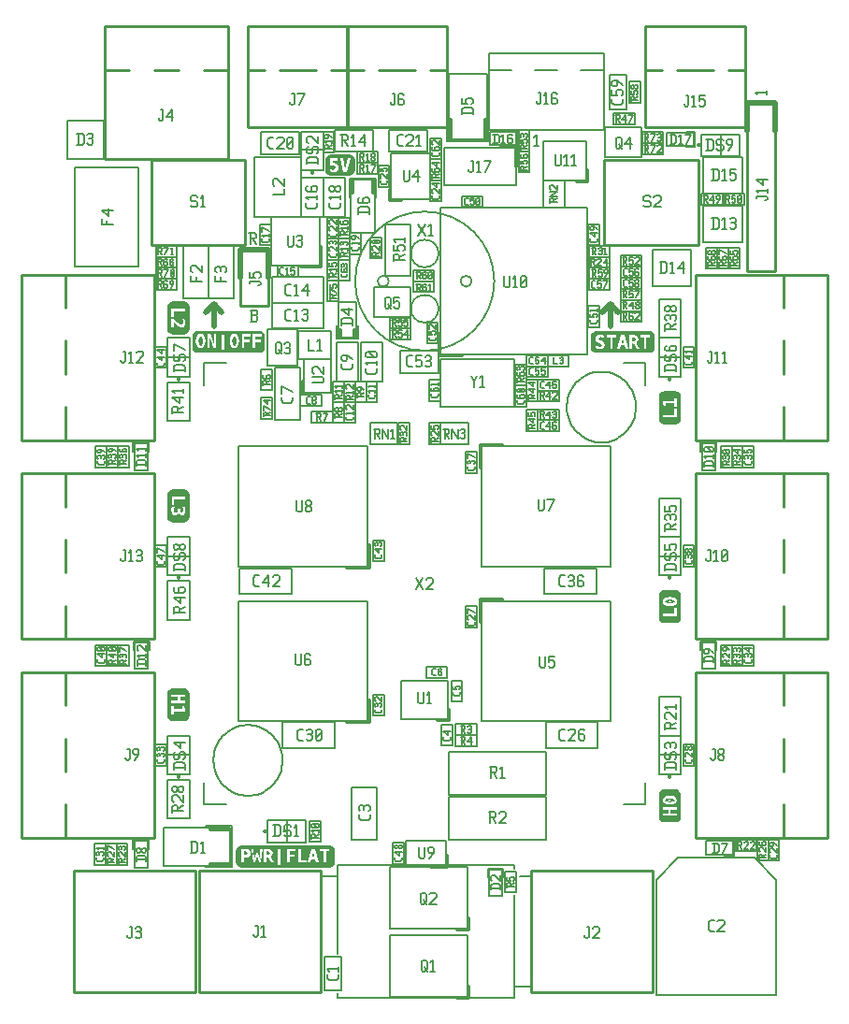
<source format=gbr>
G04 start of page 12 for group -4079 idx -4079 *
G04 Title: (unknown), topsilk *
G04 Creator: pcb 1.99z *
G04 CreationDate: Tue 02 Sep 2014 22:15:35 GMT UTC *
G04 For: rbarlow *
G04 Format: Gerber/RS-274X *
G04 PCB-Dimensions (mm): 85.00 105.00 *
G04 PCB-Coordinate-Origin: lower left *
%MOMM*%
%FSLAX43Y43*%
%LNTOPSILK*%
%ADD201C,0.350*%
%ADD200C,0.250*%
%ADD199C,0.300*%
%ADD198C,0.200*%
%ADD197C,0.500*%
%ADD196C,0.150*%
%ADD195C,0.002*%
G54D195*G36*
X64694Y29903D02*X65193D01*
X65388Y29863D01*
X65547Y29754D01*
X65656Y29594D01*
X65696Y29400D01*
Y27407D01*
X65656Y27212D01*
X65547Y27052D01*
X65388Y26943D01*
X65193Y26904D01*
X64694D01*
Y27495D01*
X65317D01*
Y27734D01*
X64760D01*
Y28042D01*
X65317D01*
Y28289D01*
X64694D01*
Y28500D01*
X64700Y28500D01*
X64977Y28524D01*
X65175Y28598D01*
X65294Y28726D01*
X65334Y28907D01*
X65294Y29086D01*
X65175Y29215D01*
X64977Y29288D01*
X64700Y29312D01*
X64694Y29311D01*
Y29903D01*
G37*
G36*
X63694Y27407D02*Y29400D01*
X63732Y29594D01*
X63842Y29754D01*
X64001Y29863D01*
X64197Y29903D01*
X64694D01*
Y29311D01*
X64416Y29288D01*
X64215Y29215D01*
X64093Y29086D01*
X64055Y28907D01*
X64093Y28726D01*
X64215Y28598D01*
X64416Y28524D01*
X64694Y28500D01*
Y28289D01*
X64082D01*
Y28042D01*
X64550D01*
Y27734D01*
X64082D01*
Y27495D01*
X64694D01*
Y26904D01*
X64197D01*
X64001Y26943D01*
X63842Y27052D01*
X63732Y27212D01*
X63694Y27407D01*
G37*
G36*
X64695Y29073D02*X64700Y29073D01*
X64893Y29061D01*
X65025Y29029D01*
X65104Y28980D01*
X65131Y28907D01*
X65104Y28832D01*
X65025Y28783D01*
X64893Y28755D01*
X64700Y28748D01*
X64695Y28748D01*
Y28811D01*
X64700Y28809D01*
X64770Y28836D01*
X64796Y28907D01*
X64770Y28977D01*
X64700Y29013D01*
X64695Y29011D01*
Y29073D01*
G37*
G36*
X64267Y28907D02*X64289Y28980D01*
X64364Y29029D01*
X64500Y29061D01*
X64695Y29073D01*
Y29011D01*
X64620Y28977D01*
X64594Y28907D01*
X64620Y28836D01*
X64695Y28811D01*
Y28748D01*
X64500Y28755D01*
X64364Y28783D01*
X64289Y28832D01*
X64267Y28907D01*
G37*
G36*
X35316Y87345D02*X35691D01*
X35885Y87307D01*
X36045Y87203D01*
X36152Y87046D01*
X36193Y86851D01*
Y85942D01*
X36152Y85749D01*
X36045Y85592D01*
X35885Y85487D01*
X35691Y85448D01*
X35316D01*
Y85793D01*
X35487D01*
X35779Y87028D01*
X35531D01*
X35320Y85995D01*
X35316Y86014D01*
Y87345D01*
G37*
G36*
X34301Y86370D02*X34394Y86339D01*
X34456Y86190D01*
X34394Y86030D01*
X34307Y85987D01*
X34301Y85986D01*
Y86370D01*
G37*
G36*
Y87345D02*X35316D01*
Y86014D01*
X35100Y87028D01*
X34853D01*
X35152Y85793D01*
X35316D01*
Y85448D01*
X34301D01*
Y85776D01*
X34425Y85796D01*
X34571Y85881D01*
X34663Y86015D01*
X34693Y86190D01*
X34664Y86357D01*
X34579Y86489D01*
X34445Y86576D01*
X34301Y86600D01*
Y86807D01*
X34623D01*
Y87028D01*
X34301D01*
Y87345D01*
G37*
G36*
Y86600D02*X34280Y86603D01*
X34208Y86595D01*
X34147Y86577D01*
Y86807D01*
X34301D01*
Y86600D01*
G37*
G36*
X33997Y87345D02*X34301D01*
Y87028D01*
X33953D01*
Y86339D01*
X34085Y86383D01*
X34208Y86401D01*
X34301Y86370D01*
Y85986D01*
X34192Y85969D01*
X34050Y85986D01*
X33909Y86040D01*
Y85819D01*
X34076Y85783D01*
X34236Y85765D01*
X34301Y85776D01*
Y85448D01*
X33997D01*
X33802Y85487D01*
X33642Y85592D01*
X33533Y85749D01*
X33494Y85942D01*
Y86851D01*
X33533Y87046D01*
X33642Y87203D01*
X33802Y87307D01*
X33997Y87345D01*
G37*
G36*
X21195Y73551D02*Y71558D01*
X21157Y71364D01*
X21048Y71204D01*
X20888Y71095D01*
X20692Y71055D01*
X20181D01*
Y71838D01*
X20207Y71815D01*
X20349Y71727D01*
X20482Y71699D01*
X20626Y71729D01*
X20737Y71815D01*
X20804Y71948D01*
X20825Y72123D01*
X20808Y72282D01*
X20754Y72458D01*
X20534D01*
X20604Y72290D01*
X20632Y72140D01*
X20588Y71999D01*
X20464Y71947D01*
X20349Y71973D01*
X20225Y72061D01*
X20181Y72103D01*
Y73164D01*
X20799D01*
Y73411D01*
X20181D01*
Y74054D01*
X20692D01*
X20888Y74015D01*
X21048Y73907D01*
X21157Y73747D01*
X21195Y73551D01*
G37*
G36*
X20181Y71055D02*X19696D01*
X19502Y71095D01*
X19342Y71204D01*
X19233Y71364D01*
X19193Y71558D01*
Y73551D01*
X19233Y73747D01*
X19342Y73907D01*
X19502Y74015D01*
X19696Y74054D01*
X20181D01*
Y73411D01*
X19564D01*
Y72643D01*
X19784D01*
Y73164D01*
X20181D01*
Y72103D01*
X20119Y72161D01*
X19916Y72352D01*
X19776Y72484D01*
X19564D01*
Y71699D01*
X19784D01*
Y72220D01*
X19953Y72052D01*
X20115Y71896D01*
X20181Y71838D01*
Y71055D01*
G37*
G36*
X21200Y38551D02*Y36558D01*
X21161Y36364D01*
X21052Y36204D01*
X20892Y36095D01*
X20697Y36056D01*
X20194D01*
Y36903D01*
X20811D01*
Y37140D01*
X20751Y37396D01*
X20530D01*
X20591Y37140D01*
X20194D01*
Y37687D01*
X20811D01*
Y37926D01*
X20344D01*
Y38234D01*
X20811D01*
Y38481D01*
X20194D01*
Y39054D01*
X20697D01*
X20892Y39015D01*
X21052Y38907D01*
X21161Y38747D01*
X21200Y38551D01*
G37*
G36*
X20194Y36056D02*X19700D01*
X19506Y36095D01*
X19346Y36204D01*
X19238Y36364D01*
X19198Y36558D01*
Y38551D01*
X19238Y38747D01*
X19346Y38907D01*
X19506Y39015D01*
X19700Y39054D01*
X20194D01*
Y38481D01*
X19577D01*
Y38234D01*
X20124D01*
Y37926D01*
X19577D01*
Y37687D01*
X20194D01*
Y37140D01*
X19797D01*
Y37414D01*
X19577D01*
Y36638D01*
X19797D01*
Y36903D01*
X20194D01*
Y36056D01*
G37*
G36*
X21195Y56559D02*Y54557D01*
X21157Y54363D01*
X21048Y54203D01*
X20888Y54094D01*
X20692Y54054D01*
X20199D01*
Y54870D01*
X20243Y54954D01*
X20340Y54777D01*
X20516Y54715D01*
X20653Y54741D01*
X20754Y54822D01*
X20816Y54955D01*
X20834Y55130D01*
X20825Y55289D01*
X20781Y55457D01*
X20560D01*
X20614Y55289D01*
X20632Y55140D01*
X20588Y54998D01*
X20482Y54945D01*
X20384Y54998D01*
X20349Y55140D01*
Y55272D01*
X20199D01*
Y56180D01*
X20816D01*
Y56427D01*
X20199D01*
Y57053D01*
X20692D01*
X20888Y57015D01*
X21048Y56911D01*
X21157Y56753D01*
X21195Y56559D01*
G37*
G36*
X20199Y54054D02*X19696D01*
X19502Y54094D01*
X19342Y54203D01*
X19233Y54363D01*
X19193Y54557D01*
Y56559D01*
X19233Y56753D01*
X19342Y56911D01*
X19502Y57015D01*
X19696Y57053D01*
X20199D01*
Y56427D01*
X19582D01*
Y55659D01*
X19794D01*
Y56180D01*
X20199D01*
Y55272D01*
X20129D01*
Y55140D01*
X20120Y55048D01*
X20085Y54980D01*
X19935Y54919D01*
X19811Y54980D01*
X19766Y55130D01*
X19784Y55324D01*
X19846Y55492D01*
X19618D01*
X19574Y55316D01*
X19556Y55130D01*
X19582Y54937D01*
X19652Y54795D01*
X19769Y54710D01*
X19926Y54681D01*
X20137Y54751D01*
X20199Y54870D01*
Y54054D01*
G37*
G36*
X27327Y71401D02*X27543D01*
X27738Y71362D01*
X27897Y71253D01*
X28006Y71094D01*
X28046Y70898D01*
Y69892D01*
X28006Y69699D01*
X27897Y69542D01*
X27738Y69437D01*
X27543Y69398D01*
X27327D01*
Y70404D01*
X27666D01*
Y70625D01*
X27327D01*
Y70890D01*
X27710D01*
Y71100D01*
X27327D01*
Y71401D01*
G37*
G36*
Y70625D02*X27190D01*
Y70890D01*
X27327D01*
Y70625D01*
G37*
G36*
X26313Y71401D02*X27327D01*
Y71100D01*
X26944D01*
Y69866D01*
X27190D01*
Y70404D01*
X27327D01*
Y69398D01*
X26313D01*
Y70404D01*
X26643D01*
Y70625D01*
X26313D01*
Y70890D01*
X26696D01*
Y71100D01*
X26313D01*
Y71401D01*
G37*
G36*
Y70625D02*X26166D01*
Y70890D01*
X26313D01*
Y70625D01*
G37*
G36*
X25267Y71401D02*X26313D01*
Y71100D01*
X25930D01*
Y69866D01*
X26166D01*
Y70404D01*
X26313D01*
Y69398D01*
X25267D01*
Y69848D01*
X25268Y69848D01*
X25452Y69888D01*
X25585Y70008D01*
X25669Y70207D01*
X25699Y70483D01*
X25669Y70765D01*
X25585Y70968D01*
X25452Y71089D01*
X25268Y71127D01*
X25267Y71126D01*
Y71401D01*
G37*
G36*
X24249D02*X25267D01*
Y71126D01*
X25078Y71089D01*
X24942Y70968D01*
X24860Y70765D01*
X24835Y70483D01*
X24860Y70207D01*
X24942Y70008D01*
X25078Y69888D01*
X25267Y69848D01*
Y69398D01*
X24249D01*
Y69663D01*
X24376D01*
Y71056D01*
X24249D01*
Y71401D01*
G37*
G36*
X23226D02*X24249D01*
Y71056D01*
X24122D01*
Y69663D01*
X24249D01*
Y69398D01*
X23226D01*
Y70269D01*
X23380Y69866D01*
X23636D01*
Y71100D01*
X23424D01*
Y70210D01*
X23226Y70723D01*
Y71401D01*
G37*
G36*
X22207D02*X23226D01*
Y70723D01*
X23080Y71100D01*
X22815D01*
Y69866D01*
X23036D01*
Y70765D01*
X23226Y70269D01*
Y69398D01*
X22207D01*
Y69848D01*
X22207Y69848D01*
X22396Y69888D01*
X22534Y70008D01*
X22613Y70207D01*
X22639Y70483D01*
X22613Y70765D01*
X22534Y70968D01*
X22396Y71089D01*
X22207Y71127D01*
X22207Y71126D01*
Y71401D01*
G37*
G36*
X21943D02*X22207D01*
Y71126D01*
X22017Y71089D01*
X21881Y70968D01*
X21800Y70765D01*
X21775Y70483D01*
X21800Y70207D01*
X21881Y70008D01*
X22017Y69888D01*
X22207Y69848D01*
Y69398D01*
X21943D01*
X21748Y69437D01*
X21592Y69542D01*
X21485Y69699D01*
X21448Y69892D01*
Y70898D01*
X21485Y71094D01*
X21592Y71253D01*
X21748Y71362D01*
X21943Y71401D01*
G37*
G36*
X25268Y70906D02*X25347Y70883D01*
X25400Y70810D01*
X25432Y70677D01*
X25444Y70483D01*
X25432Y70294D01*
X25400Y70166D01*
X25347Y70093D01*
X25268Y70068D01*
X25184Y70093D01*
X25126Y70166D01*
X25093Y70294D01*
X25082Y70483D01*
X25093Y70677D01*
X25126Y70810D01*
X25184Y70883D01*
X25268Y70906D01*
G37*
G36*
X22207D02*X22290Y70883D01*
X22348Y70810D01*
X22380Y70677D01*
X22392Y70483D01*
X22380Y70294D01*
X22348Y70166D01*
X22290Y70093D01*
X22207Y70068D01*
X22129Y70093D01*
X22075Y70166D01*
X22042Y70294D01*
X22031Y70483D01*
X22042Y70677D01*
X22075Y70810D01*
X22129Y70883D01*
X22207Y70906D01*
G37*
G36*
X64701Y47946D02*X65200D01*
X65394Y47906D01*
X65554Y47797D01*
X65662Y47638D01*
X65702Y47443D01*
Y45441D01*
X65662Y45246D01*
X65554Y45089D01*
X65394Y44985D01*
X65200Y44947D01*
X64701D01*
Y45573D01*
X65323D01*
Y46331D01*
X65103D01*
Y45812D01*
X64701D01*
Y46500D01*
X64706Y46499D01*
X64983Y46527D01*
X65181Y46605D01*
X65300Y46734D01*
X65340Y46914D01*
X65300Y47089D01*
X65181Y47213D01*
X64983Y47292D01*
X64706Y47319D01*
X64701Y47318D01*
Y47946D01*
G37*
G36*
X63700Y45441D02*Y47443D01*
X63739Y47638D01*
X63848Y47797D01*
X64007Y47906D01*
X64203Y47946D01*
X64701D01*
Y47318D01*
X64422Y47292D01*
X64221Y47213D01*
X64100Y47089D01*
X64061Y46914D01*
X64100Y46734D01*
X64221Y46605D01*
X64422Y46527D01*
X64701Y46500D01*
Y45812D01*
X64089D01*
Y45573D01*
X64701D01*
Y44947D01*
X64203D01*
X64007Y44985D01*
X63848Y45089D01*
X63739Y45246D01*
X63700Y45441D01*
G37*
G36*
X64701Y47072D02*X64706Y47072D01*
X64899Y47064D01*
X65031Y47037D01*
X65110Y46987D01*
X65138Y46914D01*
X65110Y46840D01*
X65031Y46790D01*
X64899Y46757D01*
X64706Y46746D01*
X64701Y46746D01*
Y46810D01*
X64706Y46808D01*
X64776Y46834D01*
X64802Y46914D01*
X64776Y46984D01*
X64706Y47010D01*
X64701Y47009D01*
Y47072D01*
G37*
G36*
X64273Y46914D02*X64296Y46987D01*
X64370Y47037D01*
X64506Y47064D01*
X64701Y47072D01*
Y47009D01*
X64626Y46984D01*
X64600Y46914D01*
X64626Y46834D01*
X64701Y46810D01*
Y46746D01*
X64506Y46757D01*
X64370Y46790D01*
X64296Y46840D01*
X64273Y46914D01*
G37*
G36*
X64701Y65943D02*X65204D01*
X65398Y65903D01*
X65558Y65794D01*
X65667Y65634D01*
X65707Y65440D01*
Y63447D01*
X65667Y63252D01*
X65558Y63092D01*
X65398Y62983D01*
X65204Y62944D01*
X64701D01*
Y63562D01*
X65318D01*
Y64320D01*
X65106D01*
Y63800D01*
X64701D01*
Y64823D01*
X65106D01*
Y64550D01*
X65318D01*
Y65326D01*
X65106D01*
Y65061D01*
X64701D01*
Y65943D01*
G37*
G36*
X63705Y63447D02*Y65440D01*
X63743Y65634D01*
X63852Y65794D01*
X64012Y65903D01*
X64207Y65943D01*
X64701D01*
Y65061D01*
X64084D01*
Y64823D01*
X64146Y64568D01*
X64366D01*
X64304Y64823D01*
X64701D01*
Y63800D01*
X64084D01*
Y63562D01*
X64701D01*
Y62944D01*
X64207D01*
X64012Y62983D01*
X63852Y63092D01*
X63743Y63252D01*
X63705Y63447D01*
G37*
G36*
X62466Y71396D02*X62844D01*
X63039Y71358D01*
X63198Y71249D01*
X63307Y71089D01*
X63347Y70894D01*
Y69897D01*
X63307Y69703D01*
X63198Y69543D01*
X63039Y69434D01*
X62844Y69394D01*
X62466D01*
Y69783D01*
X62589D01*
Y70805D01*
X62898D01*
Y71018D01*
X62466D01*
Y71396D01*
G37*
G36*
X61500D02*X62466D01*
Y71018D01*
X62034D01*
Y70805D01*
X62343D01*
Y69783D01*
X62466D01*
Y69394D01*
X61500D01*
Y70159D01*
X61521Y70126D01*
X61539Y70091D01*
X61689Y69783D01*
X61954D01*
X61734Y70224D01*
X61663Y70330D01*
X61601Y70364D01*
X61786Y70452D01*
X61848Y70655D01*
X61820Y70819D01*
X61742Y70929D01*
X61603Y70995D01*
X61500Y71007D01*
Y71396D01*
G37*
G36*
X60429D02*X61500D01*
Y71007D01*
X61399Y71018D01*
X61046D01*
Y69783D01*
X61293D01*
Y70268D01*
X61372D01*
X61452Y70232D01*
X61500Y70159D01*
Y69394D01*
X60429D01*
Y70082D01*
X60587D01*
X60667Y69783D01*
X60914D01*
X60579Y71018D01*
X60429D01*
Y71396D01*
G37*
G36*
X59410D02*X60429D01*
Y71018D01*
X60278D01*
X59943Y69783D01*
X60190D01*
X60260Y70082D01*
X60429D01*
Y69394D01*
X59410D01*
Y69783D01*
X59529D01*
Y70805D01*
X59846D01*
Y71018D01*
X59410D01*
Y71396D01*
G37*
G36*
X58391Y70289D02*X58426Y70276D01*
X58514Y70206D01*
X58550Y70118D01*
X58506Y69994D01*
X58391Y69966D01*
Y70289D01*
G37*
G36*
Y71396D02*X59410D01*
Y71018D01*
X58973D01*
Y70805D01*
X59290D01*
Y69783D01*
X59410D01*
Y69394D01*
X58391D01*
Y69761D01*
X58552Y69778D01*
X58691Y69845D01*
X58771Y69962D01*
X58797Y70126D01*
X58727Y70356D01*
X58506Y70497D01*
X58408Y70541D01*
X58391Y70549D01*
Y70827D01*
X58408Y70831D01*
X58567Y70805D01*
X58727Y70727D01*
Y70964D01*
X58559Y71018D01*
X58391Y71035D01*
Y71396D01*
G37*
G36*
Y70549D02*X58258Y70611D01*
X58224Y70699D01*
X58276Y70797D01*
X58391Y70827D01*
Y70549D01*
G37*
G36*
X58047Y71396D02*X58391D01*
Y71035D01*
X58390Y71035D01*
X58221Y71012D01*
X58092Y70938D01*
X58012Y70824D01*
X57985Y70673D01*
X58003Y70560D01*
X58056Y70470D01*
X58149Y70395D01*
X58302Y70320D01*
X58391Y70289D01*
Y69966D01*
X58364Y69959D01*
X58180Y69994D01*
X57994Y70091D01*
Y69845D01*
X58170Y69783D01*
X58356Y69757D01*
X58391Y69761D01*
Y69394D01*
X58047D01*
X57852Y69434D01*
X57692Y69543D01*
X57583Y69703D01*
X57544Y69897D01*
Y70894D01*
X57583Y71089D01*
X57692Y71249D01*
X57852Y71358D01*
X58047Y71396D01*
G37*
G36*
X60428Y70787D02*X60543Y70286D01*
X60314D01*
X60428Y70787D01*
G37*
G36*
X61293Y70805D02*X61407D01*
X61549Y70771D01*
X61593Y70638D01*
X61549Y70515D01*
X61407Y70470D01*
X61293D01*
Y70805D01*
G37*
G36*
X33894Y24789D02*X34087Y24752D01*
X34244Y24647D01*
X34349Y24490D01*
X34388Y24296D01*
Y23290D01*
X34349Y23097D01*
X34244Y22940D01*
X34087Y22835D01*
X33894Y22796D01*
X33426D01*
Y23255D01*
X33550D01*
Y24278D01*
X33858D01*
Y24490D01*
X33426D01*
Y24789D01*
X33894D01*
G37*
G36*
X33426Y22796D02*X32407D01*
Y23564D01*
X32571D01*
X32650Y23255D01*
X32888D01*
X32562Y24490D01*
X32407D01*
Y24789D01*
X33426D01*
Y24490D01*
X32994D01*
Y24278D01*
X33303D01*
Y23255D01*
X33426D01*
Y22796D01*
G37*
G36*
X32407D02*X31446D01*
Y23255D01*
X31830D01*
Y23466D01*
X31446D01*
Y24789D01*
X32407D01*
Y24490D01*
X32263D01*
X31926Y23255D01*
X32174D01*
X32245Y23564D01*
X32407D01*
Y22796D01*
G37*
G36*
X31446D02*X30397D01*
Y23793D01*
X30736D01*
Y24005D01*
X30397D01*
Y24278D01*
X30780D01*
Y24490D01*
X30397D01*
Y24789D01*
X31446D01*
Y23466D01*
X31309D01*
Y24490D01*
X31062D01*
Y23255D01*
X31446D01*
Y22796D01*
G37*
G36*
X30397Y24005D02*X30260D01*
Y24278D01*
X30397D01*
Y24005D01*
G37*
G36*
Y22796D02*X29356D01*
Y23053D01*
X29484D01*
Y24436D01*
X29356D01*
Y24789D01*
X30397D01*
Y24490D01*
X30014D01*
Y23255D01*
X30260D01*
Y23793D01*
X30397D01*
Y22796D01*
G37*
G36*
X29356D02*X28385D01*
Y23633D01*
X28408Y23598D01*
X28426Y23564D01*
X28575Y23255D01*
X28839D01*
X28619Y23696D01*
X28558Y23802D01*
X28487Y23837D01*
X28673Y23925D01*
X28735Y24128D01*
X28707Y24292D01*
X28629Y24402D01*
X28489Y24466D01*
X28385Y24478D01*
Y24789D01*
X29356D01*
Y24436D01*
X29228D01*
Y23053D01*
X29356D01*
Y22796D01*
G37*
G36*
X28385D02*X27314D01*
Y23898D01*
X27456Y23255D01*
X27685D01*
X27825Y24490D01*
X27614D01*
X27544Y23582D01*
X27420Y24172D01*
X27314D01*
Y24789D01*
X28385D01*
Y24478D01*
X28284Y24490D01*
X27931D01*
Y23255D01*
X28178D01*
Y23740D01*
X28258D01*
X28338Y23704D01*
X28385Y23633D01*
Y22796D01*
G37*
G36*
X27314D02*X26327D01*
Y23723D01*
X26476Y23740D01*
X26626Y23811D01*
X26706Y23928D01*
X26732Y24102D01*
X26706Y24281D01*
X26626Y24402D01*
X26476Y24469D01*
X26327Y24483D01*
Y24789D01*
X27314D01*
Y24172D01*
X27218D01*
X27111Y23582D01*
X27023Y24490D01*
X26803D01*
X26961Y23255D01*
X27182D01*
X27314Y23899D01*
X27314Y23898D01*
Y22796D01*
G37*
G36*
X26327D02*X25894D01*
X25699Y22835D01*
X25539Y22940D01*
X25430Y23097D01*
X25392Y23290D01*
Y24296D01*
X25430Y24490D01*
X25539Y24647D01*
X25699Y24752D01*
X25894Y24789D01*
X26327D01*
Y24483D01*
X26256Y24490D01*
X25921D01*
Y23255D01*
X26167D01*
Y23714D01*
X26256D01*
X26327Y23723D01*
Y22796D01*
G37*
G36*
X32527Y23758D02*X32297D01*
X32411Y24270D01*
X32527Y23758D01*
G37*
G36*
X28294Y24287D02*X28434Y24244D01*
X28478Y24119D01*
X28434Y23987D01*
X28294Y23943D01*
X28178D01*
Y24287D01*
X28294D01*
G37*
G36*
X26265D02*X26432Y24244D01*
X26486Y24102D01*
X26432Y23961D01*
X26265Y23925D01*
X26167D01*
Y24287D01*
X26265D01*
G37*
G54D196*X50600Y11000D02*Y20300D01*
X51100Y22000D02*X52100D01*
X50600Y12000D02*X52100D01*
X34600Y11000D02*X50600D01*
Y23000D02*X34600D01*
Y15000D01*
Y22000D02*X33100D01*
X50600Y23000D02*Y22700D01*
X34600Y11000D02*Y11400D01*
G54D197*X23400Y71800D02*Y73800D01*
X22700Y73100D01*
X23400Y73800D02*X24100Y73100D01*
X59300Y71800D02*Y73800D01*
X58600Y73100D01*
X59300Y73800D02*X60000Y73100D01*
G54D196*X72657Y92800D02*X72454Y93003D01*
X73470D01*
Y93181D02*Y92800D01*
X52400Y88943D02*X52603Y89146D01*
Y88130D01*
X52400D02*X52781D01*
X26600Y80246D02*X27108D01*
X27235Y80119D01*
Y79865D01*
X27108Y79738D02*X27235Y79865D01*
X26727Y79738D02*X27108D01*
X26727Y80246D02*Y79230D01*
X26930Y79738D02*X27235Y79230D01*
X26700Y72230D02*X27208D01*
X27335Y72357D01*
Y72662D02*Y72357D01*
X27208Y72789D02*X27335Y72662D01*
X26827Y72789D02*X27208D01*
X26827Y73246D02*Y72230D01*
X26700Y73246D02*X27208D01*
X27335Y73119D01*
Y72916D01*
X27208Y72789D02*X27335Y72916D01*
X60250Y75200D02*X62150D01*
X60250Y76200D02*X62150D01*
Y75200D01*
X60250Y76200D02*Y75200D01*
Y76200D02*X62150D01*
X60250Y77200D02*X62150D01*
Y76200D01*
X60250Y77200D02*Y76200D01*
X57350Y76100D02*X59250D01*
X57350Y77100D02*X59250D01*
Y76100D01*
X57350Y77100D02*Y76100D01*
X57300Y73650D02*Y71750D01*
X58300Y73650D02*Y71750D01*
X57300D02*X58300D01*
X57300Y73650D02*X58300D01*
X60250Y72200D02*X62150D01*
X60250Y73200D02*X62150D01*
Y72200D01*
X60250Y73200D02*Y72200D01*
Y74200D02*X62150D01*
X60250Y73200D02*X62150D01*
X60250Y74200D02*Y73200D01*
X62150Y74200D02*Y73200D01*
X60250Y74200D02*X62150D01*
X60250Y75200D02*X62150D01*
Y74200D01*
X60250Y75200D02*Y74200D01*
X67600Y61200D02*Y58800D01*
X68800Y61200D02*Y58800D01*
X67600D02*X68800D01*
X67600Y61200D02*X68800D01*
X67500Y61300D02*X68900D01*
X67500D02*Y60500D01*
X68900Y61300D02*Y60500D01*
X72300Y60950D02*Y59050D01*
X71300Y60950D02*Y59050D01*
Y60950D02*X72300D01*
X71300Y59050D02*X72300D01*
X71300Y60950D02*Y59050D01*
X70300Y60950D02*Y59050D01*
Y60950D02*X71300D01*
X70300Y59050D02*X71300D01*
X69300Y60950D02*Y59050D01*
X70300Y60950D02*Y59050D01*
X69300D02*X70300D01*
X69300Y60950D02*X70300D01*
X66900Y69950D02*Y68050D01*
X65900Y69950D02*Y68050D01*
Y69950D02*X66900D01*
X65900Y68050D02*X66900D01*
G54D198*X63700Y74250D02*Y70750D01*
X65700Y74250D02*Y70750D01*
X63700D02*X65700D01*
X63700Y74250D02*X65700D01*
X63700Y70750D02*Y67250D01*
X65700Y70750D02*Y67250D01*
X63700D02*X65700D01*
X63700Y70750D02*X65700D01*
G54D199*X64700Y67150D02*Y67000D01*
G54D198*X63700Y69000D02*X65700D01*
X64700D02*Y68700D01*
G54D200*X67000Y76500D02*X79000D01*
X67000Y61500D02*X79000D01*
X67000Y76500D02*Y61500D01*
X79000Y76500D02*Y61500D01*
X75000Y64500D02*Y61500D01*
Y70500D02*Y67500D01*
Y76500D02*Y73500D01*
G54D196*X53200Y85050D02*X55200D01*
X53200Y82550D02*X55200D01*
X53200Y85050D02*Y82550D01*
X55200Y85050D02*Y82550D01*
X44000Y86950D02*Y85050D01*
X43000Y86950D02*Y85050D01*
Y86950D02*X44000D01*
X43000Y85050D02*X44000D01*
G54D198*X62150Y89850D02*Y87150D01*
X58850Y89850D02*Y87150D01*
Y89850D02*X62150D01*
X58850Y87150D02*X62150D01*
G54D196*X51000Y87650D02*Y85750D01*
X52000Y87650D02*Y85750D01*
X51000D02*X52000D01*
X51000Y87650D02*X52000D01*
X43000Y85050D02*Y83150D01*
X44000Y85050D02*Y83150D01*
X43000D02*X44000D01*
X43000Y85050D02*X44000D01*
X45850Y82600D02*X47750D01*
X45850Y83600D02*X47750D01*
Y82600D01*
X45850Y83600D02*Y82600D01*
X57350Y75100D02*X59250D01*
X57350Y76100D02*X59250D01*
Y75100D01*
X57350Y76100D02*Y75100D01*
Y78100D02*X59250D01*
X57350Y79100D02*X59250D01*
Y78100D01*
X57350Y79100D02*Y78100D01*
Y77100D02*X59250D01*
X57350Y78100D02*X59250D01*
Y77100D01*
X57350Y78100D02*Y77100D01*
X57300Y81050D02*Y79150D01*
X58300Y81050D02*Y79150D01*
X57300D02*X58300D01*
X57300Y81050D02*X58300D01*
X60250Y77200D02*X62150D01*
X60250Y78200D02*X62150D01*
Y77200D01*
X60250Y78200D02*Y77200D01*
G54D198*X43950Y82550D02*Y69250D01*
X57250Y82550D02*Y69250D01*
X43950D02*X57250D01*
X43950Y82550D02*X57250D01*
G54D199*X43850Y69150D02*X45850D01*
X43850Y71150D02*Y69150D01*
G54D196*X50700Y68350D02*Y66450D01*
X51700Y68350D02*Y66450D01*
X50700D02*X51700D01*
X50700Y68350D02*X51700D01*
G54D200*X74270Y92010D02*Y76770D01*
X71730Y92010D02*Y76770D01*
Y92010D02*X74270D01*
X71730Y76770D02*X74270D01*
G54D197*X71730Y92010D02*Y89470D01*
Y92010D02*X74270D01*
Y89470D01*
G54D196*X69550Y83800D02*X71450D01*
X69550Y82800D02*X71450D01*
X69550Y83800D02*Y82800D01*
X71450Y83800D02*Y82800D01*
G54D198*X67550Y89200D02*X71050D01*
X67550Y87200D02*X71050D01*
X67550Y89200D02*Y87200D01*
X71050Y89200D02*Y87200D01*
G54D199*X67300Y88200D02*X67450D01*
G54D198*X69300Y89200D02*Y87200D01*
X69000Y88200D02*X69300D01*
X67750Y87150D02*Y83850D01*
X71250Y87150D02*Y83850D01*
X67750D02*X71250D01*
X67750Y87150D02*X71250D01*
G54D196*X70000Y78950D02*Y77050D01*
X71000Y78950D02*Y77050D01*
X70000D02*X71000D01*
X70000Y78950D02*X71000D01*
G54D200*X62490Y99000D02*Y89800D01*
X71510Y99000D02*Y89800D01*
X62490D02*X71510D01*
X62490Y99000D02*X71510D01*
X69989Y95000D02*X71510D01*
X65337D02*X68663D01*
X62490D02*X64011D01*
G54D196*X61000Y93950D02*Y92050D01*
X62000Y93950D02*Y92050D01*
X61000D02*X62000D01*
X61000Y93950D02*X62000D01*
G54D198*X59250Y94550D02*Y91450D01*
X60750Y94550D02*Y91450D01*
X59250D02*X60750D01*
X59250Y94550D02*X60750D01*
G54D196*X59600Y91100D02*X61500D01*
X59600Y90100D02*X61500D01*
X59600Y91100D02*Y90100D01*
X61500Y91100D02*Y90100D01*
X67550Y83800D02*X69450D01*
X67550Y82800D02*X69450D01*
X67550Y83800D02*Y82800D01*
X69450Y83800D02*Y82800D01*
G54D200*X67250Y86850D02*Y79150D01*
X58750Y86850D02*Y79150D01*
X67250D01*
X58750Y86850D02*X67250D01*
G54D196*X64450Y89350D02*X66850D01*
X64450Y88150D02*X66850D01*
X64450Y89350D02*Y88150D01*
X66850Y89350D02*Y88150D01*
X66950Y89450D02*Y88050D01*
X66150Y89450D02*X66950D01*
X66150Y88050D02*X66950D01*
G54D198*X66650Y78750D02*Y75450D01*
X63150Y78750D02*Y75450D01*
Y78750D02*X66650D01*
X63150Y75450D02*X66650D01*
G54D196*X62200Y89400D02*X64100D01*
X62200Y88400D02*X64100D01*
X62200Y89400D02*Y88400D01*
X64100Y89400D02*Y88400D01*
X62200D02*X64100D01*
X62200Y87400D02*X64100D01*
X62200Y88400D02*Y87400D01*
X64100Y88400D02*Y87400D01*
G54D198*X71250Y82750D02*Y79450D01*
X67750Y82750D02*Y79450D01*
Y82750D02*X71250D01*
X67750Y79450D02*X71250D01*
G54D196*X68000Y78950D02*Y77050D01*
X69000Y78950D02*Y77050D01*
X68000D02*X69000D01*
X68000Y78950D02*X69000D01*
Y77050D01*
X70000Y78950D02*Y77050D01*
X69000D02*X70000D01*
X69000Y78950D02*X70000D01*
X43700Y72150D02*Y70250D01*
X42700Y72150D02*Y70250D01*
Y72150D02*X43700D01*
X42700Y70250D02*X43700D01*
X37200Y66850D02*Y64950D01*
X38200Y66850D02*Y64950D01*
X37200D02*X38200D01*
X37200Y66850D02*X38200D01*
X36200D02*Y64950D01*
X35200Y66850D02*Y64950D01*
Y66850D02*X36200D01*
X35200Y64950D02*X36200D01*
Y66850D02*Y64950D01*
X37200Y66850D02*Y64950D01*
X36200D02*X37200D01*
X36200Y66850D02*X37200D01*
X36200Y64950D02*Y63050D01*
X35200Y64950D02*Y63050D01*
Y64950D02*X36200D01*
X35200Y63050D02*X36200D01*
X39350Y71600D02*X41250D01*
X39350Y70600D02*X41250D01*
X39350Y71600D02*Y70600D01*
X41250Y71600D02*Y70600D01*
X39350Y72600D02*X41250D01*
X39350Y71600D02*X41250D01*
X39350Y72600D02*Y71600D01*
X41250Y72600D02*Y71600D01*
G54D198*Y75350D02*Y72650D01*
X37950Y75350D02*Y72650D01*
Y75350D02*X41250D01*
X37950Y72650D02*X41250D01*
X25750Y49850D02*X30450D01*
X25750Y47550D02*X30450D01*
X25750Y49850D02*Y47550D01*
X30450Y49850D02*Y47550D01*
G54D196*X38800Y52450D02*Y50550D01*
X37800Y52450D02*Y50550D01*
Y52450D02*X38800D01*
X37800Y50550D02*X38800D01*
X13700Y60950D02*Y59050D01*
X12700Y60950D02*Y59050D01*
Y60950D02*X13700D01*
X12700Y59050D02*X13700D01*
X14700Y60950D02*Y59050D01*
X13700Y60950D02*Y59050D01*
Y60950D02*X14700D01*
X13700Y59050D02*X14700D01*
Y60950D02*Y59050D01*
X15700Y60950D02*Y59050D01*
X14700D02*X15700D01*
X14700Y60950D02*X15700D01*
X13700Y42950D02*Y41050D01*
X12700Y42950D02*Y41050D01*
Y42950D02*X13700D01*
X12700Y41050D02*X13700D01*
X14700Y42950D02*Y41050D01*
X13700Y42950D02*Y41050D01*
Y42950D02*X14700D01*
X13700Y41050D02*X14700D01*
Y42950D02*Y41050D01*
X15700Y42950D02*Y41050D01*
X14700D02*X15700D01*
X14700Y42950D02*X15700D01*
X16250Y43200D02*Y40800D01*
X17450Y43200D02*Y40800D01*
X16250D02*X17450D01*
X16250Y43200D02*X17450D01*
X16150Y43300D02*X17550D01*
X16150D02*Y42500D01*
X17550Y43300D02*Y42500D01*
X16200Y61200D02*Y58800D01*
X17400Y61200D02*Y58800D01*
X16200D02*X17400D01*
X16200Y61200D02*X17400D01*
X16100Y61300D02*X17500D01*
X16100D02*Y60500D01*
X17500Y61300D02*Y60500D01*
X18100Y51950D02*Y50050D01*
X19100Y51950D02*Y50050D01*
X18100D02*X19100D01*
X18100Y51950D02*X19100D01*
G54D198*X21200Y66750D02*Y63250D01*
X19200Y66750D02*Y63250D01*
Y66750D02*X21200D01*
X19200Y63250D02*X21200D01*
Y48750D02*Y45250D01*
X19200Y48750D02*Y45250D01*
Y48750D02*X21200D01*
X19200Y45250D02*X21200D01*
G54D196*X35200Y64950D02*Y63050D01*
X34200Y64950D02*Y63050D01*
Y64950D02*X35200D01*
X34200Y63050D02*X35200D01*
X32250Y63100D02*X34150D01*
X32250Y64100D02*X34150D01*
Y63100D01*
X32250Y64100D02*Y63100D01*
X28700Y65350D02*Y63450D01*
X27700Y65350D02*Y63450D01*
Y65350D02*X28700D01*
X27700Y63450D02*X28700D01*
G54D198*X22950Y79050D02*Y74350D01*
X20650Y79050D02*Y74350D01*
Y79050D02*X22950D01*
X20650Y74350D02*X22950D01*
G54D196*X18100Y69950D02*Y68050D01*
X19100Y69950D02*Y68050D01*
X18100D02*X19100D01*
X18100Y69950D02*X19100D01*
G54D200*X6000Y61500D02*X18000D01*
X6000Y76500D02*X18000D01*
Y61500D01*
X6000Y76500D02*Y61500D01*
X10000Y76500D02*Y73500D01*
Y70500D02*Y67500D01*
Y64500D02*Y61500D01*
G54D196*X18150Y78100D02*X20050D01*
X18150Y79100D02*X20050D01*
Y78100D01*
X18150Y79100D02*Y78100D01*
Y77100D02*X20050D01*
X18150Y76100D02*X20050D01*
X18150Y77100D02*Y76100D01*
X20050Y77100D02*Y76100D01*
X18150D02*X20050D01*
X18150Y75100D02*X20050D01*
X18150Y76100D02*Y75100D01*
X20050Y76100D02*Y75100D01*
X18150Y78100D02*X20050D01*
X18150Y77100D02*X20050D01*
X18150Y78100D02*Y77100D01*
X20050Y78100D02*Y77100D01*
G54D198*X31250Y68050D02*Y63350D01*
X28950Y68050D02*Y63350D01*
Y68050D02*X31250D01*
X28950Y63350D02*X31250D01*
G54D196*X36700Y80250D02*Y78350D01*
X35700Y80250D02*Y78350D01*
Y80250D02*X36700D01*
X35700Y78350D02*X36700D01*
X35700Y81650D02*Y79750D01*
X34700Y81650D02*Y79750D01*
Y81650D02*X35700D01*
X34700Y79750D02*X35700D01*
X34700Y81650D02*Y79750D01*
X33700Y81650D02*Y79750D01*
Y81650D02*X34700D01*
X33700Y79750D02*X34700D01*
Y77850D02*Y75950D01*
X35700Y77850D02*Y75950D01*
X34700D02*X35700D01*
X34700Y77850D02*X35700D01*
X27600Y81050D02*Y79150D01*
X28600Y81050D02*Y79150D01*
X27600D02*X28600D01*
X27600Y81050D02*X28600D01*
Y77300D02*X33000D01*
X28600Y81700D02*X33000D01*
Y77300D01*
X28600Y81700D02*Y77300D01*
G54D199*X33100Y79000D02*Y77200D01*
X31300D02*X33100D01*
G54D198*X25250Y79050D02*Y74350D01*
X22950Y79050D02*Y74350D01*
Y79050D02*X25250D01*
X22950Y74350D02*X25250D01*
G54D200*X28370Y78710D02*Y73630D01*
X25830Y78710D02*Y73630D01*
Y78710D02*X28370D01*
X25830Y73630D02*X28370D01*
G54D197*X25830Y78710D02*Y76170D01*
X28370Y78710D02*Y76170D01*
X25830Y78710D02*X28370D01*
G54D196*X34700Y75950D02*Y74050D01*
X33700Y75950D02*Y74050D01*
Y75950D02*X34700D01*
X33700Y74050D02*X34700D01*
X35200Y66850D02*Y64950D01*
X34200Y66850D02*Y64950D01*
Y66850D02*X35200D01*
X34200Y64950D02*X35200D01*
X28700Y67950D02*Y66050D01*
X27700Y67950D02*Y66050D01*
Y67950D02*X28700D01*
X27700Y66050D02*X28700D01*
G54D198*X28250Y71550D02*X30950D01*
X28250Y68250D02*X30950D01*
X28250Y71550D02*Y68250D01*
X30950Y71550D02*Y68250D01*
G54D196*X41450Y74900D02*X43350D01*
X41450Y75900D02*X43350D01*
Y74900D01*
X41450Y75900D02*Y74900D01*
Y75900D02*X43350D01*
X41450Y76900D02*X43350D01*
Y75900D01*
X41450Y76900D02*Y75900D01*
G54D198*X38950Y81050D02*Y76350D01*
X41250Y81050D02*Y76350D01*
X38950D02*X41250D01*
X38950Y81050D02*X41250D01*
G54D196*X31050Y68850D02*X34050D01*
X31050Y71350D02*X34050D01*
Y68850D01*
X31050Y71350D02*Y68850D01*
G54D198*X34500Y70350D02*Y66850D01*
X36500Y70350D02*Y66850D01*
X34500D02*X36500D01*
X34500Y70350D02*X36500D01*
X36700D02*Y66850D01*
X38700Y70350D02*Y66850D01*
X36700D02*X38700D01*
X36700Y70350D02*X38700D01*
G54D196*X36340Y74000D02*Y70800D01*
X34660Y74000D02*Y70800D01*
Y74000D02*X36340D01*
X34660Y70800D02*X36340D01*
X34560Y70700D02*X36440D01*
Y71900D02*Y70700D01*
G54D199*X36140Y71500D02*Y70800D01*
G54D196*X34560Y71900D02*Y70700D01*
G54D199*X34860Y71500D02*Y70800D01*
G54D196*X31250Y65600D02*X33150D01*
X31250Y64600D02*X33150D01*
X31250Y65600D02*Y64600D01*
X33150Y65600D02*Y64600D01*
X31550Y68800D02*Y65800D01*
X34050Y68800D02*Y65800D01*
X31550D02*X34050D01*
X31550Y68800D02*X34050D01*
G54D199*X31450Y65700D02*X32550D01*
X31450Y66800D02*Y65700D01*
G54D196*X32100Y27050D02*Y25150D01*
X33100Y27050D02*Y25150D01*
X32100D02*X33100D01*
X32100Y27050D02*X33100D01*
G54D198*X34950Y14750D02*Y11650D01*
X33450Y14750D02*Y11650D01*
Y14750D02*X34950D01*
X33450Y11650D02*X34950D01*
X28250Y27100D02*X31750D01*
X28250Y25100D02*X31750D01*
X28250Y27100D02*Y25100D01*
X31750Y27100D02*Y25100D01*
G54D199*X28000Y26100D02*X28150D01*
G54D198*X30000Y27100D02*Y25100D01*
X29700Y26100D02*X30000D01*
X18900Y26450D02*X24900D01*
X18900Y22950D02*X24900D01*
X18900Y26450D02*Y22950D01*
X24900Y26450D02*Y22950D01*
X25000Y26550D02*Y22850D01*
X22700Y26550D02*X25000D01*
G54D201*X23100Y26250D02*X24800D01*
G54D198*X22700Y22850D02*X25000D01*
G54D201*X23100Y23150D02*X24800D01*
G54D196*X16200Y25200D02*Y22800D01*
X17400Y25200D02*Y22800D01*
X16200D02*X17400D01*
X16200Y25200D02*X17400D01*
X16100Y25300D02*X17500D01*
X16100D02*Y24500D01*
X17500Y25300D02*Y24500D01*
G54D200*X10700Y22500D02*X21700D01*
X10700Y11500D02*X21700D01*
X10700Y22500D02*Y11500D01*
X21700Y22500D02*Y11500D01*
X33100Y22500D02*Y11500D01*
X22100Y22500D02*Y11500D01*
Y22500D02*X33100D01*
X22100Y11500D02*X33100D01*
G54D196*X13600Y24950D02*Y23050D01*
X12600Y24950D02*Y23050D01*
Y24950D02*X13600D01*
X12600Y23050D02*X13600D01*
X14600Y24950D02*Y23050D01*
X13600Y24950D02*Y23050D01*
Y24950D02*X14600D01*
X13600Y23050D02*X14600D01*
Y24950D02*Y23050D01*
X15600Y24950D02*Y23050D01*
X14600D02*X15600D01*
X14600Y24950D02*X15600D01*
G54D198*X35850Y30050D02*Y25350D01*
X38150Y30050D02*Y25350D01*
X35850D02*X38150D01*
X35850Y30050D02*X38150D01*
X44700Y29250D02*X53500D01*
X44700Y25350D02*X53500D01*
X44700Y29250D02*Y25350D01*
X53500Y29250D02*Y25350D01*
X44700Y33250D02*X53500D01*
X44700Y29350D02*X53500D01*
X44700Y33250D02*Y29350D01*
X53500Y33250D02*Y29350D01*
X39335Y11100D02*X46335D01*
X39335Y16700D02*X46335D01*
Y11100D01*
X39335Y16700D02*Y11100D01*
G54D199*X46435Y12000D02*Y11000D01*
X45435D02*X46435D01*
G54D198*X39335Y17300D02*X46335D01*
X39335Y22900D02*X46335D01*
Y17300D01*
X39335Y22900D02*Y17300D01*
G54D199*X46435Y18200D02*Y17200D01*
X45435D02*X46435D01*
G54D196*X40800Y22950D02*X44400D01*
X40800Y25250D02*X44400D01*
Y22950D01*
X40800Y25250D02*Y22950D01*
G54D199*X44500Y23850D02*Y22850D01*
X43100D02*X44500D01*
G54D196*X39600Y25050D02*Y23150D01*
X40600Y25050D02*Y23150D01*
X39600D02*X40600D01*
X39600Y25050D02*X40600D01*
X44000Y35750D02*Y33850D01*
X45000Y35750D02*Y33850D01*
X44000D02*X45000D01*
X44000Y35750D02*X45000D01*
X45300Y34800D02*X47200D01*
X45300Y33800D02*X47200D01*
X45300Y34800D02*Y33800D01*
X47200Y34800D02*Y33800D01*
X45300Y35800D02*X47200D01*
X45300Y34800D02*X47200D01*
X45300Y35800D02*Y34800D01*
X47200Y35800D02*Y34800D01*
X48300Y22600D02*Y20200D01*
X49500Y22600D02*Y20200D01*
X48300D02*X49500D01*
X48300Y22600D02*X49500D01*
X48200Y22700D02*X49600D01*
X48200D02*Y21900D01*
X49600Y22700D02*Y21900D01*
X49800Y22450D02*Y20550D01*
X50800Y22450D02*Y20550D01*
X49800D02*X50800D01*
X49800Y22450D02*X50800D01*
G54D198*X63450Y11300D02*X74350D01*
Y21700D01*
X72350Y23700D01*
X65450D02*X72350D01*
X63450Y11300D02*Y21700D01*
X65450Y23700D01*
G54D200*X63100Y22500D02*Y11500D01*
X52100Y22500D02*Y11500D01*
Y22500D02*X63100D01*
X52100Y11500D02*X63100D01*
G54D198*X59350Y46950D02*Y36050D01*
X47650Y46950D02*Y36050D01*
Y46950D02*X59350D01*
X47650Y36050D02*X59350D01*
G54D199*X47550Y47050D02*X49550D01*
X47550D02*Y45050D01*
G54D200*X67000Y40500D02*X79000D01*
X67000Y25500D02*X79000D01*
X67000Y40500D02*Y25500D01*
X79000Y40500D02*Y25500D01*
X75000Y28500D02*Y25500D01*
Y34500D02*Y31500D01*
Y40500D02*Y37500D01*
G54D196*X72300Y42950D02*Y41050D01*
X71300Y42950D02*Y41050D01*
Y42950D02*X72300D01*
X71300Y41050D02*X72300D01*
X71300Y42950D02*Y41050D01*
X70300Y42950D02*Y41050D01*
Y42950D02*X71300D01*
X70300Y41050D02*X71300D01*
X69300Y42950D02*Y41050D01*
X70300Y42950D02*Y41050D01*
X69300D02*X70300D01*
X69300Y42950D02*X70300D01*
X68000Y25200D02*X70400D01*
X68000Y24000D02*X70400D01*
X68000Y25200D02*Y24000D01*
X70400Y25200D02*Y24000D01*
X70500Y25300D02*Y23900D01*
X69700Y25300D02*X70500D01*
X69700Y23900D02*X70500D01*
X70650Y24300D02*X72550D01*
X70650Y25300D02*X72550D01*
Y24300D01*
X70650Y25300D02*Y24300D01*
X73600Y25350D02*Y23450D01*
X74600Y25350D02*Y23450D01*
X73600D02*X74600D01*
X73600Y25350D02*X74600D01*
X72600D02*Y23450D01*
X73600Y25350D02*Y23450D01*
X72600D02*X73600D01*
X72600Y25350D02*X73600D01*
G54D198*X53450Y33650D02*X58150D01*
X53450Y35950D02*X58150D01*
Y33650D01*
X53450Y35950D02*Y33650D01*
G54D196*X66900Y33950D02*Y32050D01*
X65900Y33950D02*Y32050D01*
Y33950D02*X66900D01*
X65900Y32050D02*X66900D01*
X67600Y43200D02*Y40800D01*
X68800Y43200D02*Y40800D01*
X67600D02*X68800D01*
X67600Y43200D02*X68800D01*
X67500Y43300D02*X68900D01*
X67500D02*Y42500D01*
X68900Y43300D02*Y42500D01*
G54D198*X63700Y38250D02*Y34750D01*
X65700Y38250D02*Y34750D01*
X63700D02*X65700D01*
X63700Y38250D02*X65700D01*
X63700Y34750D02*Y31250D01*
X65700Y34750D02*Y31250D01*
X63700D02*X65700D01*
X63700Y34750D02*X65700D01*
G54D199*X64700Y31150D02*Y31000D01*
G54D198*X63700Y33000D02*X65700D01*
X64700D02*Y32700D01*
X19200Y52750D02*Y49250D01*
X21200Y52750D02*Y49250D01*
X19200D02*X21200D01*
X19200Y52750D02*X21200D01*
G54D199*X20200Y49150D02*Y49000D01*
G54D198*X19200Y51000D02*X21200D01*
X20200D02*Y50700D01*
G54D200*X6000Y43500D02*X18000D01*
X6000Y58500D02*X18000D01*
Y43500D01*
X6000Y58500D02*Y43500D01*
X10000Y58500D02*Y55500D01*
Y52500D02*Y49500D01*
Y46500D02*Y43500D01*
G54D198*X19200Y70750D02*Y67250D01*
X21200Y70750D02*Y67250D01*
X19200D02*X21200D01*
X19200Y70750D02*X21200D01*
G54D199*X20200Y67150D02*Y67000D01*
G54D198*X19200Y69000D02*X21200D01*
X20200D02*Y68700D01*
X29650Y35950D02*X34350D01*
X29650Y33650D02*X34350D01*
X29650Y35950D02*Y33650D01*
X34350Y35950D02*Y33650D01*
X25650Y46950D02*Y36050D01*
X37350Y46950D02*Y36050D01*
X25650D02*X37350D01*
X25650Y46950D02*X37350D01*
G54D199*X35450Y35950D02*X37450D01*
Y37950D02*Y35950D01*
G54D198*X25650Y60950D02*Y50050D01*
X37350Y60950D02*Y50050D01*
X25650D02*X37350D01*
X25650Y60950D02*X37350D01*
G54D199*X35450Y49950D02*X37450D01*
Y51950D02*Y49950D01*
G54D196*X18100Y33950D02*Y32050D01*
X19100Y33950D02*Y32050D01*
X18100D02*X19100D01*
X18100Y33950D02*X19100D01*
G54D200*X6000Y25500D02*X18000D01*
X6000Y40500D02*X18000D01*
Y25500D01*
X6000Y40500D02*Y25500D01*
X10000Y40500D02*Y37500D01*
Y34500D02*Y31500D01*
Y28500D02*Y25500D01*
G54D198*X21200Y30750D02*Y27250D01*
X19200Y30750D02*Y27250D01*
Y30750D02*X21200D01*
X19200Y27250D02*X21200D01*
X19200Y34750D02*Y31250D01*
X21200Y34750D02*Y31250D01*
X19200D02*X21200D01*
X19200Y34750D02*X21200D01*
G54D199*X20200Y31150D02*Y31000D01*
G54D198*X19200Y33000D02*X21200D01*
X20200D02*Y32700D01*
X53350Y47550D02*X58050D01*
X53350Y49850D02*X58050D01*
Y47550D01*
X53350Y49850D02*Y47550D01*
X59350Y60950D02*Y50050D01*
X47650Y60950D02*Y50050D01*
Y60950D02*X59350D01*
X47650Y50050D02*X59350D01*
G54D199*X47550Y61050D02*X49550D01*
X47550D02*Y59050D01*
G54D198*X22500Y30500D02*Y28500D01*
X24500D01*
X22500Y68500D02*Y66500D01*
Y68500D02*X24500D01*
X62500Y30500D02*Y28500D01*
X60500D02*X62500D01*
Y68500D02*Y66500D01*
X60500Y68500D02*X62500D01*
X26500Y29300D02*X26769Y29312D01*
X27035Y29347D01*
X27298Y29406D01*
X27555Y29488D01*
X27804Y29592D01*
X28043Y29717D01*
X28271Y29863D01*
X28486Y30029D01*
X28686Y30213D01*
X28870Y30414D01*
X29036Y30630D01*
X29184Y30860D01*
X29311Y31103D01*
X29418Y31355D01*
X29504Y31616D01*
X29567Y31884D01*
X29607Y32156D01*
X29624Y32431D01*
X29618Y32706D01*
X29590Y32980D01*
X29538Y33250D01*
X29464Y33515D01*
X29367Y33772D01*
X29250Y34020D01*
X29112Y34256D01*
X28955Y34480D01*
X28780Y34689D01*
X28588Y34881D01*
X28380Y35056D01*
X28159Y35212D01*
X27925Y35348D01*
X27680Y35463D01*
X27427Y35556D01*
X27167Y35626D01*
X26902Y35673D01*
X26634Y35697D01*
X26366D01*
X26098Y35673D01*
X25833Y35626D01*
X25573Y35556D01*
X25320Y35463D01*
X25075Y35348D01*
X24841Y35212D01*
X24620Y35056D01*
X24412Y34881D01*
X24220Y34689D01*
X24045Y34480D01*
X23888Y34256D01*
X23750Y34020D01*
X23633Y33772D01*
X23536Y33515D01*
X23462Y33250D01*
X23410Y32980D01*
X23382Y32706D01*
X23376Y32431D01*
X23393Y32156D01*
X23433Y31884D01*
X23496Y31616D01*
X23582Y31355D01*
X23689Y31103D01*
X23816Y30860D01*
X23964Y30630D01*
X24130Y30414D01*
X24314Y30213D01*
X24514Y30029D01*
X24729Y29863D01*
X24957Y29717D01*
X25196Y29592D01*
X25445Y29488D01*
X25702Y29406D01*
X25965Y29347D01*
X26231Y29312D01*
X26500Y29300D01*
X58500Y61300D02*X58769Y61312D01*
X59035Y61347D01*
X59298Y61406D01*
X59555Y61488D01*
X59804Y61592D01*
X60043Y61717D01*
X60271Y61863D01*
X60486Y62029D01*
X60686Y62213D01*
X60870Y62414D01*
X61036Y62630D01*
X61184Y62860D01*
X61311Y63103D01*
X61418Y63355D01*
X61504Y63616D01*
X61567Y63884D01*
X61607Y64156D01*
X61624Y64431D01*
X61618Y64706D01*
X61590Y64980D01*
X61538Y65250D01*
X61464Y65515D01*
X61367Y65772D01*
X61250Y66020D01*
X61112Y66256D01*
X60955Y66480D01*
X60780Y66689D01*
X60588Y66881D01*
X60380Y67056D01*
X60159Y67212D01*
X59925Y67348D01*
X59680Y67463D01*
X59427Y67556D01*
X59167Y67626D01*
X58902Y67673D01*
X58634Y67697D01*
X58366D01*
X58098Y67673D01*
X57833Y67626D01*
X57573Y67556D01*
X57320Y67463D01*
X57075Y67348D01*
X56841Y67212D01*
X56620Y67056D01*
X56412Y66881D01*
X56220Y66689D01*
X56045Y66480D01*
X55888Y66256D01*
X55750Y66020D01*
X55633Y65772D01*
X55536Y65515D01*
X55462Y65250D01*
X55410Y64980D01*
X55382Y64706D01*
X55376Y64431D01*
X55393Y64156D01*
X55433Y63884D01*
X55496Y63616D01*
X55582Y63355D01*
X55689Y63103D01*
X55816Y62860D01*
X55964Y62630D01*
X56130Y62414D01*
X56314Y62213D01*
X56514Y62029D01*
X56729Y61863D01*
X56957Y61717D01*
X57196Y61592D01*
X57445Y61488D01*
X57702Y61406D01*
X57965Y61347D01*
X58231Y61312D01*
X58500Y61300D01*
G54D196*X46450Y63100D02*Y61100D01*
X43950Y63100D02*Y61100D01*
Y63100D02*X46450D01*
X43950Y61100D02*X46450D01*
X40050Y63100D02*Y61100D01*
X37550Y63100D02*Y61100D01*
Y63100D02*X40050D01*
X37550Y61100D02*X40050D01*
X40100Y63050D02*Y61150D01*
X41100Y63050D02*Y61150D01*
X40100D02*X41100D01*
X40100Y63050D02*X41100D01*
X42900D02*Y61150D01*
X43900Y63050D02*Y61150D01*
X42900D02*X43900D01*
X42900Y63050D02*X43900D01*
X46200Y60450D02*Y58550D01*
X47200Y60450D02*Y58550D01*
X46200D02*X47200D01*
X46200Y60450D02*X47200D01*
X46200Y46450D02*Y44550D01*
X47200Y46450D02*Y44550D01*
X46200D02*X47200D01*
X46200Y46450D02*X47200D01*
X42650Y41000D02*X44550D01*
X42650Y40000D02*X44550D01*
X42650Y41000D02*Y40000D01*
X44550Y41000D02*Y40000D01*
X38800Y38450D02*Y36550D01*
X37800Y38450D02*Y36550D01*
Y38450D02*X38800D01*
X37800Y36550D02*X38800D01*
G54D198*X40400Y36225D02*X44600D01*
X40400Y39725D02*X44600D01*
Y36225D01*
X40400Y39725D02*Y36225D01*
G54D199*X44700Y37125D02*Y36125D01*
X43700D02*X44700D01*
G54D196*X44900Y39750D02*Y37850D01*
X45900Y39750D02*Y37850D01*
X44900D02*X45900D01*
X44900Y39750D02*X45900D01*
X43900Y66950D02*Y65050D01*
X42900Y66950D02*Y65050D01*
Y66950D02*X43900D01*
X42900Y65050D02*X43900D01*
G54D198*X40250Y69600D02*X43750D01*
X40250Y67600D02*X43750D01*
X40250Y69600D02*Y67600D01*
X43750Y69600D02*Y67600D01*
G54D196*X44000Y88850D02*Y86950D01*
X43000Y88850D02*Y86950D01*
Y88850D02*X44000D01*
X43000Y86950D02*X44000D01*
G54D198*X48150Y94700D02*Y88700D01*
X44650Y94700D02*Y88700D01*
Y94700D02*X48150D01*
X44650Y88700D02*X48150D01*
X44550Y88600D02*X48250D01*
Y90900D02*Y88600D01*
G54D201*X47950Y90500D02*Y88800D01*
G54D198*X44550Y90900D02*Y88600D01*
G54D201*X44850Y90500D02*Y88800D01*
G54D198*X44270Y84550D02*X50740D01*
X44270Y88000D02*X50740D01*
Y84550D01*
X44270Y88000D02*Y84550D01*
G54D199*X49400Y88100D02*X50790D01*
Y86260D01*
G54D200*X26490Y99000D02*Y89800D01*
X35510Y99000D02*Y89800D01*
X26490D02*X35510D01*
X26490Y99000D02*X35510D01*
X33989Y95000D02*X35510D01*
X29337D02*X32663D01*
X26490D02*X28011D01*
X35490Y99000D02*Y89800D01*
X44510Y99000D02*Y89800D01*
X35490D02*X44510D01*
X35490Y99000D02*X44510D01*
X42989Y95000D02*X44510D01*
X38337D02*X41663D01*
X35490D02*X37011D01*
G54D196*X36350Y86600D02*X38250D01*
X36350Y87600D02*X38250D01*
Y86600D01*
X36350Y87600D02*Y86600D01*
Y85600D02*X38250D01*
X36350Y86600D02*X38250D01*
Y85600D01*
X36350Y86600D02*Y85600D01*
G54D198*X34350Y87600D02*X37850D01*
X34350Y89600D02*X37850D01*
Y87600D01*
X34350Y89600D02*Y87600D01*
G54D196*X48400Y89400D02*X50800D01*
X48400Y88200D02*X50800D01*
X48400Y89400D02*Y88200D01*
X50800Y89400D02*Y88200D01*
X50900Y89500D02*Y88100D01*
X50100Y89500D02*X50900D01*
X50100Y88100D02*X50900D01*
X51000Y89550D02*Y87650D01*
X52000Y89550D02*Y87650D01*
X51000D02*X52000D01*
X51000Y89550D02*X52000D01*
G54D198*X53250Y85050D02*X57150D01*
X53250Y88550D02*X57150D01*
Y85050D01*
X53250Y88550D02*Y85050D01*
G54D199*X57250Y85950D02*Y84950D01*
X56250D02*X57250D01*
G54D198*X48300Y96530D02*Y89600D01*
X58700Y96530D02*Y89600D01*
X48300D02*X58700D01*
X48300Y96530D02*X58700D01*
X56620Y95000D02*X58700D01*
X52460D02*X54540D01*
X48300D02*X50380D01*
X16600Y86200D02*Y77200D01*
X10800Y86200D02*Y77200D01*
Y86200D02*X16600D01*
X10800Y77200D02*X16600D01*
X10150Y86950D02*X13450D01*
X10150Y90450D02*X13450D01*
Y86950D01*
X10150Y90450D02*Y86950D01*
G54D200*X26250Y86850D02*Y79150D01*
X17750Y86850D02*Y79150D01*
X26250D01*
X17750Y86850D02*X26250D01*
X13500Y99000D02*Y87000D01*
X24700Y99000D02*Y87000D01*
X13500D02*X24700D01*
X13500Y99000D02*X24700D01*
X22460Y95000D02*X24700D01*
X17980D02*X20220D01*
X13500D02*X15740D01*
G54D198*X39250Y87600D02*X42750D01*
X39250Y89600D02*X42750D01*
Y87600D01*
X39250Y89600D02*Y87600D01*
G54D196*X39300Y86350D02*Y84450D01*
X38300Y86350D02*Y84450D01*
Y86350D02*X39300D01*
X38300Y84450D02*X39300D01*
G54D198*X39450Y87500D02*Y83300D01*
X42950Y87500D02*Y83300D01*
X39450D02*X42950D01*
X39450Y87500D02*X42950D01*
G54D199*X39350Y83200D02*X40350D01*
X39350Y84200D02*Y83200D01*
G54D198*X35800Y85100D02*Y80300D01*
X38000Y85100D02*Y80300D01*
X35800D02*X38000D01*
X35800Y85100D02*X38000D01*
X35700Y85200D02*X38100D01*
X35700D02*Y83500D01*
G54D201*X35950Y85000D02*Y83900D01*
G54D198*X38100Y85200D02*Y83500D01*
G54D201*X37850Y85000D02*Y83900D01*
G54D198*X31300Y89450D02*Y85950D01*
X33300Y89450D02*Y85950D01*
X31300D02*X33300D01*
X31300Y89450D02*X33300D01*
G54D199*X32300Y85850D02*Y85700D01*
G54D198*X31300Y87825D02*X33300D01*
X32300D02*Y87525D01*
G54D196*X34300Y89450D02*Y87550D01*
X33300Y89450D02*Y87550D01*
Y89450D02*X34300D01*
X33300Y87550D02*X34300D01*
G54D198*X27650Y89400D02*X31150D01*
X27650Y87400D02*X31150D01*
X27650Y89400D02*Y87400D01*
X31150Y89400D02*Y87400D01*
G54D196*X31300Y87100D02*Y81700D01*
X27100Y87100D02*Y81700D01*
Y87100D02*X31300D01*
X27100Y81700D02*X31300D01*
G54D198*Y85250D02*Y81750D01*
X33300Y85250D02*Y81750D01*
X31300D02*X33300D01*
X31300Y85250D02*X33300D01*
Y81750D01*
X35300Y85250D02*Y81750D01*
X33300D02*X35300D01*
X33300Y85250D02*X35300D01*
G54D196*X37600Y79850D02*Y77950D01*
X38600Y79850D02*Y77950D01*
X37600D02*X38600D01*
X37600Y79850D02*X38600D01*
X35700Y79750D02*Y77850D01*
X34700Y79750D02*Y77850D01*
Y79750D02*X35700D01*
X34700Y77850D02*X35700D01*
G54D198*X28650Y73950D02*X33350D01*
X28650Y76250D02*X33350D01*
Y73950D01*
X28650Y76250D02*Y73950D01*
G54D196*X33700Y79750D02*Y77850D01*
X34700Y79750D02*Y77850D01*
X33700D02*X34700D01*
X33700Y79750D02*X34700D01*
X29150Y76300D02*X31050D01*
X29150Y77300D02*X31050D01*
Y76300D01*
X29150Y77300D02*Y76300D01*
X33700Y77850D02*Y75950D01*
X34700Y77850D02*Y75950D01*
X33700D02*X34700D01*
X33700Y77850D02*X34700D01*
G54D198*X28650Y71650D02*X33350D01*
X28650Y73950D02*X33350D01*
Y71650D01*
X28650Y73950D02*Y71650D01*
X42500Y82200D02*G75*G03X42500Y82200I0J-6300D01*G01*
Y79650D02*G75*G03X42500Y79650I0J-1250D01*G01*
Y74650D02*G75*G03X42500Y74650I0J-1250D01*G01*
X46250Y76400D02*G75*G03X46250Y76400I0J-500D01*G01*
X38750D02*G75*G03X38750Y76400I0J-500D01*G01*
G54D196*X66900Y51950D02*Y50050D01*
X65900Y51950D02*Y50050D01*
Y51950D02*X66900D01*
X65900Y50050D02*X66900D01*
G54D198*X63700Y56250D02*Y52750D01*
X65700Y56250D02*Y52750D01*
X63700D02*X65700D01*
X63700Y56250D02*X65700D01*
G54D200*X67000Y58500D02*X79000D01*
X67000Y43500D02*X79000D01*
X67000Y58500D02*Y43500D01*
X79000Y58500D02*Y43500D01*
X75000Y46500D02*Y43500D01*
Y52500D02*Y49500D01*
Y58500D02*Y55500D01*
G54D198*X63700Y52750D02*Y49250D01*
X65700Y52750D02*Y49250D01*
X63700D02*X65700D01*
X63700Y52750D02*X65700D01*
G54D199*X64700Y49150D02*Y49000D01*
G54D198*X63700Y51000D02*X65700D01*
X64700D02*Y50700D01*
G54D196*X51750Y68200D02*X53650D01*
X51750Y67200D02*X53650D01*
X51750Y68200D02*Y67200D01*
X53650Y68200D02*Y67200D01*
X51750Y69200D02*X53650D01*
X51750Y68200D02*X53650D01*
X51750Y69200D02*Y68200D01*
X53650Y69200D02*Y68200D01*
X55550D01*
X53650Y69200D02*X55550D01*
Y68200D01*
X53650Y69200D02*Y68200D01*
X52750Y67000D02*X54650D01*
X52750Y66000D02*X54650D01*
X52750Y67000D02*Y66000D01*
X54650Y67000D02*Y66000D01*
X52750Y63300D02*X54650D01*
X52750Y62300D02*X54650D01*
X52750Y63300D02*Y62300D01*
X54650Y63300D02*Y62300D01*
X52750Y63300D02*X54650D01*
X52750Y64300D02*X54650D01*
Y63300D01*
X52750Y64300D02*Y63300D01*
Y65000D02*X54650D01*
X52750Y66000D02*X54650D01*
Y65000D01*
X52750Y66000D02*Y65000D01*
X50700Y66450D02*Y64550D01*
X51700Y66450D02*Y64550D01*
X50700D02*X51700D01*
X50700Y66450D02*X51700D01*
Y64250D02*Y62350D01*
X52700Y64250D02*Y62350D01*
X51700D02*X52700D01*
X51700Y64250D02*X52700D01*
Y66950D02*Y65050D01*
X51700Y66950D02*Y65050D01*
Y66950D02*X52700D01*
X51700Y65050D02*X52700D01*
G54D198*X43950Y64550D02*X50650D01*
X43950Y68850D02*X50650D01*
Y64550D01*
X43950Y68850D02*Y64550D01*
G54D196*X49963Y21325D02*Y21000D01*
Y21325D02*X50044Y21406D01*
X50206D01*
X50288Y21325D02*X50206Y21406D01*
X50288Y21325D02*Y21081D01*
X49963D02*X50613D01*
X50288Y21211D02*X50613Y21406D01*
X49963Y21927D02*Y21601D01*
X50288D01*
X50206Y21683D01*
Y21845D02*Y21683D01*
Y21845D02*X50288Y21927D01*
X50532D01*
X50613Y21845D02*X50532Y21927D01*
X50613Y21845D02*Y21683D01*
X50532Y21601D02*X50613Y21683D01*
X42120Y20404D02*Y19642D01*
Y20404D02*X42247Y20531D01*
X42501D01*
X42628Y20404D01*
Y19769D01*
X42374Y19515D02*X42628Y19769D01*
X42247Y19515D02*X42374D01*
X42120Y19642D02*X42247Y19515D01*
X42374Y19896D02*X42628Y19515D01*
X42933Y20404D02*X43060Y20531D01*
X43441D01*
X43568Y20404D01*
Y20150D01*
X42933Y19515D02*X43568Y20150D01*
X42933Y19515D02*X43568D01*
X42000Y24646D02*Y23757D01*
X42127Y23630D01*
X42381D01*
X42508Y23757D01*
Y24646D02*Y23757D01*
X42940Y23630D02*X43321Y24138D01*
Y24519D02*Y24138D01*
X43194Y24646D02*X43321Y24519D01*
X42940Y24646D02*X43194D01*
X42813Y24519D02*X42940Y24646D01*
X42813Y24519D02*Y24265D01*
X42940Y24138D01*
X43321D01*
X32263Y25725D02*Y25400D01*
Y25725D02*X32344Y25806D01*
X32506D01*
X32588Y25725D02*X32506Y25806D01*
X32588Y25725D02*Y25481D01*
X32263D02*X32913D01*
X32588Y25611D02*X32913Y25806D01*
X32393Y26001D02*X32263Y26132D01*
X32913D01*
Y26245D02*Y26001D01*
X32832Y26440D02*X32913Y26522D01*
X32344Y26440D02*X32832D01*
X32344D02*X32263Y26522D01*
Y26684D02*Y26522D01*
Y26684D02*X32344Y26766D01*
X32832D01*
X32913Y26684D02*X32832Y26766D01*
X32913Y26684D02*Y26522D01*
X32750Y26440D02*X32425Y26766D01*
X37570Y27608D02*Y27278D01*
X37392Y27100D02*X37570Y27278D01*
X36732Y27100D02*X37392D01*
X36732D02*X36554Y27278D01*
Y27608D02*Y27278D01*
X36681Y27913D02*X36554Y28040D01*
Y28294D02*Y28040D01*
Y28294D02*X36681Y28421D01*
X37570Y28294D02*X37443Y28421D01*
X37570Y28294D02*Y28040D01*
X37443Y27913D02*X37570Y28040D01*
X37011Y28294D02*Y28040D01*
X36681Y28421D02*X36884D01*
X37138D02*X37443D01*
X37138D02*X37011Y28294D01*
X36884Y28421D02*X37011Y28294D01*
X48506Y20903D02*X49329D01*
X48506Y21170D02*X48650Y21314D01*
X49185D01*
X49329Y21170D02*X49185Y21314D01*
X49329Y21170D02*Y20800D01*
X48506Y21170D02*Y20800D01*
X48609Y21561D02*X48506Y21664D01*
Y21973D02*Y21664D01*
Y21973D02*X48609Y22076D01*
X48814D01*
X49329Y21561D02*X48814Y22076D01*
X49329D02*Y21561D01*
X48300Y27846D02*X48808D01*
X48935Y27719D01*
Y27465D01*
X48808Y27338D02*X48935Y27465D01*
X48427Y27338D02*X48808D01*
X48427Y27846D02*Y26830D01*
X48630Y27338D02*X48935Y26830D01*
X49240Y27719D02*X49367Y27846D01*
X49748D01*
X49875Y27719D01*
Y27465D01*
X49240Y26830D02*X49875Y27465D01*
X49240Y26830D02*X49875D01*
X42215Y14289D02*Y13527D01*
Y14289D02*X42342Y14416D01*
X42596D01*
X42723Y14289D01*
Y13654D01*
X42469Y13400D02*X42723Y13654D01*
X42342Y13400D02*X42469D01*
X42215Y13527D02*X42342Y13400D01*
X42469Y13781D02*X42723Y13400D01*
X43028Y14213D02*X43231Y14416D01*
Y13400D01*
X43028D02*X43409D01*
X40413Y23725D02*Y23514D01*
X40299Y23400D02*X40413Y23514D01*
X39876Y23400D02*X40299D01*
X39876D02*X39763Y23514D01*
Y23725D02*Y23514D01*
X40169Y23920D02*X39763Y24245D01*
X40169Y24327D02*Y23920D01*
X39763Y24245D02*X40413D01*
X40332Y24522D02*X40413Y24603D01*
X40201Y24522D02*X40332D01*
X40201D02*X40088Y24635D01*
Y24733D02*Y24635D01*
Y24733D02*X40201Y24847D01*
X40332D01*
X40413Y24766D02*X40332Y24847D01*
X40413Y24766D02*Y24603D01*
X39974Y24522D02*X40088Y24635D01*
X39844Y24522D02*X39974D01*
X39844D02*X39763Y24603D01*
Y24766D02*Y24603D01*
Y24766D02*X39844Y24847D01*
X39974D01*
X40088Y24733D02*X39974Y24847D01*
X30900Y56046D02*Y55157D01*
X31027Y55030D01*
X31281D01*
X31408Y55157D01*
Y56046D02*Y55157D01*
X31713D02*X31840Y55030D01*
X31713Y55360D02*Y55157D01*
Y55360D02*X31891Y55538D01*
X32043D01*
X32221Y55360D01*
Y55157D01*
X32094Y55030D02*X32221Y55157D01*
X31840Y55030D02*X32094D01*
X31713Y55716D02*X31891Y55538D01*
X31713Y55919D02*Y55716D01*
Y55919D02*X31840Y56046D01*
X32094D01*
X32221Y55919D01*
Y55716D01*
X32043Y55538D02*X32221Y55716D01*
X36013Y63625D02*Y63414D01*
X35899Y63300D02*X36013Y63414D01*
X35476Y63300D02*X35899D01*
X35476D02*X35363Y63414D01*
Y63625D02*Y63414D01*
X35493Y63820D02*X35363Y63950D01*
X36013D01*
Y64064D02*Y63820D01*
X35444Y64259D02*X35363Y64340D01*
Y64584D02*Y64340D01*
Y64584D02*X35444Y64666D01*
X35606D01*
X36013Y64259D02*X35606Y64666D01*
X36013D02*Y64259D01*
X34363Y63825D02*Y63500D01*
Y63825D02*X34444Y63906D01*
X34606D01*
X34688Y63825D02*X34606Y63906D01*
X34688Y63825D02*Y63581D01*
X34363D02*X35013D01*
X34688Y63711D02*X35013Y63906D01*
X34932Y64101D02*X35013Y64183D01*
X34801Y64101D02*X34932D01*
X34801D02*X34688Y64215D01*
Y64313D02*Y64215D01*
Y64313D02*X34801Y64427D01*
X34932D01*
X35013Y64345D02*X34932Y64427D01*
X35013Y64345D02*Y64183D01*
X34574Y64101D02*X34688Y64215D01*
X34444Y64101D02*X34574D01*
X34444D02*X34363Y64183D01*
Y64345D02*Y64183D01*
Y64345D02*X34444Y64427D01*
X34574D01*
X34688Y64313D02*X34574Y64427D01*
X32700Y63937D02*X33025D01*
X33106Y63856D01*
Y63694D01*
X33025Y63612D02*X33106Y63694D01*
X32781Y63612D02*X33025D01*
X32781Y63937D02*Y63287D01*
X32911Y63612D02*X33106Y63287D01*
X33383D02*X33708Y63937D01*
X33301D02*X33708D01*
X27178Y48230D02*X27508D01*
X27000Y48408D02*X27178Y48230D01*
X27000Y49068D02*Y48408D01*
Y49068D02*X27178Y49246D01*
X27508D01*
X27813Y48611D02*X28321Y49246D01*
X27813Y48611D02*X28448D01*
X28321Y49246D02*Y48230D01*
X28753Y49119D02*X28880Y49246D01*
X29261D01*
X29388Y49119D01*
Y48865D01*
X28753Y48230D02*X29388Y48865D01*
X28753Y48230D02*X29388D01*
X31178Y34330D02*X31508D01*
X31000Y34508D02*X31178Y34330D01*
X31000Y35168D02*Y34508D01*
Y35168D02*X31178Y35346D01*
X31508D01*
X31813Y35219D02*X31940Y35346D01*
X32194D01*
X32321Y35219D01*
X32194Y34330D02*X32321Y34457D01*
X31940Y34330D02*X32194D01*
X31813Y34457D02*X31940Y34330D01*
Y34889D02*X32194D01*
X32321Y35219D02*Y35016D01*
Y34762D02*Y34457D01*
Y34762D02*X32194Y34889D01*
X32321Y35016D02*X32194Y34889D01*
X32626Y34457D02*X32753Y34330D01*
X32626Y35219D02*Y34457D01*
Y35219D02*X32753Y35346D01*
X33007D01*
X33134Y35219D01*
Y34457D01*
X33007Y34330D02*X33134Y34457D01*
X32753Y34330D02*X33007D01*
X32626Y34584D02*X33134Y35092D01*
X38613Y37125D02*Y36914D01*
X38499Y36800D02*X38613Y36914D01*
X38076Y36800D02*X38499D01*
X38076D02*X37963Y36914D01*
Y37125D02*Y36914D01*
X38044Y37320D02*X37963Y37401D01*
Y37564D02*Y37401D01*
Y37564D02*X38044Y37645D01*
X38613Y37564D02*X38532Y37645D01*
X38613Y37564D02*Y37401D01*
X38532Y37320D02*X38613Y37401D01*
X38255Y37564D02*Y37401D01*
X38044Y37645D02*X38174D01*
X38336D02*X38532D01*
X38336D02*X38255Y37564D01*
X38174Y37645D02*X38255Y37564D01*
X38044Y37840D02*X37963Y37922D01*
Y38166D02*Y37922D01*
Y38166D02*X38044Y38247D01*
X38206D01*
X38613Y37840D02*X38206Y38247D01*
X38613D02*Y37840D01*
X41900Y38671D02*Y37782D01*
X42027Y37655D01*
X42281D01*
X42408Y37782D01*
Y38671D02*Y37782D01*
X42713Y38468D02*X42916Y38671D01*
Y37655D01*
X42713D02*X43094D01*
X47013Y45025D02*Y44814D01*
X46899Y44700D02*X47013Y44814D01*
X46476Y44700D02*X46899D01*
X46476D02*X46363Y44814D01*
Y45025D02*Y44814D01*
X46444Y45220D02*X46363Y45301D01*
Y45545D02*Y45301D01*
Y45545D02*X46444Y45627D01*
X46606D01*
X47013Y45220D02*X46606Y45627D01*
X47013D02*Y45220D01*
Y45903D02*X46363Y46228D01*
Y45822D01*
X41694Y47998D02*X42330Y49014D01*
X41694D02*X42330Y47998D01*
X42634Y48887D02*X42761Y49014D01*
X43142D01*
X43269Y48887D01*
Y48633D01*
X42634Y47998D02*X43269Y48633D01*
X42634Y47998D02*X43269D01*
X43314Y40187D02*X43525D01*
X43200Y40301D02*X43314Y40187D01*
X43200Y40724D02*Y40301D01*
Y40724D02*X43314Y40837D01*
X43525D01*
X43964D02*X44045Y40756D01*
X43801Y40837D02*X43964D01*
X43720Y40756D02*X43801Y40837D01*
X43720Y40756D02*Y40268D01*
X43801Y40187D01*
X43964Y40545D02*X44045Y40464D01*
X43720Y40545D02*X43964D01*
X43801Y40187D02*X43964D01*
X44045Y40268D01*
Y40464D02*Y40268D01*
X45713Y38725D02*Y38514D01*
X45599Y38400D02*X45713Y38514D01*
X45176Y38400D02*X45599D01*
X45176D02*X45063Y38514D01*
Y38725D02*Y38514D01*
Y39245D02*Y38920D01*
X45388D01*
X45306Y39001D01*
Y39164D02*Y39001D01*
Y39164D02*X45388Y39245D01*
X45632D01*
X45713Y39164D02*X45632Y39245D01*
X45713Y39164D02*Y39001D01*
X45632Y38920D02*X45713Y39001D01*
X48400Y31946D02*X48908D01*
X49035Y31819D01*
Y31565D01*
X48908Y31438D02*X49035Y31565D01*
X48527Y31438D02*X48908D01*
X48527Y31946D02*Y30930D01*
X48730Y31438D02*X49035Y30930D01*
X49340Y31743D02*X49543Y31946D01*
Y30930D01*
X49340D02*X49721D01*
X44813Y34625D02*Y34414D01*
X44699Y34300D02*X44813Y34414D01*
X44276Y34300D02*X44699D01*
X44276D02*X44163Y34414D01*
Y34625D02*Y34414D01*
X44569Y34820D02*X44163Y35145D01*
X44569Y35227D02*Y34820D01*
X44163Y35145D02*X44813D01*
X45750Y34637D02*X46075D01*
X46156Y34556D01*
Y34394D01*
X46075Y34312D02*X46156Y34394D01*
X45831Y34312D02*X46075D01*
X45831Y34637D02*Y33987D01*
X45961Y34312D02*X46156Y33987D01*
X46351Y34231D02*X46677Y34637D01*
X46351Y34231D02*X46758D01*
X46677Y34637D02*Y33987D01*
X45750Y35637D02*X46075D01*
X46156Y35556D01*
Y35394D01*
X46075Y35312D02*X46156Y35394D01*
X45831Y35312D02*X46075D01*
X45831Y35637D02*Y34987D01*
X45961Y35312D02*X46156Y34987D01*
X46351Y35556D02*X46433Y35637D01*
X46595D01*
X46677Y35556D01*
X46595Y34987D02*X46677Y35068D01*
X46433Y34987D02*X46595D01*
X46351Y35068D02*X46433Y34987D01*
Y35345D02*X46595D01*
X46677Y35556D02*Y35426D01*
Y35264D02*Y35068D01*
Y35264D02*X46595Y35345D01*
X46677Y35426D02*X46595Y35345D01*
X34670Y13108D02*Y12778D01*
X34492Y12600D02*X34670Y12778D01*
X33832Y12600D02*X34492D01*
X33832D02*X33654Y12778D01*
Y13108D02*Y12778D01*
X33857Y13413D02*X33654Y13616D01*
X34670D01*
Y13794D02*Y13413D01*
X21427Y25146D02*Y24130D01*
X21757Y25146D02*X21935Y24968D01*
Y24308D01*
X21757Y24130D02*X21935Y24308D01*
X21300Y24130D02*X21757D01*
X21300Y25146D02*X21757D01*
X22240Y24943D02*X22443Y25146D01*
Y24130D01*
X22240D02*X22621D01*
X18913Y32625D02*Y32414D01*
X18799Y32300D02*X18913Y32414D01*
X18376Y32300D02*X18799D01*
X18376D02*X18263Y32414D01*
Y32625D02*Y32414D01*
X18344Y32820D02*X18263Y32901D01*
Y33064D02*Y32901D01*
Y33064D02*X18344Y33145D01*
X18913Y33064D02*X18832Y33145D01*
X18913Y33064D02*Y32901D01*
X18832Y32820D02*X18913Y32901D01*
X18555Y33064D02*Y32901D01*
X18344Y33145D02*X18474D01*
X18636D02*X18832D01*
X18636D02*X18555Y33064D01*
X18474Y33145D02*X18555Y33064D01*
X18344Y33340D02*X18263Y33422D01*
Y33584D02*Y33422D01*
Y33584D02*X18344Y33666D01*
X18913Y33584D02*X18832Y33666D01*
X18913Y33584D02*Y33422D01*
X18832Y33340D02*X18913Y33422D01*
X18555Y33584D02*Y33422D01*
X18344Y33666D02*X18474D01*
X18636D02*X18832D01*
X18636D02*X18555Y33584D01*
X18474Y33666D02*X18555Y33584D01*
X16458Y41204D02*X17291D01*
X16458Y41475D02*X16604Y41621D01*
X17146D01*
X17291Y41475D02*X17146Y41621D01*
X17291Y41475D02*Y41100D01*
X16458Y41475D02*Y41100D01*
X16625Y41871D02*X16458Y42037D01*
X17291D01*
Y42183D02*Y41871D01*
X16562Y42433D02*X16458Y42537D01*
Y42850D02*Y42537D01*
Y42850D02*X16562Y42954D01*
X16771D01*
X17291Y42433D02*X16771Y42954D01*
X17291D02*Y42433D01*
X19654Y28308D02*Y27800D01*
Y28308D02*X19781Y28435D01*
X20035D01*
X20162Y28308D02*X20035Y28435D01*
X20162Y28308D02*Y27927D01*
X19654D02*X20670D01*
X20162Y28130D02*X20670Y28435D01*
X19781Y28740D02*X19654Y28867D01*
Y29248D02*Y28867D01*
Y29248D02*X19781Y29375D01*
X20035D01*
X20670Y28740D02*X20035Y29375D01*
X20670D02*Y28740D01*
X20543Y29680D02*X20670Y29807D01*
X20340Y29680D02*X20543D01*
X20340D02*X20162Y29857D01*
Y30010D02*Y29857D01*
Y30010D02*X20340Y30188D01*
X20543D01*
X20670Y30061D02*X20543Y30188D01*
X20670Y30061D02*Y29807D01*
X19984Y29680D02*X20162Y29857D01*
X19781Y29680D02*X19984D01*
X19781D02*X19654Y29807D01*
Y30061D02*Y29807D01*
Y30061D02*X19781Y30188D01*
X19984D01*
X20162Y30010D02*X19984Y30188D01*
X27178Y17546D02*X27381D01*
Y16657D01*
X27254Y16530D02*X27381Y16657D01*
X27127Y16530D02*X27254D01*
X27000Y16657D02*X27127Y16530D01*
X27000Y16784D02*Y16657D01*
X27686Y17343D02*X27889Y17546D01*
Y16530D01*
X27686D02*X28067D01*
X28927Y26646D02*Y25630D01*
X29257Y26646D02*X29435Y26468D01*
Y25808D01*
X29257Y25630D02*X29435Y25808D01*
X28800Y25630D02*X29257D01*
X28800Y26646D02*X29257D01*
X30248D02*X30375Y26519D01*
X29867Y26646D02*X30248D01*
X29740Y26519D02*X29867Y26646D01*
X29740Y26519D02*Y26265D01*
X29867Y26138D01*
X30248D01*
X30375Y26011D01*
Y25757D01*
X30248Y25630D02*X30375Y25757D01*
X29867Y25630D02*X30248D01*
X29740Y25757D02*X29867Y25630D01*
X30680Y26443D02*X30883Y26646D01*
Y25630D01*
X30680D02*X31061D01*
X16406Y23503D02*X17229D01*
X16406Y23770D02*X16550Y23914D01*
X17085D01*
X17229Y23770D02*X17085Y23914D01*
X17229Y23770D02*Y23400D01*
X16406Y23770D02*Y23400D01*
X17126Y24161D02*X17229Y24264D01*
X16961Y24161D02*X17126D01*
X16961D02*X16817Y24305D01*
Y24429D02*Y24305D01*
Y24429D02*X16961Y24573D01*
X17126D01*
X17229Y24470D02*X17126Y24573D01*
X17229Y24470D02*Y24264D01*
X16673Y24161D02*X16817Y24305D01*
X16509Y24161D02*X16673D01*
X16509D02*X16406Y24264D01*
Y24470D02*Y24264D01*
Y24470D02*X16509Y24573D01*
X16673D01*
X16817Y24429D02*X16673Y24573D01*
X15778Y17446D02*X15981D01*
Y16557D01*
X15854Y16430D02*X15981Y16557D01*
X15727Y16430D02*X15854D01*
X15600Y16557D02*X15727Y16430D01*
X15600Y16684D02*Y16557D01*
X16286Y17319D02*X16413Y17446D01*
X16667D01*
X16794Y17319D01*
X16667Y16430D02*X16794Y16557D01*
X16413Y16430D02*X16667D01*
X16286Y16557D02*X16413Y16430D01*
Y16989D02*X16667D01*
X16794Y17319D02*Y17116D01*
Y16862D02*Y16557D01*
Y16862D02*X16667Y16989D01*
X16794Y17116D02*X16667Y16989D01*
X13413Y23725D02*Y23514D01*
X13299Y23400D02*X13413Y23514D01*
X12876Y23400D02*X13299D01*
X12876D02*X12763Y23514D01*
Y23725D02*Y23514D01*
X12844Y23920D02*X12763Y24001D01*
Y24164D02*Y24001D01*
Y24164D02*X12844Y24245D01*
X13413Y24164D02*X13332Y24245D01*
X13413Y24164D02*Y24001D01*
X13332Y23920D02*X13413Y24001D01*
X13055Y24164D02*Y24001D01*
X12844Y24245D02*X12974D01*
X13136D02*X13332D01*
X13136D02*X13055Y24164D01*
X12974Y24245D02*X13055Y24164D01*
X12893Y24440D02*X12763Y24570D01*
X13413D01*
Y24684D02*Y24440D01*
X13763Y23525D02*Y23200D01*
Y23525D02*X13844Y23606D01*
X14006D01*
X14088Y23525D02*X14006Y23606D01*
X14088Y23525D02*Y23281D01*
X13763D02*X14413D01*
X14088Y23411D02*X14413Y23606D01*
X13844Y23801D02*X13763Y23883D01*
Y24127D02*Y23883D01*
Y24127D02*X13844Y24208D01*
X14006D01*
X14413Y23801D02*X14006Y24208D01*
X14413D02*Y23801D01*
Y24484D02*X13763Y24809D01*
Y24403D01*
X14763Y23525D02*Y23200D01*
Y23525D02*X14844Y23606D01*
X15006D01*
X15088Y23525D02*X15006Y23606D01*
X15088Y23525D02*Y23281D01*
X14763D02*X15413D01*
X15088Y23411D02*X15413Y23606D01*
X14844Y23801D02*X14763Y23883D01*
Y24127D02*Y23883D01*
Y24127D02*X14844Y24208D01*
X15006D01*
X15413Y23801D02*X15006Y24208D01*
X15413D02*Y23801D01*
X14844Y24403D02*X14763Y24484D01*
Y24647D02*Y24484D01*
Y24647D02*X14844Y24728D01*
X15413Y24647D02*X15332Y24728D01*
X15413Y24647D02*Y24484D01*
X15332Y24403D02*X15413Y24484D01*
X15055Y24647D02*Y24484D01*
X14844Y24728D02*X14974D01*
X15136D02*X15332D01*
X15136D02*X15055Y24647D01*
X14974Y24728D02*X15055Y24647D01*
X30800Y42146D02*Y41257D01*
X30927Y41130D01*
X31181D01*
X31308Y41257D01*
Y42146D02*Y41257D01*
X31994Y42146D02*X32121Y42019D01*
X31740Y42146D02*X31994D01*
X31613Y42019D02*X31740Y42146D01*
X31613Y42019D02*Y41257D01*
X31740Y41130D01*
X31994Y41689D02*X32121Y41562D01*
X31613Y41689D02*X31994D01*
X31740Y41130D02*X31994D01*
X32121Y41257D01*
Y41562D02*Y41257D01*
X13513Y41625D02*Y41414D01*
X13399Y41300D02*X13513Y41414D01*
X12976Y41300D02*X13399D01*
X12976D02*X12863Y41414D01*
Y41625D02*Y41414D01*
X13269Y41820D02*X12863Y42145D01*
X13269Y42227D02*Y41820D01*
X12863Y42145D02*X13513D01*
X13432Y42422D02*X13513Y42503D01*
X12944Y42422D02*X13432D01*
X12944D02*X12863Y42503D01*
Y42666D02*Y42503D01*
Y42666D02*X12944Y42747D01*
X13432D01*
X13513Y42666D02*X13432Y42747D01*
X13513Y42666D02*Y42503D01*
X13350Y42422D02*X13025Y42747D01*
X13863Y41525D02*Y41200D01*
Y41525D02*X13944Y41606D01*
X14106D01*
X14188Y41525D02*X14106Y41606D01*
X14188Y41525D02*Y41281D01*
X13863D02*X14513D01*
X14188Y41411D02*X14513Y41606D01*
X14269Y41801D02*X13863Y42127D01*
X14269Y42208D02*Y41801D01*
X13863Y42127D02*X14513D01*
X14432Y42403D02*X14513Y42484D01*
X13944Y42403D02*X14432D01*
X13944D02*X13863Y42484D01*
Y42647D02*Y42484D01*
Y42647D02*X13944Y42728D01*
X14432D01*
X14513Y42647D02*X14432Y42728D01*
X14513Y42647D02*Y42484D01*
X14350Y42403D02*X14025Y42728D01*
X16406Y59303D02*X17229D01*
X16406Y59570D02*X16550Y59714D01*
X17085D01*
X17229Y59570D02*X17085Y59714D01*
X17229Y59570D02*Y59200D01*
X16406Y59570D02*Y59200D01*
X16570Y59961D02*X16406Y60126D01*
X17229D01*
Y60270D02*Y59961D01*
X16570Y60517D02*X16406Y60681D01*
X17229D01*
Y60825D02*Y60517D01*
X15578Y33546D02*X15781D01*
Y32657D01*
X15654Y32530D02*X15781Y32657D01*
X15527Y32530D02*X15654D01*
X15400Y32657D02*X15527Y32530D01*
X15400Y32784D02*Y32657D01*
X16213Y32530D02*X16594Y33038D01*
Y33419D02*Y33038D01*
X16467Y33546D02*X16594Y33419D01*
X16213Y33546D02*X16467D01*
X16086Y33419D02*X16213Y33546D01*
X16086Y33419D02*Y33165D01*
X16213Y33038D01*
X16594D01*
X15178Y51546D02*X15381D01*
Y50657D01*
X15254Y50530D02*X15381Y50657D01*
X15127Y50530D02*X15254D01*
X15000Y50657D02*X15127Y50530D01*
X15000Y50784D02*Y50657D01*
X15686Y51343D02*X15889Y51546D01*
Y50530D01*
X15686D02*X16067D01*
X16372Y51419D02*X16499Y51546D01*
X16753D01*
X16880Y51419D01*
X16753Y50530D02*X16880Y50657D01*
X16499Y50530D02*X16753D01*
X16372Y50657D02*X16499Y50530D01*
Y51089D02*X16753D01*
X16880Y51419D02*Y51216D01*
Y50962D02*Y50657D01*
Y50962D02*X16753Y51089D01*
X16880Y51216D02*X16753Y51089D01*
X14863Y41525D02*Y41200D01*
Y41525D02*X14944Y41606D01*
X15106D01*
X15188Y41525D02*X15106Y41606D01*
X15188Y41525D02*Y41281D01*
X14863D02*X15513D01*
X15188Y41411D02*X15513Y41606D01*
X14944Y41801D02*X14863Y41883D01*
Y42045D02*Y41883D01*
Y42045D02*X14944Y42127D01*
X15513Y42045D02*X15432Y42127D01*
X15513Y42045D02*Y41883D01*
X15432Y41801D02*X15513Y41883D01*
X15155Y42045D02*Y41883D01*
X14944Y42127D02*X15074D01*
X15236D02*X15432D01*
X15236D02*X15155Y42045D01*
X15074Y42127D02*X15155Y42045D01*
X15513Y42403D02*X14863Y42728D01*
Y42322D01*
Y59625D02*Y59300D01*
Y59625D02*X14944Y59706D01*
X15106D01*
X15188Y59625D02*X15106Y59706D01*
X15188Y59625D02*Y59381D01*
X14863D02*X15513D01*
X15188Y59511D02*X15513Y59706D01*
X14944Y59901D02*X14863Y59983D01*
Y60145D02*Y59983D01*
Y60145D02*X14944Y60227D01*
X15513Y60145D02*X15432Y60227D01*
X15513Y60145D02*Y59983D01*
X15432Y59901D02*X15513Y59983D01*
X15155Y60145D02*Y59983D01*
X14944Y60227D02*X15074D01*
X15236D02*X15432D01*
X15236D02*X15155Y60145D01*
X15074Y60227D02*X15155Y60145D01*
X14863Y60666D02*X14944Y60747D01*
X14863Y60666D02*Y60503D01*
X14944Y60422D02*X14863Y60503D01*
X14944Y60422D02*X15432D01*
X15513Y60503D01*
X15155Y60666D02*X15236Y60747D01*
X15155Y60666D02*Y60422D01*
X15513Y60666D02*Y60503D01*
Y60666D02*X15432Y60747D01*
X15236D02*X15432D01*
X18913Y50525D02*Y50314D01*
X18799Y50200D02*X18913Y50314D01*
X18376Y50200D02*X18799D01*
X18376D02*X18263Y50314D01*
Y50525D02*Y50314D01*
X18669Y50720D02*X18263Y51045D01*
X18669Y51127D02*Y50720D01*
X18263Y51045D02*X18913D01*
Y51403D02*X18263Y51728D01*
Y51322D01*
X19754Y49827D02*X20770D01*
X19754Y50157D02*X19932Y50335D01*
X20592D01*
X20770Y50157D02*X20592Y50335D01*
X20770Y50157D02*Y49700D01*
X19754Y50157D02*Y49700D01*
Y51148D02*X19881Y51275D01*
X19754Y51148D02*Y50767D01*
X19881Y50640D02*X19754Y50767D01*
X19881Y50640D02*X20135D01*
X20262Y50767D01*
Y51148D02*Y50767D01*
Y51148D02*X20389Y51275D01*
X20643D01*
X20770Y51148D02*X20643Y51275D01*
X20770Y51148D02*Y50767D01*
X20643Y50640D02*X20770Y50767D01*
X20643Y51580D02*X20770Y51707D01*
X20440Y51580D02*X20643D01*
X20440D02*X20262Y51757D01*
Y51910D02*Y51757D01*
Y51910D02*X20440Y52088D01*
X20643D01*
X20770Y51961D02*X20643Y52088D01*
X20770Y51961D02*Y51707D01*
X20084Y51580D02*X20262Y51757D01*
X19881Y51580D02*X20084D01*
X19881D02*X19754Y51707D01*
Y51961D02*Y51707D01*
Y51961D02*X19881Y52088D01*
X20084D01*
X20262Y51910D02*X20084Y52088D01*
X19754Y31827D02*X20770D01*
X19754Y32157D02*X19932Y32335D01*
X20592D01*
X20770Y32157D02*X20592Y32335D01*
X20770Y32157D02*Y31700D01*
X19754Y32157D02*Y31700D01*
Y33148D02*X19881Y33275D01*
X19754Y33148D02*Y32767D01*
X19881Y32640D02*X19754Y32767D01*
X19881Y32640D02*X20135D01*
X20262Y32767D01*
Y33148D02*Y32767D01*
Y33148D02*X20389Y33275D01*
X20643D01*
X20770Y33148D02*X20643Y33275D01*
X20770Y33148D02*Y32767D01*
X20643Y32640D02*X20770Y32767D01*
X20389Y33580D02*X19754Y34088D01*
X20389Y34215D02*Y33580D01*
X19754Y34088D02*X20770D01*
X19754Y46308D02*Y45800D01*
Y46308D02*X19881Y46435D01*
X20135D01*
X20262Y46308D02*X20135Y46435D01*
X20262Y46308D02*Y45927D01*
X19754D02*X20770D01*
X20262Y46130D02*X20770Y46435D01*
X20389Y46740D02*X19754Y47248D01*
X20389Y47375D02*Y46740D01*
X19754Y47248D02*X20770D01*
X19754Y48061D02*X19881Y48188D01*
X19754Y48061D02*Y47807D01*
X19881Y47680D02*X19754Y47807D01*
X19881Y47680D02*X20643D01*
X20770Y47807D01*
X20211Y48061D02*X20338Y48188D01*
X20211Y48061D02*Y47680D01*
X20770Y48061D02*Y47807D01*
Y48061D02*X20643Y48188D01*
X20338D02*X20643D01*
X13513Y59625D02*Y59414D01*
X13399Y59300D02*X13513Y59414D01*
X12976Y59300D02*X13399D01*
X12976D02*X12863Y59414D01*
Y59625D02*Y59414D01*
X12944Y59820D02*X12863Y59901D01*
Y60064D02*Y59901D01*
Y60064D02*X12944Y60145D01*
X13513Y60064D02*X13432Y60145D01*
X13513Y60064D02*Y59901D01*
X13432Y59820D02*X13513Y59901D01*
X13155Y60064D02*Y59901D01*
X12944Y60145D02*X13074D01*
X13236D02*X13432D01*
X13236D02*X13155Y60064D01*
X13074Y60145D02*X13155Y60064D01*
X13513Y60422D02*X13188Y60666D01*
X12944D02*X13188D01*
X12863Y60584D02*X12944Y60666D01*
X12863Y60584D02*Y60422D01*
X12944Y60340D02*X12863Y60422D01*
X12944Y60340D02*X13106D01*
X13188Y60422D01*
Y60666D02*Y60422D01*
X13863Y59625D02*Y59300D01*
Y59625D02*X13944Y59706D01*
X14106D01*
X14188Y59625D02*X14106Y59706D01*
X14188Y59625D02*Y59381D01*
X13863D02*X14513D01*
X14188Y59511D02*X14513Y59706D01*
X13944Y59901D02*X13863Y59983D01*
Y60145D02*Y59983D01*
Y60145D02*X13944Y60227D01*
X14513Y60145D02*X14432Y60227D01*
X14513Y60145D02*Y59983D01*
X14432Y59901D02*X14513Y59983D01*
X14155Y60145D02*Y59983D01*
X13944Y60227D02*X14074D01*
X14236D02*X14432D01*
X14236D02*X14155Y60145D01*
X14074Y60227D02*X14155Y60145D01*
X14513Y60503D02*X14188Y60747D01*
X13944D02*X14188D01*
X13863Y60666D02*X13944Y60747D01*
X13863Y60666D02*Y60503D01*
X13944Y60422D02*X13863Y60503D01*
X13944Y60422D02*X14106D01*
X14188Y60503D01*
Y60747D02*Y60503D01*
X67808Y59204D02*X68641D01*
X67808Y59475D02*X67954Y59621D01*
X68496D01*
X68641Y59475D02*X68496Y59621D01*
X68641Y59475D02*Y59100D01*
X67808Y59475D02*Y59100D01*
X67975Y59871D02*X67808Y60037D01*
X68641D01*
Y60183D02*Y59871D01*
X68537Y60433D02*X68641Y60537D01*
X67912Y60433D02*X68537D01*
X67912D02*X67808Y60537D01*
Y60745D02*Y60537D01*
Y60745D02*X67912Y60850D01*
X68537D01*
X68641Y60745D02*X68537Y60850D01*
X68641Y60745D02*Y60537D01*
X68433Y60433D02*X68017Y60850D01*
X72113Y59625D02*Y59414D01*
X71999Y59300D02*X72113Y59414D01*
X71576Y59300D02*X71999D01*
X71576D02*X71463Y59414D01*
Y59625D02*Y59414D01*
X71544Y59820D02*X71463Y59901D01*
Y60064D02*Y59901D01*
Y60064D02*X71544Y60145D01*
X72113Y60064D02*X72032Y60145D01*
X72113Y60064D02*Y59901D01*
X72032Y59820D02*X72113Y59901D01*
X71755Y60064D02*Y59901D01*
X71544Y60145D02*X71674D01*
X71836D02*X72032D01*
X71836D02*X71755Y60064D01*
X71674Y60145D02*X71755Y60064D01*
X71463Y60666D02*Y60340D01*
X71788D01*
X71706Y60422D01*
Y60584D02*Y60422D01*
Y60584D02*X71788Y60666D01*
X72032D01*
X72113Y60584D02*X72032Y60666D01*
X72113Y60584D02*Y60422D01*
X72032Y60340D02*X72113Y60422D01*
X70463Y59525D02*Y59200D01*
Y59525D02*X70544Y59606D01*
X70706D01*
X70788Y59525D02*X70706Y59606D01*
X70788Y59525D02*Y59281D01*
X70463D02*X71113D01*
X70788Y59411D02*X71113Y59606D01*
X70544Y59801D02*X70463Y59883D01*
Y60045D02*Y59883D01*
Y60045D02*X70544Y60127D01*
X71113Y60045D02*X71032Y60127D01*
X71113Y60045D02*Y59883D01*
X71032Y59801D02*X71113Y59883D01*
X70755Y60045D02*Y59883D01*
X70544Y60127D02*X70674D01*
X70836D02*X71032D01*
X70836D02*X70755Y60045D01*
X70674Y60127D02*X70755Y60045D01*
X70869Y60322D02*X70463Y60647D01*
X70869Y60728D02*Y60322D01*
X70463Y60647D02*X71113D01*
X69463Y59525D02*Y59200D01*
Y59525D02*X69544Y59606D01*
X69706D01*
X69788Y59525D02*X69706Y59606D01*
X69788Y59525D02*Y59281D01*
X69463D02*X70113D01*
X69788Y59411D02*X70113Y59606D01*
X69544Y59801D02*X69463Y59883D01*
Y60045D02*Y59883D01*
Y60045D02*X69544Y60127D01*
X70113Y60045D02*X70032Y60127D01*
X70113Y60045D02*Y59883D01*
X70032Y59801D02*X70113Y59883D01*
X69755Y60045D02*Y59883D01*
X69544Y60127D02*X69674D01*
X69836D02*X70032D01*
X69836D02*X69755Y60045D01*
X69674Y60127D02*X69755Y60045D01*
X70032Y60322D02*X70113Y60403D01*
X69544Y60322D02*X70032D01*
X69544D02*X69463Y60403D01*
Y60566D02*Y60403D01*
Y60566D02*X69544Y60647D01*
X70032D01*
X70113Y60566D02*X70032Y60647D01*
X70113Y60566D02*Y60403D01*
X69950Y60322D02*X69625Y60647D01*
X66713Y50625D02*Y50414D01*
X66599Y50300D02*X66713Y50414D01*
X66176Y50300D02*X66599D01*
X66176D02*X66063Y50414D01*
Y50625D02*Y50414D01*
X66144Y50820D02*X66063Y50901D01*
Y51064D02*Y50901D01*
Y51064D02*X66144Y51145D01*
X66713Y51064D02*X66632Y51145D01*
X66713Y51064D02*Y50901D01*
X66632Y50820D02*X66713Y50901D01*
X66355Y51064D02*Y50901D01*
X66144Y51145D02*X66274D01*
X66436D02*X66632D01*
X66436D02*X66355Y51064D01*
X66274Y51145D02*X66355Y51064D01*
X66632Y51340D02*X66713Y51422D01*
X66501Y51340D02*X66632D01*
X66501D02*X66388Y51454D01*
Y51552D02*Y51454D01*
Y51552D02*X66501Y51666D01*
X66632D01*
X66713Y51584D02*X66632Y51666D01*
X66713Y51584D02*Y51422D01*
X66274Y51340D02*X66388Y51454D01*
X66144Y51340D02*X66274D01*
X66144D02*X66063Y51422D01*
Y51584D02*Y51422D01*
Y51584D02*X66144Y51666D01*
X66274D01*
X66388Y51552D02*X66274Y51666D01*
X64254Y53808D02*Y53300D01*
Y53808D02*X64381Y53935D01*
X64635D01*
X64762Y53808D02*X64635Y53935D01*
X64762Y53808D02*Y53427D01*
X64254D02*X65270D01*
X64762Y53630D02*X65270Y53935D01*
X64381Y54240D02*X64254Y54367D01*
Y54621D02*Y54367D01*
Y54621D02*X64381Y54748D01*
X65270Y54621D02*X65143Y54748D01*
X65270Y54621D02*Y54367D01*
X65143Y54240D02*X65270Y54367D01*
X64711Y54621D02*Y54367D01*
X64381Y54748D02*X64584D01*
X64838D02*X65143D01*
X64838D02*X64711Y54621D01*
X64584Y54748D02*X64711Y54621D01*
X64254Y55561D02*Y55053D01*
X64762D01*
X64635Y55180D01*
Y55434D02*Y55180D01*
Y55434D02*X64762Y55561D01*
X65143D01*
X65270Y55434D02*X65143Y55561D01*
X65270Y55434D02*Y55180D01*
X65143Y55053D02*X65270Y55180D01*
X68178Y51546D02*X68381D01*
Y50657D01*
X68254Y50530D02*X68381Y50657D01*
X68127Y50530D02*X68254D01*
X68000Y50657D02*X68127Y50530D01*
X68000Y50784D02*Y50657D01*
X68686Y51343D02*X68889Y51546D01*
Y50530D01*
X68686D02*X69067D01*
X69372Y50657D02*X69499Y50530D01*
X69372Y51419D02*Y50657D01*
Y51419D02*X69499Y51546D01*
X69753D01*
X69880Y51419D01*
Y50657D01*
X69753Y50530D02*X69880Y50657D01*
X69499Y50530D02*X69753D01*
X69372Y50784D02*X69880Y51292D01*
X64254Y49827D02*X65270D01*
X64254Y50157D02*X64432Y50335D01*
X65092D01*
X65270Y50157D02*X65092Y50335D01*
X65270Y50157D02*Y49700D01*
X64254Y50157D02*Y49700D01*
Y51148D02*X64381Y51275D01*
X64254Y51148D02*Y50767D01*
X64381Y50640D02*X64254Y50767D01*
X64381Y50640D02*X64635D01*
X64762Y50767D01*
Y51148D02*Y50767D01*
Y51148D02*X64889Y51275D01*
X65143D01*
X65270Y51148D02*X65143Y51275D01*
X65270Y51148D02*Y50767D01*
X65143Y50640D02*X65270Y50767D01*
X64254Y52088D02*Y51580D01*
X64762D01*
X64635Y51707D01*
Y51961D02*Y51707D01*
Y51961D02*X64762Y52088D01*
X65143D01*
X65270Y51961D02*X65143Y52088D01*
X65270Y51961D02*Y51707D01*
X65143Y51580D02*X65270Y51707D01*
X38613Y51125D02*Y50914D01*
X38499Y50800D02*X38613Y50914D01*
X38076Y50800D02*X38499D01*
X38076D02*X37963Y50914D01*
Y51125D02*Y50914D01*
X38369Y51320D02*X37963Y51645D01*
X38369Y51727D02*Y51320D01*
X37963Y51645D02*X38613D01*
X38044Y51922D02*X37963Y52003D01*
Y52166D02*Y52003D01*
Y52166D02*X38044Y52247D01*
X38613Y52166D02*X38532Y52247D01*
X38613Y52166D02*Y52003D01*
X38532Y51922D02*X38613Y52003D01*
X38255Y52166D02*Y52003D01*
X38044Y52247D02*X38174D01*
X38336D02*X38532D01*
X38336D02*X38255Y52166D01*
X38174Y52247D02*X38255Y52166D01*
X38013Y65625D02*Y65414D01*
X37899Y65300D02*X38013Y65414D01*
X37476Y65300D02*X37899D01*
X37476D02*X37363Y65414D01*
Y65625D02*Y65414D01*
X37493Y65820D02*X37363Y65950D01*
X38013D01*
Y66064D02*Y65820D01*
X37493Y66259D02*X37363Y66389D01*
X38013D01*
Y66503D02*Y66259D01*
X35363Y65425D02*Y65100D01*
Y65425D02*X35444Y65506D01*
X35606D01*
X35688Y65425D02*X35606Y65506D01*
X35688Y65425D02*Y65181D01*
X35363D02*X36013D01*
X35688Y65311D02*X36013Y65506D01*
X35493Y65701D02*X35363Y65832D01*
X36013D01*
Y65945D02*Y65701D01*
X35444Y66140D02*X35363Y66222D01*
Y66466D02*Y66222D01*
Y66466D02*X35444Y66547D01*
X35606D01*
X36013Y66140D02*X35606Y66547D01*
X36013D02*Y66140D01*
X36363Y65725D02*Y65400D01*
Y65725D02*X36444Y65806D01*
X36606D01*
X36688Y65725D02*X36606Y65806D01*
X36688Y65725D02*Y65481D01*
X36363D02*X37013D01*
X36688Y65611D02*X37013Y65806D01*
Y66083D02*X36688Y66327D01*
X36444D02*X36688D01*
X36363Y66245D02*X36444Y66327D01*
X36363Y66245D02*Y66083D01*
X36444Y66001D02*X36363Y66083D01*
X36444Y66001D02*X36606D01*
X36688Y66083D01*
Y66327D02*Y66083D01*
X35970Y68408D02*Y68078D01*
X35792Y67900D02*X35970Y68078D01*
X35132Y67900D02*X35792D01*
X35132D02*X34954Y68078D01*
Y68408D02*Y68078D01*
X35970Y68840D02*X35462Y69221D01*
X35081D02*X35462D01*
X34954Y69094D02*X35081Y69221D01*
X34954Y69094D02*Y68840D01*
X35081Y68713D02*X34954Y68840D01*
X35081Y68713D02*X35335D01*
X35462Y68840D01*
Y69221D02*Y68840D01*
X38170Y68008D02*Y67678D01*
X37992Y67500D02*X38170Y67678D01*
X37332Y67500D02*X37992D01*
X37332D02*X37154Y67678D01*
Y68008D02*Y67678D01*
X37357Y68313D02*X37154Y68516D01*
X38170D01*
Y68694D02*Y68313D01*
X38043Y68999D02*X38170Y69126D01*
X37281Y68999D02*X38043D01*
X37281D02*X37154Y69126D01*
Y69380D02*Y69126D01*
Y69380D02*X37281Y69507D01*
X38043D01*
X38170Y69380D02*X38043Y69507D01*
X38170Y69380D02*Y69126D01*
X37916Y68999D02*X37408Y69507D01*
X41078Y68130D02*X41408D01*
X40900Y68308D02*X41078Y68130D01*
X40900Y68968D02*Y68308D01*
Y68968D02*X41078Y69146D01*
X41408D01*
X41713D02*X42221D01*
X41713D02*Y68638D01*
X41840Y68765D01*
X42094D01*
X42221Y68638D01*
Y68257D01*
X42094Y68130D02*X42221Y68257D01*
X41840Y68130D02*X42094D01*
X41713Y68257D02*X41840Y68130D01*
X42526Y69019D02*X42653Y69146D01*
X42907D01*
X43034Y69019D01*
X42907Y68130D02*X43034Y68257D01*
X42653Y68130D02*X42907D01*
X42526Y68257D02*X42653Y68130D01*
Y68689D02*X42907D01*
X43034Y69019D02*Y68816D01*
Y68562D02*Y68257D01*
Y68562D02*X42907Y68689D01*
X43034Y68816D02*X42907Y68689D01*
X50863Y67025D02*Y66700D01*
Y67025D02*X50944Y67106D01*
X51106D01*
X51188Y67025D02*X51106Y67106D01*
X51188Y67025D02*Y66781D01*
X50863D02*X51513D01*
X51188Y66911D02*X51513Y67106D01*
X50863Y67545D02*X50944Y67627D01*
X50863Y67545D02*Y67383D01*
X50944Y67301D02*X50863Y67383D01*
X50944Y67301D02*X51432D01*
X51513Y67383D01*
X51155Y67545D02*X51236Y67627D01*
X51155Y67545D02*Y67301D01*
X51513Y67545D02*Y67383D01*
Y67545D02*X51432Y67627D01*
X51236D02*X51432D01*
X50944Y67822D02*X50863Y67903D01*
Y68066D02*Y67903D01*
Y68066D02*X50944Y68147D01*
X51513Y68066D02*X51432Y68147D01*
X51513Y68066D02*Y67903D01*
X51432Y67822D02*X51513Y67903D01*
X51155Y68066D02*Y67903D01*
X50944Y68147D02*X51074D01*
X51236D02*X51432D01*
X51236D02*X51155Y68066D01*
X51074Y68147D02*X51155Y68066D01*
X43713Y65725D02*Y65514D01*
X43599Y65400D02*X43713Y65514D01*
X43176Y65400D02*X43599D01*
X43176D02*X43063Y65514D01*
Y65725D02*Y65514D01*
Y66164D02*X43144Y66245D01*
X43063Y66164D02*Y66001D01*
X43144Y65920D02*X43063Y66001D01*
X43144Y65920D02*X43632D01*
X43713Y66001D01*
X43355Y66164D02*X43436Y66245D01*
X43355Y66164D02*Y65920D01*
X43713Y66164D02*Y66001D01*
Y66164D02*X43632Y66245D01*
X43436D02*X43632D01*
X43193Y66440D02*X43063Y66570D01*
X43713D01*
Y66684D02*Y66440D01*
X51513Y65125D02*Y64914D01*
X51399Y64800D02*X51513Y64914D01*
X50976Y64800D02*X51399D01*
X50976D02*X50863Y64914D01*
Y65125D02*Y64914D01*
Y65564D02*X50944Y65645D01*
X50863Y65564D02*Y65401D01*
X50944Y65320D02*X50863Y65401D01*
X50944Y65320D02*X51432D01*
X51513Y65401D01*
X51155Y65564D02*X51236Y65645D01*
X51155Y65564D02*Y65320D01*
X51513Y65564D02*Y65401D01*
Y65564D02*X51432Y65645D01*
X51236D02*X51432D01*
Y65840D02*X51513Y65922D01*
X50944Y65840D02*X51432D01*
X50944D02*X50863Y65922D01*
Y66084D02*Y65922D01*
Y66084D02*X50944Y66166D01*
X51432D01*
X51513Y66084D02*X51432Y66166D01*
X51513Y66084D02*Y65922D01*
X51350Y65840D02*X51025Y66166D01*
X46700Y67346D02*X46954Y66838D01*
X47208Y67346D01*
X46954Y66838D02*Y66330D01*
X47513Y67143D02*X47716Y67346D01*
Y66330D01*
X47513D02*X47894D01*
X51863Y65525D02*Y65200D01*
Y65525D02*X51944Y65606D01*
X52106D01*
X52188Y65525D02*X52106Y65606D01*
X52188Y65525D02*Y65281D01*
X51863D02*X52513D01*
X52188Y65411D02*X52513Y65606D01*
X52269Y65801D02*X51863Y66127D01*
X52269Y66208D02*Y65801D01*
X51863Y66127D02*X52513D01*
X52269Y66403D02*X51863Y66728D01*
X52269Y66809D02*Y66403D01*
X51863Y66728D02*X52513D01*
X54878Y48230D02*X55208D01*
X54700Y48408D02*X54878Y48230D01*
X54700Y49068D02*Y48408D01*
Y49068D02*X54878Y49246D01*
X55208D01*
X55513Y49119D02*X55640Y49246D01*
X55894D01*
X56021Y49119D01*
X55894Y48230D02*X56021Y48357D01*
X55640Y48230D02*X55894D01*
X55513Y48357D02*X55640Y48230D01*
Y48789D02*X55894D01*
X56021Y49119D02*Y48916D01*
Y48662D02*Y48357D01*
Y48662D02*X55894Y48789D01*
X56021Y48916D02*X55894Y48789D01*
X56707Y49246D02*X56834Y49119D01*
X56453Y49246D02*X56707D01*
X56326Y49119D02*X56453Y49246D01*
X56326Y49119D02*Y48357D01*
X56453Y48230D01*
X56707Y48789D02*X56834Y48662D01*
X56326Y48789D02*X56707D01*
X56453Y48230D02*X56707D01*
X56834Y48357D01*
Y48662D02*Y48357D01*
X54878Y34330D02*X55208D01*
X54700Y34508D02*X54878Y34330D01*
X54700Y35168D02*Y34508D01*
Y35168D02*X54878Y35346D01*
X55208D01*
X55513Y35219D02*X55640Y35346D01*
X56021D01*
X56148Y35219D01*
Y34965D01*
X55513Y34330D02*X56148Y34965D01*
X55513Y34330D02*X56148D01*
X56834Y35346D02*X56961Y35219D01*
X56580Y35346D02*X56834D01*
X56453Y35219D02*X56580Y35346D01*
X56453Y35219D02*Y34457D01*
X56580Y34330D01*
X56834Y34889D02*X56961Y34762D01*
X56453Y34889D02*X56834D01*
X56580Y34330D02*X56834D01*
X56961Y34457D01*
Y34762D02*Y34457D01*
X52900Y41946D02*Y41057D01*
X53027Y40930D01*
X53281D01*
X53408Y41057D01*
Y41946D02*Y41057D01*
X53713Y41946D02*X54221D01*
X53713D02*Y41438D01*
X53840Y41565D01*
X54094D01*
X54221Y41438D01*
Y41057D01*
X54094Y40930D02*X54221Y41057D01*
X53840Y40930D02*X54094D01*
X53713Y41057D02*X53840Y40930D01*
X57178Y17446D02*X57381D01*
Y16557D01*
X57254Y16430D02*X57381Y16557D01*
X57127Y16430D02*X57254D01*
X57000Y16557D02*X57127Y16430D01*
X57000Y16684D02*Y16557D01*
X57686Y17319D02*X57813Y17446D01*
X58194D01*
X58321Y17319D01*
Y17065D01*
X57686Y16430D02*X58321Y17065D01*
X57686Y16430D02*X58321D01*
X68378Y17030D02*X68708D01*
X68200Y17208D02*X68378Y17030D01*
X68200Y17868D02*Y17208D01*
Y17868D02*X68378Y18046D01*
X68708D01*
X69013Y17919D02*X69140Y18046D01*
X69521D01*
X69648Y17919D01*
Y17665D01*
X69013Y17030D02*X69648Y17665D01*
X69013Y17030D02*X69648D01*
X67808Y41504D02*X68641D01*
X67808Y41775D02*X67954Y41921D01*
X68496D01*
X68641Y41775D02*X68496Y41921D01*
X68641Y41775D02*Y41400D01*
X67808Y41775D02*Y41400D01*
X68641Y42275D02*X68225Y42587D01*
X67912D02*X68225D01*
X67808Y42483D02*X67912Y42587D01*
X67808Y42483D02*Y42275D01*
X67912Y42171D02*X67808Y42275D01*
X67912Y42171D02*X68121D01*
X68225Y42275D01*
Y42587D02*Y42275D01*
X72113Y41625D02*Y41414D01*
X71999Y41300D02*X72113Y41414D01*
X71576Y41300D02*X71999D01*
X71576D02*X71463Y41414D01*
Y41625D02*Y41414D01*
X71544Y41820D02*X71463Y41901D01*
Y42064D02*Y41901D01*
Y42064D02*X71544Y42145D01*
X72113Y42064D02*X72032Y42145D01*
X72113Y42064D02*Y41901D01*
X72032Y41820D02*X72113Y41901D01*
X71755Y42064D02*Y41901D01*
X71544Y42145D02*X71674D01*
X71836D02*X72032D01*
X71836D02*X71755Y42064D01*
X71674Y42145D02*X71755Y42064D01*
X71869Y42340D02*X71463Y42666D01*
X71869Y42747D02*Y42340D01*
X71463Y42666D02*X72113D01*
X70463Y41525D02*Y41200D01*
Y41525D02*X70544Y41606D01*
X70706D01*
X70788Y41525D02*X70706Y41606D01*
X70788Y41525D02*Y41281D01*
X70463D02*X71113D01*
X70788Y41411D02*X71113Y41606D01*
X70544Y41801D02*X70463Y41883D01*
Y42045D02*Y41883D01*
Y42045D02*X70544Y42127D01*
X71113Y42045D02*X71032Y42127D01*
X71113Y42045D02*Y41883D01*
X71032Y41801D02*X71113Y41883D01*
X70755Y42045D02*Y41883D01*
X70544Y42127D02*X70674D01*
X70836D02*X71032D01*
X70836D02*X70755Y42045D01*
X70674Y42127D02*X70755Y42045D01*
X70544Y42322D02*X70463Y42403D01*
Y42566D02*Y42403D01*
Y42566D02*X70544Y42647D01*
X71113Y42566D02*X71032Y42647D01*
X71113Y42566D02*Y42403D01*
X71032Y42322D02*X71113Y42403D01*
X70755Y42566D02*Y42403D01*
X70544Y42647D02*X70674D01*
X70836D02*X71032D01*
X70836D02*X70755Y42566D01*
X70674Y42647D02*X70755Y42566D01*
X69463Y41525D02*Y41200D01*
Y41525D02*X69544Y41606D01*
X69706D01*
X69788Y41525D02*X69706Y41606D01*
X69788Y41525D02*Y41281D01*
X69463D02*X70113D01*
X69788Y41411D02*X70113Y41606D01*
X69544Y41801D02*X69463Y41883D01*
Y42127D02*Y41883D01*
Y42127D02*X69544Y42208D01*
X69706D01*
X70113Y41801D02*X69706Y42208D01*
X70113D02*Y41801D01*
Y42484D02*X69788Y42728D01*
X69544D02*X69788D01*
X69463Y42647D02*X69544Y42728D01*
X69463Y42647D02*Y42484D01*
X69544Y42403D02*X69463Y42484D01*
X69544Y42403D02*X69706D01*
X69788Y42484D01*
Y42728D02*Y42484D01*
X68704Y24992D02*Y24159D01*
X68975Y24992D02*X69121Y24846D01*
Y24304D01*
X68975Y24159D02*X69121Y24304D01*
X68600Y24159D02*X68975D01*
X68600Y24992D02*X68975D01*
X69475Y24159D02*X69891Y24992D01*
X69371D02*X69891D01*
X66713Y32625D02*Y32414D01*
X66599Y32300D02*X66713Y32414D01*
X66176Y32300D02*X66599D01*
X66176D02*X66063Y32414D01*
Y32625D02*Y32414D01*
X66144Y32820D02*X66063Y32901D01*
Y33145D02*Y32901D01*
Y33145D02*X66144Y33227D01*
X66306D01*
X66713Y32820D02*X66306Y33227D01*
X66713D02*Y32820D01*
X66632Y33422D02*X66713Y33503D01*
X66501Y33422D02*X66632D01*
X66501D02*X66388Y33535D01*
Y33633D02*Y33535D01*
Y33633D02*X66501Y33747D01*
X66632D01*
X66713Y33666D02*X66632Y33747D01*
X66713Y33666D02*Y33503D01*
X66274Y33422D02*X66388Y33535D01*
X66144Y33422D02*X66274D01*
X66144D02*X66063Y33503D01*
Y33666D02*Y33503D01*
Y33666D02*X66144Y33747D01*
X66274D01*
X66388Y33633D02*X66274Y33747D01*
X64254Y35808D02*Y35300D01*
Y35808D02*X64381Y35935D01*
X64635D01*
X64762Y35808D02*X64635Y35935D01*
X64762Y35808D02*Y35427D01*
X64254D02*X65270D01*
X64762Y35630D02*X65270Y35935D01*
X64381Y36240D02*X64254Y36367D01*
Y36748D02*Y36367D01*
Y36748D02*X64381Y36875D01*
X64635D01*
X65270Y36240D02*X64635Y36875D01*
X65270D02*Y36240D01*
X64457Y37180D02*X64254Y37383D01*
X65270D01*
Y37561D02*Y37180D01*
X68578Y33546D02*X68781D01*
Y32657D01*
X68654Y32530D02*X68781Y32657D01*
X68527Y32530D02*X68654D01*
X68400Y32657D02*X68527Y32530D01*
X68400Y32784D02*Y32657D01*
X69086D02*X69213Y32530D01*
X69086Y32860D02*Y32657D01*
Y32860D02*X69264Y33038D01*
X69416D01*
X69594Y32860D01*
Y32657D01*
X69467Y32530D02*X69594Y32657D01*
X69213Y32530D02*X69467D01*
X69086Y33216D02*X69264Y33038D01*
X69086Y33419D02*Y33216D01*
Y33419D02*X69213Y33546D01*
X69467D01*
X69594Y33419D01*
Y33216D01*
X69416Y33038D02*X69594Y33216D01*
X64254Y31827D02*X65270D01*
X64254Y32157D02*X64432Y32335D01*
X65092D01*
X65270Y32157D02*X65092Y32335D01*
X65270Y32157D02*Y31700D01*
X64254Y32157D02*Y31700D01*
Y33148D02*X64381Y33275D01*
X64254Y33148D02*Y32767D01*
X64381Y32640D02*X64254Y32767D01*
X64381Y32640D02*X64635D01*
X64762Y32767D01*
Y33148D02*Y32767D01*
Y33148D02*X64889Y33275D01*
X65143D01*
X65270Y33148D02*X65143Y33275D01*
X65270Y33148D02*Y32767D01*
X65143Y32640D02*X65270Y32767D01*
X64381Y33580D02*X64254Y33707D01*
Y33961D02*Y33707D01*
Y33961D02*X64381Y34088D01*
X65270Y33961D02*X65143Y34088D01*
X65270Y33961D02*Y33707D01*
X65143Y33580D02*X65270Y33707D01*
X64711Y33961D02*Y33707D01*
X64381Y34088D02*X64584D01*
X64838D02*X65143D01*
X64838D02*X64711Y33961D01*
X64584Y34088D02*X64711Y33961D01*
X70800Y25137D02*X71125D01*
X71206Y25056D01*
Y24894D01*
X71125Y24812D02*X71206Y24894D01*
X70881Y24812D02*X71125D01*
X70881Y25137D02*Y24487D01*
X71011Y24812D02*X71206Y24487D01*
X71401Y25056D02*X71483Y25137D01*
X71727D01*
X71808Y25056D01*
Y24894D01*
X71401Y24487D02*X71808Y24894D01*
X71401Y24487D02*X71808D01*
X72003Y25056D02*X72084Y25137D01*
X72328D01*
X72409Y25056D01*
Y24894D01*
X72003Y24487D02*X72409Y24894D01*
X72003Y24487D02*X72409D01*
X74413Y23925D02*Y23714D01*
X74299Y23600D02*X74413Y23714D01*
X73876Y23600D02*X74299D01*
X73876D02*X73763Y23714D01*
Y23925D02*Y23714D01*
X73844Y24120D02*X73763Y24201D01*
Y24445D02*Y24201D01*
Y24445D02*X73844Y24527D01*
X74006D01*
X74413Y24120D02*X74006Y24527D01*
X74413D02*Y24120D01*
Y24803D02*X74088Y25047D01*
X73844D02*X74088D01*
X73763Y24966D02*X73844Y25047D01*
X73763Y24966D02*Y24803D01*
X73844Y24722D02*X73763Y24803D01*
X73844Y24722D02*X74006D01*
X74088Y24803D01*
Y25047D02*Y24803D01*
X72763Y23925D02*Y23600D01*
Y23925D02*X72844Y24006D01*
X73006D01*
X73088Y23925D02*X73006Y24006D01*
X73088Y23925D02*Y23681D01*
X72763D02*X73413D01*
X73088Y23811D02*X73413Y24006D01*
X72844Y24201D02*X72763Y24283D01*
Y24527D02*Y24283D01*
Y24527D02*X72844Y24608D01*
X73006D01*
X73413Y24201D02*X73006Y24608D01*
X73413D02*Y24201D01*
X72763Y25047D02*X72844Y25128D01*
X72763Y25047D02*Y24884D01*
X72844Y24803D02*X72763Y24884D01*
X72844Y24803D02*X73332D01*
X73413Y24884D01*
X73055Y25047D02*X73136Y25128D01*
X73055Y25047D02*Y24803D01*
X73413Y25047D02*Y24884D01*
Y25047D02*X73332Y25128D01*
X73136D02*X73332D01*
X53114Y62487D02*X53325D01*
X53000Y62601D02*X53114Y62487D01*
X53000Y63024D02*Y62601D01*
Y63024D02*X53114Y63137D01*
X53325D01*
X53520Y62731D02*X53845Y63137D01*
X53520Y62731D02*X53927D01*
X53845Y63137D02*Y62487D01*
X54366Y63137D02*X54447Y63056D01*
X54203Y63137D02*X54366D01*
X54122Y63056D02*X54203Y63137D01*
X54122Y63056D02*Y62568D01*
X54203Y62487D01*
X54366Y62845D02*X54447Y62764D01*
X54122Y62845D02*X54366D01*
X54203Y62487D02*X54366D01*
X54447Y62568D01*
Y62764D02*Y62568D01*
X52900Y64137D02*X53225D01*
X53306Y64056D01*
Y63894D01*
X53225Y63812D02*X53306Y63894D01*
X52981Y63812D02*X53225D01*
X52981Y64137D02*Y63487D01*
X53111Y63812D02*X53306Y63487D01*
X53501Y63731D02*X53827Y64137D01*
X53501Y63731D02*X53908D01*
X53827Y64137D02*Y63487D01*
X54103Y64056D02*X54184Y64137D01*
X54347D01*
X54428Y64056D01*
X54347Y63487D02*X54428Y63568D01*
X54184Y63487D02*X54347D01*
X54103Y63568D02*X54184Y63487D01*
Y63845D02*X54347D01*
X54428Y64056D02*Y63926D01*
Y63764D02*Y63568D01*
Y63764D02*X54347Y63845D01*
X54428Y63926D02*X54347Y63845D01*
X51863Y62825D02*Y62500D01*
Y62825D02*X51944Y62906D01*
X52106D01*
X52188Y62825D02*X52106Y62906D01*
X52188Y62825D02*Y62581D01*
X51863D02*X52513D01*
X52188Y62711D02*X52513Y62906D01*
X52269Y63101D02*X51863Y63427D01*
X52269Y63508D02*Y63101D01*
X51863Y63427D02*X52513D01*
X51863Y64028D02*Y63703D01*
X52188D01*
X52106Y63784D01*
Y63947D02*Y63784D01*
Y63947D02*X52188Y64028D01*
X52432D01*
X52513Y63947D02*X52432Y64028D01*
X52513Y63947D02*Y63784D01*
X52432Y63703D02*X52513Y63784D01*
X52800Y56146D02*Y55257D01*
X52927Y55130D01*
X53181D01*
X53308Y55257D01*
Y56146D02*Y55257D01*
X53740Y55130D02*X54248Y56146D01*
X53613D02*X54248D01*
X54200Y69037D02*Y68387D01*
X54525D01*
X54720Y68956D02*X54801Y69037D01*
X54964D01*
X55045Y68956D01*
X54964Y68387D02*X55045Y68468D01*
X54801Y68387D02*X54964D01*
X54720Y68468D02*X54801Y68387D01*
Y68745D02*X54964D01*
X55045Y68956D02*Y68826D01*
Y68664D02*Y68468D01*
Y68664D02*X54964Y68745D01*
X55045Y68826D02*X54964Y68745D01*
X52114Y67387D02*X52325D01*
X52000Y67501D02*X52114Y67387D01*
X52000Y67924D02*Y67501D01*
Y67924D02*X52114Y68037D01*
X52325D01*
X52520D02*X52845D01*
X52520D02*Y67712D01*
X52601Y67794D01*
X52764D01*
X52845Y67712D01*
Y67468D01*
X52764Y67387D02*X52845Y67468D01*
X52601Y67387D02*X52764D01*
X52520Y67468D02*X52601Y67387D01*
X53040Y68037D02*X53366D01*
X53040D02*Y67712D01*
X53122Y67794D01*
X53284D01*
X53366Y67712D01*
Y67468D01*
X53284Y67387D02*X53366Y67468D01*
X53122Y67387D02*X53284D01*
X53040Y67468D02*X53122Y67387D01*
X52114Y68387D02*X52325D01*
X52000Y68501D02*X52114Y68387D01*
X52000Y68924D02*Y68501D01*
Y68924D02*X52114Y69037D01*
X52325D01*
X52520D02*X52845D01*
X52520D02*Y68712D01*
X52601Y68794D01*
X52764D01*
X52845Y68712D01*
Y68468D01*
X52764Y68387D02*X52845Y68468D01*
X52601Y68387D02*X52764D01*
X52520Y68468D02*X52601Y68387D01*
X53040Y68631D02*X53366Y69037D01*
X53040Y68631D02*X53447D01*
X53366Y69037D02*Y68387D01*
X53114Y66187D02*X53325D01*
X53000Y66301D02*X53114Y66187D01*
X53000Y66724D02*Y66301D01*
Y66724D02*X53114Y66837D01*
X53325D01*
X53520Y66431D02*X53845Y66837D01*
X53520Y66431D02*X53927D01*
X53845Y66837D02*Y66187D01*
X54122Y66837D02*X54447D01*
X54122D02*Y66512D01*
X54203Y66594D01*
X54366D01*
X54447Y66512D01*
Y66268D01*
X54366Y66187D02*X54447Y66268D01*
X54203Y66187D02*X54366D01*
X54122Y66268D02*X54203Y66187D01*
X52900Y65837D02*X53225D01*
X53306Y65756D01*
Y65594D01*
X53225Y65512D02*X53306Y65594D01*
X52981Y65512D02*X53225D01*
X52981Y65837D02*Y65187D01*
X53111Y65512D02*X53306Y65187D01*
X53501Y65431D02*X53827Y65837D01*
X53501Y65431D02*X53908D01*
X53827Y65837D02*Y65187D01*
X54103Y65756D02*X54184Y65837D01*
X54428D01*
X54509Y65756D01*
Y65594D01*
X54103Y65187D02*X54509Y65594D01*
X54103Y65187D02*X54509D01*
X11127Y89246D02*Y88230D01*
X11457Y89246D02*X11635Y89068D01*
Y88408D01*
X11457Y88230D02*X11635Y88408D01*
X11000Y88230D02*X11457D01*
X11000Y89246D02*X11457D01*
X11940Y89119D02*X12067Y89246D01*
X12321D01*
X12448Y89119D01*
X12321Y88230D02*X12448Y88357D01*
X12067Y88230D02*X12321D01*
X11940Y88357D02*X12067Y88230D01*
Y88789D02*X12321D01*
X12448Y89119D02*Y88916D01*
Y88662D02*Y88357D01*
Y88662D02*X12321Y88789D01*
X12448Y88916D02*X12321Y88789D01*
X13254Y81000D02*X14270D01*
X13254Y81508D02*Y81000D01*
X13711Y81381D02*Y81000D01*
X13889Y81813D02*X13254Y82321D01*
X13889Y82448D02*Y81813D01*
X13254Y82321D02*X14270D01*
X19654Y64408D02*Y63900D01*
Y64408D02*X19781Y64535D01*
X20035D01*
X20162Y64408D02*X20035Y64535D01*
X20162Y64408D02*Y64027D01*
X19654D02*X20670D01*
X20162Y64230D02*X20670Y64535D01*
X20289Y64840D02*X19654Y65348D01*
X20289Y65475D02*Y64840D01*
X19654Y65348D02*X20670D01*
X19857Y65780D02*X19654Y65983D01*
X20670D01*
Y66161D02*Y65780D01*
X15178Y69546D02*X15381D01*
Y68657D01*
X15254Y68530D02*X15381Y68657D01*
X15127Y68530D02*X15254D01*
X15000Y68657D02*X15127Y68530D01*
X15000Y68784D02*Y68657D01*
X15686Y69343D02*X15889Y69546D01*
Y68530D01*
X15686D02*X16067D01*
X16372Y69419D02*X16499Y69546D01*
X16880D01*
X17007Y69419D01*
Y69165D01*
X16372Y68530D02*X17007Y69165D01*
X16372Y68530D02*X17007D01*
X18300Y78937D02*X18625D01*
X18706Y78856D01*
Y78694D01*
X18625Y78612D02*X18706Y78694D01*
X18381Y78612D02*X18625D01*
X18381Y78937D02*Y78287D01*
X18511Y78612D02*X18706Y78287D01*
X18983D02*X19308Y78937D01*
X18901D02*X19308D01*
X19503Y78807D02*X19633Y78937D01*
Y78287D01*
X19503D02*X19747D01*
X18300Y77937D02*X18625D01*
X18706Y77856D01*
Y77694D01*
X18625Y77612D02*X18706Y77694D01*
X18381Y77612D02*X18625D01*
X18381Y77937D02*Y77287D01*
X18511Y77612D02*X18706Y77287D01*
X19145Y77937D02*X19227Y77856D01*
X18983Y77937D02*X19145D01*
X18901Y77856D02*X18983Y77937D01*
X18901Y77856D02*Y77368D01*
X18983Y77287D01*
X19145Y77645D02*X19227Y77564D01*
X18901Y77645D02*X19145D01*
X18983Y77287D02*X19145D01*
X19227Y77368D01*
Y77564D02*Y77368D01*
X19666Y77937D02*X19747Y77856D01*
X19503Y77937D02*X19666D01*
X19422Y77856D02*X19503Y77937D01*
X19422Y77856D02*Y77368D01*
X19503Y77287D01*
X19666Y77645D02*X19747Y77564D01*
X19422Y77645D02*X19666D01*
X19503Y77287D02*X19666D01*
X19747Y77368D01*
Y77564D02*Y77368D01*
X18300Y76937D02*X18625D01*
X18706Y76856D01*
Y76694D01*
X18625Y76612D02*X18706Y76694D01*
X18381Y76612D02*X18625D01*
X18381Y76937D02*Y76287D01*
X18511Y76612D02*X18706Y76287D01*
X18983D02*X19308Y76937D01*
X18901D02*X19308D01*
X19503Y76368D02*X19584Y76287D01*
X19503Y76856D02*Y76368D01*
Y76856D02*X19584Y76937D01*
X19747D01*
X19828Y76856D01*
Y76368D01*
X19747Y76287D02*X19828Y76368D01*
X19584Y76287D02*X19747D01*
X19503Y76450D02*X19828Y76775D01*
X18300Y75937D02*X18625D01*
X18706Y75856D01*
Y75694D01*
X18625Y75612D02*X18706Y75694D01*
X18381Y75612D02*X18625D01*
X18381Y75937D02*Y75287D01*
X18511Y75612D02*X18706Y75287D01*
X19145Y75937D02*X19227Y75856D01*
X18983Y75937D02*X19145D01*
X18901Y75856D02*X18983Y75937D01*
X18901Y75856D02*Y75368D01*
X18983Y75287D01*
X19145Y75645D02*X19227Y75564D01*
X18901Y75645D02*X19145D01*
X18983Y75287D02*X19145D01*
X19227Y75368D01*
Y75564D02*Y75368D01*
X19503Y75287D02*X19747Y75612D01*
Y75856D02*Y75612D01*
X19666Y75937D02*X19747Y75856D01*
X19503Y75937D02*X19666D01*
X19422Y75856D02*X19503Y75937D01*
X19422Y75856D02*Y75694D01*
X19503Y75612D01*
X19747D01*
X33863Y76525D02*Y76200D01*
Y76525D02*X33944Y76606D01*
X34106D01*
X34188Y76525D02*X34106Y76606D01*
X34188Y76525D02*Y76281D01*
X33863D02*X34513D01*
X34188Y76411D02*X34513Y76606D01*
X33993Y76801D02*X33863Y76932D01*
X34513D01*
Y77045D02*Y76801D01*
X33863Y77566D02*Y77240D01*
X34188D01*
X34106Y77322D01*
Y77484D02*Y77322D01*
Y77484D02*X34188Y77566D01*
X34432D01*
X34513Y77484D02*X34432Y77566D01*
X34513Y77484D02*Y77322D01*
X34432Y77240D02*X34513Y77322D01*
X31950Y70646D02*Y69630D01*
X32458D01*
X32763Y70443D02*X32966Y70646D01*
Y69630D01*
X32763D02*X33144D01*
X33937Y74574D02*Y74300D01*
Y74574D02*X34006Y74643D01*
X34143D01*
X34211Y74574D02*X34143Y74643D01*
X34211Y74574D02*Y74369D01*
X33937D02*X34486D01*
X34211Y74478D02*X34486Y74643D01*
Y74876D02*X33937Y75150D01*
Y74807D01*
Y75589D02*Y75315D01*
X34211D01*
X34143Y75384D01*
Y75521D02*Y75384D01*
Y75521D02*X34211Y75589D01*
X34417D01*
X34486Y75521D02*X34417Y75589D01*
X34486Y75521D02*Y75384D01*
X34417Y75315D02*X34486Y75384D01*
X34870Y83008D02*Y82678D01*
X34692Y82500D02*X34870Y82678D01*
X34032Y82500D02*X34692D01*
X34032D02*X33854Y82678D01*
Y83008D02*Y82678D01*
X34057Y83313D02*X33854Y83516D01*
X34870D01*
Y83694D02*Y83313D01*
X34743Y83999D02*X34870Y84126D01*
X34540Y83999D02*X34743D01*
X34540D02*X34362Y84176D01*
Y84329D02*Y84176D01*
Y84329D02*X34540Y84507D01*
X34743D01*
X34870Y84380D02*X34743Y84507D01*
X34870Y84380D02*Y84126D01*
X34184Y83999D02*X34362Y84176D01*
X33981Y83999D02*X34184D01*
X33981D02*X33854Y84126D01*
Y84380D02*Y84126D01*
Y84380D02*X33981Y84507D01*
X34184D01*
X34362Y84329D02*X34184Y84507D01*
X31854Y86627D02*X32870D01*
X31854Y86957D02*X32032Y87135D01*
X32692D01*
X32870Y86957D02*X32692Y87135D01*
X32870Y86957D02*Y86500D01*
X31854Y86957D02*Y86500D01*
Y87948D02*X31981Y88075D01*
X31854Y87948D02*Y87567D01*
X31981Y87440D02*X31854Y87567D01*
X31981Y87440D02*X32235D01*
X32362Y87567D01*
Y87948D02*Y87567D01*
Y87948D02*X32489Y88075D01*
X32743D01*
X32870Y87948D02*X32743Y88075D01*
X32870Y87948D02*Y87567D01*
X32743Y87440D02*X32870Y87567D01*
X31981Y88380D02*X31854Y88507D01*
Y88888D02*Y88507D01*
Y88888D02*X31981Y89015D01*
X32235D01*
X32870Y88380D02*X32235Y89015D01*
X32870D02*Y88380D01*
X33463Y88125D02*Y87800D01*
Y88125D02*X33544Y88206D01*
X33706D01*
X33788Y88125D02*X33706Y88206D01*
X33788Y88125D02*Y87881D01*
X33463D02*X34113D01*
X33788Y88011D02*X34113Y88206D01*
X33593Y88401D02*X33463Y88532D01*
X34113D01*
Y88645D02*Y88401D01*
Y88922D02*X33788Y89166D01*
X33544D02*X33788D01*
X33463Y89084D02*X33544Y89166D01*
X33463Y89084D02*Y88922D01*
X33544Y88840D02*X33463Y88922D01*
X33544Y88840D02*X33706D01*
X33788Y88922D01*
Y89166D02*Y88922D01*
X18913Y68525D02*Y68314D01*
X18799Y68200D02*X18913Y68314D01*
X18376Y68200D02*X18799D01*
X18376D02*X18263Y68314D01*
Y68525D02*Y68314D01*
X18669Y68720D02*X18263Y69045D01*
X18669Y69127D02*Y68720D01*
X18263Y69045D02*X18913D01*
X18669Y69322D02*X18263Y69647D01*
X18669Y69728D02*Y69322D01*
X18263Y69647D02*X18913D01*
X27863Y66825D02*Y66500D01*
Y66825D02*X27944Y66906D01*
X28106D01*
X28188Y66825D02*X28106Y66906D01*
X28188Y66825D02*Y66581D01*
X27863D02*X28513D01*
X28188Y66711D02*X28513Y66906D01*
X27863Y67345D02*X27944Y67427D01*
X27863Y67345D02*Y67183D01*
X27944Y67101D02*X27863Y67183D01*
X27944Y67101D02*X28432D01*
X28513Y67183D01*
X28155Y67345D02*X28236Y67427D01*
X28155Y67345D02*Y67101D01*
X28513Y67345D02*Y67183D01*
Y67345D02*X28432Y67427D01*
X28236D02*X28432D01*
X19754Y67827D02*X20770D01*
X19754Y68157D02*X19932Y68335D01*
X20592D01*
X20770Y68157D02*X20592Y68335D01*
X20770Y68157D02*Y67700D01*
X19754Y68157D02*Y67700D01*
Y69148D02*X19881Y69275D01*
X19754Y69148D02*Y68767D01*
X19881Y68640D02*X19754Y68767D01*
X19881Y68640D02*X20135D01*
X20262Y68767D01*
Y69148D02*Y68767D01*
Y69148D02*X20389Y69275D01*
X20643D01*
X20770Y69148D02*X20643Y69275D01*
X20770Y69148D02*Y68767D01*
X20643Y68640D02*X20770Y68767D01*
Y69707D02*X19754Y70215D01*
Y69580D01*
X30078Y74630D02*X30408D01*
X29900Y74808D02*X30078Y74630D01*
X29900Y75468D02*Y74808D01*
Y75468D02*X30078Y75646D01*
X30408D01*
X30713Y75443D02*X30916Y75646D01*
Y74630D01*
X30713D02*X31094D01*
X31399Y75011D02*X31907Y75646D01*
X31399Y75011D02*X32034D01*
X31907Y75646D02*Y74630D01*
X29514Y76487D02*X29725D01*
X29400Y76601D02*X29514Y76487D01*
X29400Y77024D02*Y76601D01*
Y77024D02*X29514Y77137D01*
X29725D01*
X29920Y77007D02*X30050Y77137D01*
Y76487D01*
X29920D02*X30164D01*
X30359Y77137D02*X30684D01*
X30359D02*Y76812D01*
X30440Y76894D01*
X30603D01*
X30684Y76812D01*
Y76568D01*
X30603Y76487D02*X30684Y76568D01*
X30440Y76487D02*X30603D01*
X30359Y76568D02*X30440Y76487D01*
X30078Y72330D02*X30408D01*
X29900Y72508D02*X30078Y72330D01*
X29900Y73168D02*Y72508D01*
Y73168D02*X30078Y73346D01*
X30408D01*
X30713Y73143D02*X30916Y73346D01*
Y72330D01*
X30713D02*X31094D01*
X31399Y73219D02*X31526Y73346D01*
X31780D01*
X31907Y73219D01*
X31780Y72330D02*X31907Y72457D01*
X31526Y72330D02*X31780D01*
X31399Y72457D02*X31526Y72330D01*
Y72889D02*X31780D01*
X31907Y73219D02*Y73016D01*
Y72762D02*Y72457D01*
Y72762D02*X31780Y72889D01*
X31907Y73016D02*X31780Y72889D01*
X30570Y65408D02*Y65078D01*
X30392Y64900D02*X30570Y65078D01*
X29732Y64900D02*X30392D01*
X29732D02*X29554Y65078D01*
Y65408D02*Y65078D01*
X30570Y65840D02*X29554Y66348D01*
Y65713D01*
X21354Y75900D02*X22370D01*
X21354Y76408D02*Y75900D01*
X21811Y76281D02*Y75900D01*
X21481Y76713D02*X21354Y76840D01*
Y77221D02*Y76840D01*
Y77221D02*X21481Y77348D01*
X21735D01*
X22370Y76713D02*X21735Y77348D01*
X22370D02*Y76713D01*
X23554Y75900D02*X24570D01*
X23554Y76408D02*Y75900D01*
X24011Y76281D02*Y75900D01*
X23681Y76713D02*X23554Y76840D01*
Y77094D02*Y76840D01*
Y77094D02*X23681Y77221D01*
X24570Y77094D02*X24443Y77221D01*
X24570Y77094D02*Y76840D01*
X24443Y76713D02*X24570Y76840D01*
X24011Y77094D02*Y76840D01*
X23681Y77221D02*X23884D01*
X24138D02*X24443D01*
X24138D02*X24011Y77094D01*
X23884Y77221D02*X24011Y77094D01*
X26614Y75881D02*Y75678D01*
Y75881D02*X27503D01*
X27630Y75754D02*X27503Y75881D01*
X27630Y75754D02*Y75627D01*
X27503Y75500D02*X27630Y75627D01*
X27376Y75500D02*X27503D01*
X26614Y76694D02*Y76186D01*
X27122D01*
X26995Y76313D01*
Y76567D02*Y76313D01*
Y76567D02*X27122Y76694D01*
X27503D01*
X27630Y76567D02*X27503Y76694D01*
X27630Y76567D02*Y76313D01*
X27503Y76186D02*X27630Y76313D01*
X29000Y70219D02*Y69457D01*
Y70219D02*X29127Y70346D01*
X29381D01*
X29508Y70219D01*
Y69584D01*
X29254Y69330D02*X29508Y69584D01*
X29127Y69330D02*X29254D01*
X29000Y69457D02*X29127Y69330D01*
X29254Y69711D02*X29508Y69330D01*
X29813Y70219D02*X29940Y70346D01*
X30194D01*
X30321Y70219D01*
X30194Y69330D02*X30321Y69457D01*
X29940Y69330D02*X30194D01*
X29813Y69457D02*X29940Y69330D01*
Y69889D02*X30194D01*
X30321Y70219D02*Y70016D01*
Y69762D02*Y69457D01*
Y69762D02*X30194Y69889D01*
X30321Y70016D02*X30194Y69889D01*
X27902Y63955D02*Y63650D01*
Y63955D02*X27979Y64031D01*
X28131D01*
X28207Y63955D02*X28131Y64031D01*
X28207Y63955D02*Y63726D01*
X27902D02*X28512D01*
X28207Y63848D02*X28512Y64031D01*
Y64290D02*X27902Y64595D01*
Y64214D01*
X28283Y64778D02*X27902Y65083D01*
X28283Y65159D02*Y64778D01*
X27902Y65083D02*X28512D01*
X37763Y78425D02*Y78100D01*
Y78425D02*X37844Y78506D01*
X38006D01*
X38088Y78425D02*X38006Y78506D01*
X38088Y78425D02*Y78181D01*
X37763D02*X38413D01*
X38088Y78311D02*X38413Y78506D01*
X37844Y78701D02*X37763Y78783D01*
Y79027D02*Y78783D01*
Y79027D02*X37844Y79108D01*
X38006D01*
X38413Y78701D02*X38006Y79108D01*
X38413D02*Y78701D01*
X38332Y79303D02*X38413Y79384D01*
X37844Y79303D02*X38332D01*
X37844D02*X37763Y79384D01*
Y79547D02*Y79384D01*
Y79547D02*X37844Y79628D01*
X38332D01*
X38413Y79547D02*X38332Y79628D01*
X38413Y79547D02*Y79384D01*
X38250Y79303D02*X37925Y79628D01*
X43813Y83625D02*Y83414D01*
X43699Y83300D02*X43813Y83414D01*
X43276Y83300D02*X43699D01*
X43276D02*X43163Y83414D01*
Y83625D02*Y83414D01*
X43244Y83820D02*X43163Y83901D01*
Y84145D02*Y83901D01*
Y84145D02*X43244Y84227D01*
X43406D01*
X43813Y83820D02*X43406Y84227D01*
X43813D02*Y83820D01*
X43569Y84422D02*X43163Y84747D01*
X43569Y84828D02*Y84422D01*
X43163Y84747D02*X43813D01*
X41900Y80030D02*X42535Y81046D01*
X41900D02*X42535Y80030D01*
X42840Y80843D02*X43043Y81046D01*
Y80030D01*
X42840D02*X43221D01*
X30478Y92846D02*X30681D01*
Y91957D01*
X30554Y91830D02*X30681Y91957D01*
X30427Y91830D02*X30554D01*
X30300Y91957D02*X30427Y91830D01*
X30300Y92084D02*Y91957D01*
X31113Y91830D02*X31621Y92846D01*
X30986D02*X31621D01*
X39578D02*X39781D01*
Y91957D01*
X39654Y91830D02*X39781Y91957D01*
X39527Y91830D02*X39654D01*
X39400Y91957D02*X39527Y91830D01*
X39400Y92084D02*Y91957D01*
X40467Y92846D02*X40594Y92719D01*
X40213Y92846D02*X40467D01*
X40086Y92719D02*X40213Y92846D01*
X40086Y92719D02*Y91957D01*
X40213Y91830D01*
X40467Y92389D02*X40594Y92262D01*
X40086Y92389D02*X40467D01*
X40213Y91830D02*X40467D01*
X40594Y91957D01*
Y92262D02*Y91957D01*
X45854Y91127D02*X46870D01*
X45854Y91457D02*X46032Y91635D01*
X46692D01*
X46870Y91457D02*X46692Y91635D01*
X46870Y91457D02*Y91000D01*
X45854Y91457D02*Y91000D01*
Y92448D02*Y91940D01*
X46362D01*
X46235Y92067D01*
Y92321D02*Y92067D01*
Y92321D02*X46362Y92448D01*
X46743D01*
X46870Y92321D02*X46743Y92448D01*
X46870Y92321D02*Y92067D01*
X46743Y91940D02*X46870Y92067D01*
X43163Y85525D02*Y85200D01*
Y85525D02*X43244Y85606D01*
X43406D01*
X43488Y85525D02*X43406Y85606D01*
X43488Y85525D02*Y85281D01*
X43163D02*X43813D01*
X43488Y85411D02*X43813Y85606D01*
X43163Y86045D02*X43244Y86127D01*
X43163Y86045D02*Y85883D01*
X43244Y85801D02*X43163Y85883D01*
X43244Y85801D02*X43732D01*
X43813Y85883D01*
X43455Y86045D02*X43536Y86127D01*
X43455Y86045D02*Y85801D01*
X43813Y86045D02*Y85883D01*
Y86045D02*X43732Y86127D01*
X43536D02*X43732D01*
X43569Y86322D02*X43163Y86647D01*
X43569Y86728D02*Y86322D01*
X43163Y86647D02*X43813D01*
X40178Y88130D02*X40508D01*
X40000Y88308D02*X40178Y88130D01*
X40000Y88968D02*Y88308D01*
Y88968D02*X40178Y89146D01*
X40508D01*
X40813Y89019D02*X40940Y89146D01*
X41321D01*
X41448Y89019D01*
Y88765D01*
X40813Y88130D02*X41448Y88765D01*
X40813Y88130D02*X41448D01*
X41753Y88943D02*X41956Y89146D01*
Y88130D01*
X41753D02*X42134D01*
X39113Y85025D02*Y84814D01*
X38999Y84700D02*X39113Y84814D01*
X38576Y84700D02*X38999D01*
X38576D02*X38463Y84814D01*
Y85025D02*Y84814D01*
X38544Y85220D02*X38463Y85301D01*
Y85545D02*Y85301D01*
Y85545D02*X38544Y85627D01*
X38706D01*
X39113Y85220D02*X38706Y85627D01*
X39113D02*Y85220D01*
X38463Y86147D02*Y85822D01*
X38788D01*
X38706Y85903D01*
Y86066D02*Y85903D01*
Y86066D02*X38788Y86147D01*
X39032D01*
X39113Y86066D02*X39032Y86147D01*
X39113Y86066D02*Y85903D01*
X39032Y85822D02*X39113Y85903D01*
X36600Y87437D02*X36925D01*
X37006Y87356D01*
Y87194D01*
X36925Y87112D02*X37006Y87194D01*
X36681Y87112D02*X36925D01*
X36681Y87437D02*Y86787D01*
X36811Y87112D02*X37006Y86787D01*
X37201Y87307D02*X37332Y87437D01*
Y86787D01*
X37201D02*X37445D01*
X37640Y86868D02*X37722Y86787D01*
X37640Y86999D02*Y86868D01*
Y86999D02*X37754Y87112D01*
X37852D01*
X37966Y86999D01*
Y86868D01*
X37884Y86787D02*X37966Y86868D01*
X37722Y86787D02*X37884D01*
X37640Y87226D02*X37754Y87112D01*
X37640Y87356D02*Y87226D01*
Y87356D02*X37722Y87437D01*
X37884D01*
X37966Y87356D01*
Y87226D01*
X37852Y87112D02*X37966Y87226D01*
X28478Y87930D02*X28808D01*
X28300Y88108D02*X28478Y87930D01*
X28300Y88768D02*Y88108D01*
Y88768D02*X28478Y88946D01*
X28808D01*
X29113Y88819D02*X29240Y88946D01*
X29621D01*
X29748Y88819D01*
Y88565D01*
X29113Y87930D02*X29748Y88565D01*
X29113Y87930D02*X29748D01*
X30053Y88057D02*X30180Y87930D01*
X30053Y88819D02*Y88057D01*
Y88819D02*X30180Y88946D01*
X30434D01*
X30561Y88819D01*
Y88057D01*
X30434Y87930D02*X30561Y88057D01*
X30180Y87930D02*X30434D01*
X30053Y88184D02*X30561Y88692D01*
X18578Y91446D02*X18781D01*
Y90557D01*
X18654Y90430D02*X18781Y90557D01*
X18527Y90430D02*X18654D01*
X18400Y90557D02*X18527Y90430D01*
X18400Y90684D02*Y90557D01*
X19086Y90811D02*X19594Y91446D01*
X19086Y90811D02*X19721D01*
X19594Y91446D02*Y90430D01*
X28754Y83700D02*X29770D01*
Y84208D02*Y83700D01*
X28881Y84513D02*X28754Y84640D01*
Y85021D02*Y84640D01*
Y85021D02*X28881Y85148D01*
X29135D01*
X29770Y84513D02*X29135Y85148D01*
X29770D02*Y84513D01*
X28413Y79725D02*Y79514D01*
X28299Y79400D02*X28413Y79514D01*
X27876Y79400D02*X28299D01*
X27876D02*X27763Y79514D01*
Y79725D02*Y79514D01*
X27893Y79920D02*X27763Y80050D01*
X28413D01*
Y80164D02*Y79920D01*
Y80440D02*X27763Y80766D01*
Y80359D01*
X30100Y80046D02*Y79157D01*
X30227Y79030D01*
X30481D01*
X30608Y79157D01*
Y80046D02*Y79157D01*
X30913Y79919D02*X31040Y80046D01*
X31294D01*
X31421Y79919D01*
X31294Y79030D02*X31421Y79157D01*
X31040Y79030D02*X31294D01*
X30913Y79157D02*X31040Y79030D01*
Y79589D02*X31294D01*
X31421Y79919D02*Y79716D01*
Y79462D02*Y79157D01*
Y79462D02*X31294Y79589D01*
X31421Y79716D02*X31294Y79589D01*
X21808Y83646D02*X21935Y83519D01*
X21427Y83646D02*X21808D01*
X21300Y83519D02*X21427Y83646D01*
X21300Y83519D02*Y83265D01*
X21427Y83138D01*
X21808D01*
X21935Y83011D01*
Y82757D01*
X21808Y82630D02*X21935Y82757D01*
X21427Y82630D02*X21808D01*
X21300Y82757D02*X21427Y82630D01*
X22240Y83443D02*X22443Y83646D01*
Y82630D01*
X22240D02*X22621D01*
X44200Y62492D02*X44617D01*
X44721Y62388D01*
Y62179D01*
X44617Y62075D02*X44721Y62179D01*
X44304Y62075D02*X44617D01*
X44304Y62492D02*Y61659D01*
X44471Y62075D02*X44721Y61659D01*
X44971Y62492D02*Y61659D01*
Y62492D02*X45491Y61659D01*
Y62492D02*Y61659D01*
X45741Y62388D02*X45845Y62492D01*
X46054D01*
X46158Y62388D01*
X46054Y61659D02*X46158Y61763D01*
X45845Y61659D02*X46054D01*
X45741Y61763D02*X45845Y61659D01*
Y62117D02*X46054D01*
X46158Y62388D02*Y62221D01*
Y62013D02*Y61763D01*
Y62013D02*X46054Y62117D01*
X46158Y62221D02*X46054Y62117D01*
X37900Y62492D02*X38317D01*
X38421Y62388D01*
Y62179D01*
X38317Y62075D02*X38421Y62179D01*
X38004Y62075D02*X38317D01*
X38004Y62492D02*Y61659D01*
X38171Y62075D02*X38421Y61659D01*
X38671Y62492D02*Y61659D01*
Y62492D02*X39191Y61659D01*
Y62492D02*Y61659D01*
X39441Y62325D02*X39608Y62492D01*
Y61659D01*
X39441D02*X39754D01*
X40263Y61625D02*Y61300D01*
Y61625D02*X40344Y61706D01*
X40506D01*
X40588Y61625D02*X40506Y61706D01*
X40588Y61625D02*Y61381D01*
X40263D02*X40913D01*
X40588Y61511D02*X40913Y61706D01*
X40344Y61901D02*X40263Y61983D01*
Y62145D02*Y61983D01*
Y62145D02*X40344Y62227D01*
X40913Y62145D02*X40832Y62227D01*
X40913Y62145D02*Y61983D01*
X40832Y61901D02*X40913Y61983D01*
X40555Y62145D02*Y61983D01*
X40344Y62227D02*X40474D01*
X40636D02*X40832D01*
X40636D02*X40555Y62145D01*
X40474Y62227D02*X40555Y62145D01*
X40344Y62422D02*X40263Y62503D01*
Y62747D02*Y62503D01*
Y62747D02*X40344Y62828D01*
X40506D01*
X40913Y62422D02*X40506Y62828D01*
X40913D02*Y62422D01*
X43063Y61625D02*Y61300D01*
Y61625D02*X43144Y61706D01*
X43306D01*
X43388Y61625D02*X43306Y61706D01*
X43388Y61625D02*Y61381D01*
X43063D02*X43713D01*
X43388Y61511D02*X43713Y61706D01*
X43144Y61901D02*X43063Y61983D01*
Y62227D02*Y61983D01*
Y62227D02*X43144Y62308D01*
X43306D01*
X43713Y61901D02*X43306Y62308D01*
X43713D02*Y61901D01*
X43063Y62828D02*Y62503D01*
X43388D01*
X43306Y62584D01*
Y62747D02*Y62584D01*
Y62747D02*X43388Y62828D01*
X43632D01*
X43713Y62747D02*X43632Y62828D01*
X43713Y62747D02*Y62584D01*
X43632Y62503D02*X43713Y62584D01*
X47013Y59125D02*Y58914D01*
X46899Y58800D02*X47013Y58914D01*
X46476Y58800D02*X46899D01*
X46476D02*X46363Y58914D01*
Y59125D02*Y58914D01*
X46444Y59320D02*X46363Y59401D01*
Y59564D02*Y59401D01*
Y59564D02*X46444Y59645D01*
X47013Y59564D02*X46932Y59645D01*
X47013Y59564D02*Y59401D01*
X46932Y59320D02*X47013Y59401D01*
X46655Y59564D02*Y59401D01*
X46444Y59645D02*X46574D01*
X46736D02*X46932D01*
X46736D02*X46655Y59564D01*
X46574Y59645D02*X46655Y59564D01*
X47013Y59922D02*X46363Y60247D01*
Y59840D01*
X31914Y64787D02*X32125D01*
X31800Y64901D02*X31914Y64787D01*
X31800Y65324D02*Y64901D01*
Y65324D02*X31914Y65437D01*
X32125D01*
X32320Y64868D02*X32401Y64787D01*
X32320Y64999D02*Y64868D01*
Y64999D02*X32434Y65112D01*
X32532D01*
X32645Y64999D01*
Y64868D01*
X32564Y64787D02*X32645Y64868D01*
X32401Y64787D02*X32564D01*
X32320Y65226D02*X32434Y65112D01*
X32320Y65356D02*Y65226D01*
Y65356D02*X32401Y65437D01*
X32564D01*
X32645Y65356D01*
Y65226D01*
X32532Y65112D02*X32645Y65226D01*
X32354Y66700D02*X33243D01*
X33370Y66827D01*
Y67081D02*Y66827D01*
Y67081D02*X33243Y67208D01*
X32354D02*X33243D01*
X32481Y67513D02*X32354Y67640D01*
Y68021D02*Y67640D01*
Y68021D02*X32481Y68148D01*
X32735D01*
X33370Y67513D02*X32735Y68148D01*
X33370D02*Y67513D01*
X34363Y65525D02*Y65200D01*
Y65525D02*X34444Y65606D01*
X34606D01*
X34688Y65525D02*X34606Y65606D01*
X34688Y65525D02*Y65281D01*
X34363D02*X35013D01*
X34688Y65411D02*X35013Y65606D01*
X34493Y65801D02*X34363Y65932D01*
X35013D01*
Y66045D02*Y65801D01*
X34493Y66240D02*X34363Y66370D01*
X35013D01*
Y66484D02*Y66240D01*
X34954Y72027D02*X35970D01*
X34954Y72357D02*X35132Y72535D01*
X35792D01*
X35970Y72357D02*X35792Y72535D01*
X35970Y72357D02*Y71900D01*
X34954Y72357D02*Y71900D01*
X35589Y72840D02*X34954Y73348D01*
X35589Y73475D02*Y72840D01*
X34954Y73348D02*X35970D01*
X43513Y70825D02*Y70614D01*
X43399Y70500D02*X43513Y70614D01*
X42976Y70500D02*X43399D01*
X42976D02*X42863Y70614D01*
Y70825D02*Y70614D01*
Y71345D02*Y71020D01*
X43188D01*
X43106Y71101D01*
Y71264D02*Y71101D01*
Y71264D02*X43188Y71345D01*
X43432D01*
X43513Y71264D02*X43432Y71345D01*
X43513Y71264D02*Y71101D01*
X43432Y71020D02*X43513Y71101D01*
X42944Y71540D02*X42863Y71622D01*
Y71866D02*Y71622D01*
Y71866D02*X42944Y71947D01*
X43106D01*
X43513Y71540D02*X43106Y71947D01*
X43513D02*Y71540D01*
X39500Y71437D02*X39825D01*
X39906Y71356D01*
Y71194D01*
X39825Y71112D02*X39906Y71194D01*
X39581Y71112D02*X39825D01*
X39581Y71437D02*Y70787D01*
X39711Y71112D02*X39906Y70787D01*
X40101Y71437D02*X40427D01*
X40101D02*Y71112D01*
X40183Y71194D01*
X40345D01*
X40427Y71112D01*
Y70868D01*
X40345Y70787D02*X40427Y70868D01*
X40183Y70787D02*X40345D01*
X40101Y70868D02*X40183Y70787D01*
X40622Y71031D02*X40947Y71437D01*
X40622Y71031D02*X41028D01*
X40947Y71437D02*Y70787D01*
X39500Y72437D02*X39825D01*
X39906Y72356D01*
Y72194D01*
X39825Y72112D02*X39906Y72194D01*
X39581Y72112D02*X39825D01*
X39581Y72437D02*Y71787D01*
X39711Y72112D02*X39906Y71787D01*
X40101Y72437D02*X40427D01*
X40101D02*Y72112D01*
X40183Y72194D01*
X40345D01*
X40427Y72112D01*
Y71868D01*
X40345Y71787D02*X40427Y71868D01*
X40183Y71787D02*X40345D01*
X40101Y71868D02*X40183Y71787D01*
X40622Y72437D02*X40947D01*
X40622D02*Y72112D01*
X40703Y72194D01*
X40866D01*
X40947Y72112D01*
Y71868D01*
X40866Y71787D02*X40947Y71868D01*
X40703Y71787D02*X40866D01*
X40622Y71868D02*X40703Y71787D01*
X41700Y75637D02*X42025D01*
X42106Y75556D01*
Y75394D01*
X42025Y75312D02*X42106Y75394D01*
X41781Y75312D02*X42025D01*
X41781Y75637D02*Y74987D01*
X41911Y75312D02*X42106Y74987D01*
X42545Y75637D02*X42627Y75556D01*
X42383Y75637D02*X42545D01*
X42301Y75556D02*X42383Y75637D01*
X42301Y75556D02*Y75068D01*
X42383Y74987D01*
X42545Y75345D02*X42627Y75264D01*
X42301Y75345D02*X42545D01*
X42383Y74987D02*X42545D01*
X42627Y75068D01*
Y75264D02*Y75068D01*
X42822Y75507D02*X42952Y75637D01*
Y74987D01*
X42822D02*X43066D01*
X41700Y76737D02*X42025D01*
X42106Y76656D01*
Y76494D01*
X42025Y76412D02*X42106Y76494D01*
X41781Y76412D02*X42025D01*
X41781Y76737D02*Y76087D01*
X41911Y76412D02*X42106Y76087D01*
X42545Y76737D02*X42627Y76656D01*
X42383Y76737D02*X42545D01*
X42301Y76656D02*X42383Y76737D01*
X42301Y76656D02*Y76168D01*
X42383Y76087D01*
X42545Y76445D02*X42627Y76364D01*
X42301Y76445D02*X42545D01*
X42383Y76087D02*X42545D01*
X42627Y76168D01*
Y76364D02*Y76168D01*
X42822D02*X42903Y76087D01*
X42822Y76656D02*Y76168D01*
Y76656D02*X42903Y76737D01*
X43066D01*
X43147Y76656D01*
Y76168D01*
X43066Y76087D02*X43147Y76168D01*
X42903Y76087D02*X43066D01*
X42822Y76250D02*X43147Y76575D01*
X39654Y78208D02*Y77700D01*
Y78208D02*X39781Y78335D01*
X40035D01*
X40162Y78208D02*X40035Y78335D01*
X40162Y78208D02*Y77827D01*
X39654D02*X40670D01*
X40162Y78030D02*X40670Y78335D01*
X39654Y79148D02*Y78640D01*
X40162D01*
X40035Y78767D01*
Y79021D02*Y78767D01*
Y79021D02*X40162Y79148D01*
X40543D01*
X40670Y79021D02*X40543Y79148D01*
X40670Y79021D02*Y78767D01*
X40543Y78640D02*X40670Y78767D01*
X39857Y79453D02*X39654Y79656D01*
X40670D01*
Y79834D02*Y79453D01*
X35486Y76574D02*Y76396D01*
X35390Y76300D02*X35486Y76396D01*
X35033Y76300D02*X35390D01*
X35033D02*X34937Y76396D01*
Y76574D02*Y76396D01*
Y76945D02*X35006Y77013D01*
X34937Y76945D02*Y76807D01*
X35006Y76739D02*X34937Y76807D01*
X35006Y76739D02*X35417D01*
X35486Y76807D01*
X35184Y76945D02*X35253Y77013D01*
X35184Y76945D02*Y76739D01*
X35486Y76945D02*Y76807D01*
Y76945D02*X35417Y77013D01*
X35253D02*X35417D01*
X35006Y77178D02*X34937Y77246D01*
Y77384D02*Y77246D01*
Y77384D02*X35006Y77452D01*
X35486Y77384D02*X35417Y77452D01*
X35486Y77384D02*Y77246D01*
X35417Y77178D02*X35486Y77246D01*
X35184Y77384D02*Y77246D01*
X35006Y77452D02*X35115D01*
X35253D02*X35417D01*
X35253D02*X35184Y77384D01*
X35115Y77452D02*X35184Y77384D01*
X38900Y74319D02*Y73557D01*
Y74319D02*X39027Y74446D01*
X39281D01*
X39408Y74319D01*
Y73684D01*
X39154Y73430D02*X39408Y73684D01*
X39027Y73430D02*X39154D01*
X38900Y73557D02*X39027Y73430D01*
X39154Y73811D02*X39408Y73430D01*
X39713Y74446D02*X40221D01*
X39713D02*Y73938D01*
X39840Y74065D01*
X40094D01*
X40221Y73938D01*
Y73557D01*
X40094Y73430D02*X40221Y73557D01*
X39840Y73430D02*X40094D01*
X39713Y73557D02*X39840Y73430D01*
X57714Y75287D02*X57925D01*
X57600Y75401D02*X57714Y75287D01*
X57600Y75824D02*Y75401D01*
Y75824D02*X57714Y75937D01*
X57925D01*
X58120D02*X58445D01*
X58120D02*Y75612D01*
X58201Y75694D01*
X58364D01*
X58445Y75612D01*
Y75368D01*
X58364Y75287D02*X58445Y75368D01*
X58201Y75287D02*X58364D01*
X58120Y75368D02*X58201Y75287D01*
X58722D02*X59047Y75937D01*
X58640D02*X59047D01*
X57600Y78937D02*X57925D01*
X58006Y78856D01*
Y78694D01*
X57925Y78612D02*X58006Y78694D01*
X57681Y78612D02*X57925D01*
X57681Y78937D02*Y78287D01*
X57811Y78612D02*X58006Y78287D01*
X58201Y78856D02*X58283Y78937D01*
X58445D01*
X58527Y78856D01*
X58445Y78287D02*X58527Y78368D01*
X58283Y78287D02*X58445D01*
X58201Y78368D02*X58283Y78287D01*
Y78645D02*X58445D01*
X58527Y78856D02*Y78726D01*
Y78564D02*Y78368D01*
Y78564D02*X58445Y78645D01*
X58527Y78726D02*X58445Y78645D01*
X58722Y78807D02*X58852Y78937D01*
Y78287D01*
X58722D02*X58966D01*
X57500Y77937D02*X57825D01*
X57906Y77856D01*
Y77694D01*
X57825Y77612D02*X57906Y77694D01*
X57581Y77612D02*X57825D01*
X57581Y77937D02*Y77287D01*
X57711Y77612D02*X57906Y77287D01*
X58101Y77856D02*X58183Y77937D01*
X58427D01*
X58508Y77856D01*
Y77694D01*
X58101Y77287D02*X58508Y77694D01*
X58101Y77287D02*X58508D01*
X58703Y77531D02*X59028Y77937D01*
X58703Y77531D02*X59109D01*
X59028Y77937D02*Y77287D01*
X57600Y76937D02*X57925D01*
X58006Y76856D01*
Y76694D01*
X57925Y76612D02*X58006Y76694D01*
X57681Y76612D02*X57925D01*
X57681Y76937D02*Y76287D01*
X57811Y76612D02*X58006Y76287D01*
X58201Y76937D02*X58527D01*
X58201D02*Y76612D01*
X58283Y76694D01*
X58445D01*
X58527Y76612D01*
Y76368D01*
X58445Y76287D02*X58527Y76368D01*
X58283Y76287D02*X58445D01*
X58201Y76368D02*X58283Y76287D01*
X58803D02*X59047Y76612D01*
Y76856D02*Y76612D01*
X58966Y76937D02*X59047Y76856D01*
X58803Y76937D02*X58966D01*
X58722Y76856D02*X58803Y76937D01*
X58722Y76856D02*Y76694D01*
X58803Y76612D01*
X59047D01*
X49700Y76346D02*Y75457D01*
X49827Y75330D01*
X50081D01*
X50208Y75457D01*
Y76346D02*Y75457D01*
X50513Y76143D02*X50716Y76346D01*
Y75330D01*
X50513D02*X50894D01*
X51199Y75457D02*X51326Y75330D01*
X51199Y76219D02*Y75457D01*
Y76219D02*X51326Y76346D01*
X51580D01*
X51707Y76219D01*
Y75457D01*
X51580Y75330D02*X51707Y75457D01*
X51326Y75330D02*X51580D01*
X51199Y75584D02*X51707Y76092D01*
X58113Y72425D02*Y72214D01*
X57999Y72100D02*X58113Y72214D01*
X57576Y72100D02*X57999D01*
X57576D02*X57463Y72214D01*
Y72425D02*Y72214D01*
Y72945D02*Y72620D01*
X57788D01*
X57706Y72701D01*
Y72864D02*Y72701D01*
Y72864D02*X57788Y72945D01*
X58032D01*
X58113Y72864D02*X58032Y72945D01*
X58113Y72864D02*Y72701D01*
X58032Y72620D02*X58113Y72701D01*
X57593Y73140D02*X57463Y73270D01*
X58113D01*
Y73384D02*Y73140D01*
Y79725D02*Y79514D01*
X57999Y79400D02*X58113Y79514D01*
X57576Y79400D02*X57999D01*
X57576D02*X57463Y79514D01*
Y79725D02*Y79514D01*
X57869Y79920D02*X57463Y80245D01*
X57869Y80327D02*Y79920D01*
X57463Y80245D02*X58113D01*
Y80603D02*X57788Y80847D01*
X57544D02*X57788D01*
X57463Y80766D02*X57544Y80847D01*
X57463Y80766D02*Y80603D01*
X57544Y80522D02*X57463Y80603D01*
X57544Y80522D02*X57706D01*
X57788Y80603D01*
Y80847D02*Y80603D01*
X60400Y73037D02*X60725D01*
X60806Y72956D01*
Y72794D01*
X60725Y72712D02*X60806Y72794D01*
X60481Y72712D02*X60725D01*
X60481Y73037D02*Y72387D01*
X60611Y72712D02*X60806Y72387D01*
X61245Y73037D02*X61327Y72956D01*
X61083Y73037D02*X61245D01*
X61001Y72956D02*X61083Y73037D01*
X61001Y72956D02*Y72468D01*
X61083Y72387D01*
X61245Y72745D02*X61327Y72664D01*
X61001Y72745D02*X61245D01*
X61083Y72387D02*X61245D01*
X61327Y72468D01*
Y72664D02*Y72468D01*
X61522Y72956D02*X61603Y73037D01*
X61847D01*
X61928Y72956D01*
Y72794D01*
X61522Y72387D02*X61928Y72794D01*
X61522Y72387D02*X61928D01*
X60614Y75387D02*X60825D01*
X60500Y75501D02*X60614Y75387D01*
X60500Y75924D02*Y75501D01*
Y75924D02*X60614Y76037D01*
X60825D01*
X61020D02*X61345D01*
X61020D02*Y75712D01*
X61101Y75794D01*
X61264D01*
X61345Y75712D01*
Y75468D01*
X61264Y75387D02*X61345Y75468D01*
X61101Y75387D02*X61264D01*
X61020Y75468D02*X61101Y75387D01*
X61540Y75468D02*X61622Y75387D01*
X61540Y75599D02*Y75468D01*
Y75599D02*X61654Y75712D01*
X61752D01*
X61866Y75599D01*
Y75468D01*
X61784Y75387D02*X61866Y75468D01*
X61622Y75387D02*X61784D01*
X61540Y75826D02*X61654Y75712D01*
X61540Y75956D02*Y75826D01*
Y75956D02*X61622Y76037D01*
X61784D01*
X61866Y75956D01*
Y75826D01*
X61752Y75712D02*X61866Y75826D01*
X60614Y76387D02*X60825D01*
X60500Y76501D02*X60614Y76387D01*
X60500Y76924D02*Y76501D01*
Y76924D02*X60614Y77037D01*
X60825D01*
X61020D02*X61345D01*
X61020D02*Y76712D01*
X61101Y76794D01*
X61264D01*
X61345Y76712D01*
Y76468D01*
X61264Y76387D02*X61345Y76468D01*
X61101Y76387D02*X61264D01*
X61020Y76468D02*X61101Y76387D01*
X61784Y77037D02*X61866Y76956D01*
X61622Y77037D02*X61784D01*
X61540Y76956D02*X61622Y77037D01*
X61540Y76956D02*Y76468D01*
X61622Y76387D01*
X61784Y76745D02*X61866Y76664D01*
X61540Y76745D02*X61784D01*
X61622Y76387D02*X61784D01*
X61866Y76468D01*
Y76664D02*Y76468D01*
X60400Y78037D02*X60725D01*
X60806Y77956D01*
Y77794D01*
X60725Y77712D02*X60806Y77794D01*
X60481Y77712D02*X60725D01*
X60481Y78037D02*Y77387D01*
X60611Y77712D02*X60806Y77387D01*
X61001Y78037D02*X61327D01*
X61001D02*Y77712D01*
X61083Y77794D01*
X61245D01*
X61327Y77712D01*
Y77468D01*
X61245Y77387D02*X61327Y77468D01*
X61083Y77387D02*X61245D01*
X61001Y77468D02*X61083Y77387D01*
X61522Y77956D02*X61603Y78037D01*
X61847D01*
X61928Y77956D01*
Y77794D01*
X61522Y77387D02*X61928Y77794D01*
X61522Y77387D02*X61928D01*
X60400Y75037D02*X60725D01*
X60806Y74956D01*
Y74794D01*
X60725Y74712D02*X60806Y74794D01*
X60481Y74712D02*X60725D01*
X60481Y75037D02*Y74387D01*
X60611Y74712D02*X60806Y74387D01*
X61001Y75037D02*X61327D01*
X61001D02*Y74712D01*
X61083Y74794D01*
X61245D01*
X61327Y74712D01*
Y74468D01*
X61245Y74387D02*X61327Y74468D01*
X61083Y74387D02*X61245D01*
X61001Y74468D02*X61083Y74387D01*
X61603D02*X61928Y75037D01*
X61522D02*X61928D01*
X43813Y87525D02*Y87314D01*
X43699Y87200D02*X43813Y87314D01*
X43276Y87200D02*X43699D01*
X43276D02*X43163Y87314D01*
Y87525D02*Y87314D01*
Y87964D02*X43244Y88045D01*
X43163Y87964D02*Y87801D01*
X43244Y87720D02*X43163Y87801D01*
X43244Y87720D02*X43732D01*
X43813Y87801D01*
X43455Y87964D02*X43536Y88045D01*
X43455Y87964D02*Y87720D01*
X43813Y87964D02*Y87801D01*
Y87964D02*X43732Y88045D01*
X43536D02*X43732D01*
X43244Y88240D02*X43163Y88322D01*
Y88566D02*Y88322D01*
Y88566D02*X43244Y88647D01*
X43406D01*
X43813Y88240D02*X43406Y88647D01*
X43813D02*Y88240D01*
X46678Y86786D02*X46881D01*
Y85897D01*
X46754Y85770D02*X46881Y85897D01*
X46627Y85770D02*X46754D01*
X46500Y85897D02*X46627Y85770D01*
X46500Y86024D02*Y85897D01*
X47186Y86583D02*X47389Y86786D01*
Y85770D01*
X47186D02*X47567D01*
X47999D02*X48507Y86786D01*
X47872D02*X48507D01*
X46214Y82787D02*X46425D01*
X46100Y82901D02*X46214Y82787D01*
X46100Y83324D02*Y82901D01*
Y83324D02*X46214Y83437D01*
X46425D01*
X46620D02*X46945D01*
X46620D02*Y83112D01*
X46701Y83194D01*
X46864D01*
X46945Y83112D01*
Y82868D01*
X46864Y82787D02*X46945Y82868D01*
X46701Y82787D02*X46864D01*
X46620Y82868D02*X46701Y82787D01*
X47140Y82868D02*X47222Y82787D01*
X47140Y83356D02*Y82868D01*
Y83356D02*X47222Y83437D01*
X47384D01*
X47466Y83356D01*
Y82868D01*
X47384Y82787D02*X47466Y82868D01*
X47222Y82787D02*X47384D01*
X47140Y82950D02*X47466Y83275D01*
X48803Y89194D02*Y88371D01*
X49070Y89194D02*X49214Y89050D01*
Y88515D01*
X49070Y88371D02*X49214Y88515D01*
X48700Y88371D02*X49070D01*
X48700Y89194D02*X49070D01*
X49461Y89030D02*X49626Y89194D01*
Y88371D01*
X49461D02*X49770D01*
X50325Y89194D02*X50428Y89091D01*
X50120Y89194D02*X50325D01*
X50017Y89091D02*X50120Y89194D01*
X50017Y89091D02*Y88474D01*
X50120Y88371D01*
X50325Y88824D02*X50428Y88721D01*
X50017Y88824D02*X50325D01*
X50120Y88371D02*X50325D01*
X50428Y88474D01*
Y88721D02*Y88474D01*
X51163Y88125D02*Y87800D01*
Y88125D02*X51244Y88206D01*
X51406D01*
X51488Y88125D02*X51406Y88206D01*
X51488Y88125D02*Y87881D01*
X51163D02*X51813D01*
X51488Y88011D02*X51813Y88206D01*
X51163Y88727D02*Y88401D01*
X51488D01*
X51406Y88483D01*
Y88645D02*Y88483D01*
Y88645D02*X51488Y88727D01*
X51732D01*
X51813Y88645D02*X51732Y88727D01*
X51813Y88645D02*Y88483D01*
X51732Y88401D02*X51813Y88483D01*
X51244Y88922D02*X51163Y89003D01*
Y89166D02*Y89003D01*
Y89166D02*X51244Y89247D01*
X51813Y89166D02*X51732Y89247D01*
X51813Y89166D02*Y89003D01*
X51732Y88922D02*X51813Y89003D01*
X51455Y89166D02*Y89003D01*
X51244Y89247D02*X51374D01*
X51536D02*X51732D01*
X51536D02*X51455Y89166D01*
X51374Y89247D02*X51455Y89166D01*
X54300Y87346D02*Y86457D01*
X54427Y86330D01*
X54681D01*
X54808Y86457D01*
Y87346D02*Y86457D01*
X55113Y87143D02*X55316Y87346D01*
Y86330D01*
X55113D02*X55494D01*
X55799Y87143D02*X56002Y87346D01*
Y86330D01*
X55799D02*X56180D01*
X53863Y83325D02*Y83000D01*
Y83325D02*X53944Y83406D01*
X54106D01*
X54188Y83325D02*X54106Y83406D01*
X54188Y83325D02*Y83081D01*
X53863D02*X54513D01*
X54188Y83211D02*X54513Y83406D01*
X53863Y83601D02*X54513D01*
X53863D02*X54513Y84008D01*
X53863D02*X54513D01*
X53944Y84203D02*X53863Y84284D01*
Y84528D02*Y84284D01*
Y84528D02*X53944Y84609D01*
X54106D01*
X54513Y84203D02*X54106Y84609D01*
X54513D02*Y84203D01*
X51163Y86225D02*Y85900D01*
Y86225D02*X51244Y86306D01*
X51406D01*
X51488Y86225D02*X51406Y86306D01*
X51488Y86225D02*Y85981D01*
X51163D02*X51813D01*
X51488Y86111D02*X51813Y86306D01*
X51163Y86827D02*Y86501D01*
X51488D01*
X51406Y86583D01*
Y86745D02*Y86583D01*
Y86745D02*X51488Y86827D01*
X51732D01*
X51813Y86745D02*X51732Y86827D01*
X51813Y86745D02*Y86583D01*
X51732Y86501D02*X51813Y86583D01*
X51163Y87266D02*X51244Y87347D01*
X51163Y87266D02*Y87103D01*
X51244Y87022D02*X51163Y87103D01*
X51244Y87022D02*X51732D01*
X51813Y87103D01*
X51455Y87266D02*X51536Y87347D01*
X51455Y87266D02*Y87022D01*
X51813Y87266D02*Y87103D01*
Y87266D02*X51732Y87347D01*
X51536D02*X51732D01*
X59800Y88819D02*Y88057D01*
Y88819D02*X59927Y88946D01*
X60181D01*
X60308Y88819D01*
Y88184D01*
X60054Y87930D02*X60308Y88184D01*
X59927Y87930D02*X60054D01*
X59800Y88057D02*X59927Y87930D01*
X60054Y88311D02*X60308Y87930D01*
X60613Y88311D02*X61121Y88946D01*
X60613Y88311D02*X61248D01*
X61121Y88946D02*Y87930D01*
X61163Y92525D02*Y92200D01*
Y92525D02*X61244Y92606D01*
X61406D01*
X61488Y92525D02*X61406Y92606D01*
X61488Y92525D02*Y92281D01*
X61163D02*X61813D01*
X61488Y92411D02*X61813Y92606D01*
X61163Y93127D02*Y92801D01*
X61488D01*
X61406Y92883D01*
Y93045D02*Y92883D01*
Y93045D02*X61488Y93127D01*
X61732D01*
X61813Y93045D02*X61732Y93127D01*
X61813Y93045D02*Y92883D01*
X61732Y92801D02*X61813Y92883D01*
X61732Y93322D02*X61813Y93403D01*
X61601Y93322D02*X61732D01*
X61601D02*X61488Y93435D01*
Y93533D02*Y93435D01*
Y93533D02*X61601Y93647D01*
X61732D01*
X61813Y93566D02*X61732Y93647D01*
X61813Y93566D02*Y93403D01*
X61374Y93322D02*X61488Y93435D01*
X61244Y93322D02*X61374D01*
X61244D02*X61163Y93403D01*
Y93566D02*Y93403D01*
Y93566D02*X61244Y93647D01*
X61374D01*
X61488Y93533D02*X61374Y93647D01*
X60470Y92408D02*Y92078D01*
X60292Y91900D02*X60470Y92078D01*
X59632Y91900D02*X60292D01*
X59632D02*X59454Y92078D01*
Y92408D02*Y92078D01*
Y93221D02*Y92713D01*
X59962D01*
X59835Y92840D01*
Y93094D02*Y92840D01*
Y93094D02*X59962Y93221D01*
X60343D01*
X60470Y93094D02*X60343Y93221D01*
X60470Y93094D02*Y92840D01*
X60343Y92713D02*X60470Y92840D01*
Y93653D02*X59962Y94034D01*
X59581D02*X59962D01*
X59454Y93907D02*X59581Y94034D01*
X59454Y93907D02*Y93653D01*
X59581Y93526D02*X59454Y93653D01*
X59581Y93526D02*X59835D01*
X59962Y93653D01*
Y94034D02*Y93653D01*
X59750Y90937D02*X60075D01*
X60156Y90856D01*
Y90694D01*
X60075Y90612D02*X60156Y90694D01*
X59831Y90612D02*X60075D01*
X59831Y90937D02*Y90287D01*
X59961Y90612D02*X60156Y90287D01*
X60351Y90531D02*X60677Y90937D01*
X60351Y90531D02*X60758D01*
X60677Y90937D02*Y90287D01*
X61034D02*X61359Y90937D01*
X60953D02*X61359D01*
X62350Y89237D02*X62675D01*
X62756Y89156D01*
Y88994D01*
X62675Y88912D02*X62756Y88994D01*
X62431Y88912D02*X62675D01*
X62431Y89237D02*Y88587D01*
X62561Y88912D02*X62756Y88587D01*
X63033D02*X63358Y89237D01*
X62951D02*X63358D01*
X63553Y89156D02*X63634Y89237D01*
X63797D01*
X63878Y89156D01*
X63797Y88587D02*X63878Y88668D01*
X63634Y88587D02*X63797D01*
X63553Y88668D02*X63634Y88587D01*
Y88945D02*X63797D01*
X63878Y89156D02*Y89026D01*
Y88864D02*Y88668D01*
Y88864D02*X63797Y88945D01*
X63878Y89026D02*X63797Y88945D01*
X62350Y88237D02*X62675D01*
X62756Y88156D01*
Y87994D01*
X62675Y87912D02*X62756Y87994D01*
X62431Y87912D02*X62675D01*
X62431Y88237D02*Y87587D01*
X62561Y87912D02*X62756Y87587D01*
X63033D02*X63358Y88237D01*
X62951D02*X63358D01*
X63553Y88156D02*X63634Y88237D01*
X63878D01*
X63959Y88156D01*
Y87994D01*
X63553Y87587D02*X63959Y87994D01*
X63553Y87587D02*X63959D01*
X52778Y92946D02*X52981D01*
Y92057D01*
X52854Y91930D02*X52981Y92057D01*
X52727Y91930D02*X52854D01*
X52600Y92057D02*X52727Y91930D01*
X52600Y92184D02*Y92057D01*
X53286Y92743D02*X53489Y92946D01*
Y91930D01*
X53286D02*X53667D01*
X54353Y92946D02*X54480Y92819D01*
X54099Y92946D02*X54353D01*
X53972Y92819D02*X54099Y92946D01*
X53972Y92819D02*Y92057D01*
X54099Y91930D01*
X54353Y92489D02*X54480Y92362D01*
X53972Y92489D02*X54353D01*
X54099Y91930D02*X54353D01*
X54480Y92057D01*
Y92362D02*Y92057D01*
X66178Y92746D02*X66381D01*
Y91857D01*
X66254Y91730D02*X66381Y91857D01*
X66127Y91730D02*X66254D01*
X66000Y91857D02*X66127Y91730D01*
X66000Y91984D02*Y91857D01*
X66686Y92543D02*X66889Y92746D01*
Y91730D01*
X66686D02*X67067D01*
X67372Y92746D02*X67880D01*
X67372D02*Y92238D01*
X67499Y92365D01*
X67753D01*
X67880Y92238D01*
Y91857D01*
X67753Y91730D02*X67880Y91857D01*
X67499Y91730D02*X67753D01*
X67372Y91857D02*X67499Y91730D01*
X68126Y88749D02*Y87743D01*
X68453Y88749D02*X68629Y88573D01*
Y87919D01*
X68453Y87743D02*X68629Y87919D01*
X68000Y87743D02*X68453D01*
X68000Y88749D02*X68453D01*
X69433D02*X69559Y88623D01*
X69056Y88749D02*X69433D01*
X68930Y88623D02*X69056Y88749D01*
X68930Y88623D02*Y88371D01*
X69056Y88246D01*
X69433D01*
X69559Y88120D01*
Y87868D01*
X69433Y87743D02*X69559Y87868D01*
X69056Y87743D02*X69433D01*
X68930Y87868D02*X69056Y87743D01*
X69987D02*X70364Y88246D01*
Y88623D02*Y88246D01*
X70238Y88749D02*X70364Y88623D01*
X69987Y88749D02*X70238D01*
X69861Y88623D02*X69987Y88749D01*
X69861Y88623D02*Y88371D01*
X69987Y88246D01*
X70364D01*
X64854Y89142D02*Y88309D01*
X65125Y89142D02*X65271Y88996D01*
Y88454D01*
X65125Y88309D02*X65271Y88454D01*
X64750Y88309D02*X65125D01*
X64750Y89142D02*X65125D01*
X65521Y88975D02*X65687Y89142D01*
Y88309D01*
X65521D02*X65833D01*
X66187D02*X66604Y89142D01*
X66083D02*X66604D01*
X68627Y86046D02*Y85030D01*
X68957Y86046D02*X69135Y85868D01*
Y85208D01*
X68957Y85030D02*X69135Y85208D01*
X68500Y85030D02*X68957D01*
X68500Y86046D02*X68957D01*
X69440Y85843D02*X69643Y86046D01*
Y85030D01*
X69440D02*X69821D01*
X70126Y86046D02*X70634D01*
X70126D02*Y85538D01*
X70253Y85665D01*
X70507D01*
X70634Y85538D01*
Y85157D01*
X70507Y85030D02*X70634Y85157D01*
X70253Y85030D02*X70507D01*
X70126Y85157D02*X70253Y85030D01*
X32770Y83008D02*Y82678D01*
X32592Y82500D02*X32770Y82678D01*
X31932Y82500D02*X32592D01*
X31932D02*X31754Y82678D01*
Y83008D02*Y82678D01*
X31957Y83313D02*X31754Y83516D01*
X32770D01*
Y83694D02*Y83313D01*
X31754Y84380D02*X31881Y84507D01*
X31754Y84380D02*Y84126D01*
X31881Y83999D02*X31754Y84126D01*
X31881Y83999D02*X32643D01*
X32770Y84126D01*
X32211Y84380D02*X32338Y84507D01*
X32211Y84380D02*Y83999D01*
X32770Y84380D02*Y84126D01*
Y84380D02*X32643Y84507D01*
X32338D02*X32643D01*
X36600Y86437D02*X36925D01*
X37006Y86356D01*
Y86194D01*
X36925Y86112D02*X37006Y86194D01*
X36681Y86112D02*X36925D01*
X36681Y86437D02*Y85787D01*
X36811Y86112D02*X37006Y85787D01*
X37201Y86307D02*X37332Y86437D01*
Y85787D01*
X37201D02*X37445D01*
X37722D02*X38047Y86437D01*
X37640D02*X38047D01*
X40600Y85946D02*Y85057D01*
X40727Y84930D01*
X40981D01*
X41108Y85057D01*
Y85946D02*Y85057D01*
X41413Y85311D02*X41921Y85946D01*
X41413Y85311D02*X42048D01*
X41921Y85946D02*Y84930D01*
X34900Y89146D02*X35408D01*
X35535Y89019D01*
Y88765D01*
X35408Y88638D02*X35535Y88765D01*
X35027Y88638D02*X35408D01*
X35027Y89146D02*Y88130D01*
X35230Y88638D02*X35535Y88130D01*
X35840Y88943D02*X36043Y89146D01*
Y88130D01*
X35840D02*X36221D01*
X36526Y88511D02*X37034Y89146D01*
X36526Y88511D02*X37161D01*
X37034Y89146D02*Y88130D01*
X36454Y82127D02*X37470D01*
X36454Y82457D02*X36632Y82635D01*
X37292D01*
X37470Y82457D02*X37292Y82635D01*
X37470Y82457D02*Y82000D01*
X36454Y82457D02*Y82000D01*
Y83321D02*X36581Y83448D01*
X36454Y83321D02*Y83067D01*
X36581Y82940D02*X36454Y83067D01*
X36581Y82940D02*X37343D01*
X37470Y83067D01*
X36911Y83321D02*X37038Y83448D01*
X36911Y83321D02*Y82940D01*
X37470Y83321D02*Y83067D01*
Y83321D02*X37343Y83448D01*
X37038D02*X37343D01*
X36513Y79025D02*Y78814D01*
X36399Y78700D02*X36513Y78814D01*
X35976Y78700D02*X36399D01*
X35976D02*X35863Y78814D01*
Y79025D02*Y78814D01*
X35993Y79220D02*X35863Y79350D01*
X36513D01*
Y79464D02*Y79220D01*
Y79740D02*X36188Y79984D01*
X35944D02*X36188D01*
X35863Y79903D02*X35944Y79984D01*
X35863Y79903D02*Y79740D01*
X35944Y79659D02*X35863Y79740D01*
X35944Y79659D02*X36106D01*
X36188Y79740D01*
Y79984D02*Y79740D01*
X34863Y80325D02*Y80000D01*
Y80325D02*X34944Y80406D01*
X35106D01*
X35188Y80325D02*X35106Y80406D01*
X35188Y80325D02*Y80081D01*
X34863D02*X35513D01*
X35188Y80211D02*X35513Y80406D01*
X34993Y80601D02*X34863Y80732D01*
X35513D01*
Y80845D02*Y80601D01*
X34863Y81284D02*X34944Y81366D01*
X34863Y81284D02*Y81122D01*
X34944Y81040D02*X34863Y81122D01*
X34944Y81040D02*X35432D01*
X35513Y81122D01*
X35155Y81284D02*X35236Y81366D01*
X35155Y81284D02*Y81040D01*
X35513Y81284D02*Y81122D01*
Y81284D02*X35432Y81366D01*
X35236D02*X35432D01*
X34863Y78425D02*Y78100D01*
Y78425D02*X34944Y78506D01*
X35106D01*
X35188Y78425D02*X35106Y78506D01*
X35188Y78425D02*Y78181D01*
X34863D02*X35513D01*
X35188Y78311D02*X35513Y78506D01*
X34993Y78701D02*X34863Y78832D01*
X35513D01*
Y78945D02*Y78701D01*
X34944Y79140D02*X34863Y79222D01*
Y79384D02*Y79222D01*
Y79384D02*X34944Y79466D01*
X35513Y79384D02*X35432Y79466D01*
X35513Y79384D02*Y79222D01*
X35432Y79140D02*X35513Y79222D01*
X35155Y79384D02*Y79222D01*
X34944Y79466D02*X35074D01*
X35236D02*X35432D01*
X35236D02*X35155Y79384D01*
X35074Y79466D02*X35155Y79384D01*
X34513Y78425D02*Y78214D01*
X34399Y78100D02*X34513Y78214D01*
X33976Y78100D02*X34399D01*
X33976D02*X33863Y78214D01*
Y78425D02*Y78214D01*
X33944Y78620D02*X33863Y78701D01*
Y78945D02*Y78701D01*
Y78945D02*X33944Y79027D01*
X34106D01*
X34513Y78620D02*X34106Y79027D01*
X34513D02*Y78620D01*
X33944Y79222D02*X33863Y79303D01*
Y79466D02*Y79303D01*
Y79466D02*X33944Y79547D01*
X34513Y79466D02*X34432Y79547D01*
X34513Y79466D02*Y79303D01*
X34432Y79222D02*X34513Y79303D01*
X34155Y79466D02*Y79303D01*
X33944Y79547D02*X34074D01*
X34236D02*X34432D01*
X34236D02*X34155Y79466D01*
X34074Y79547D02*X34155Y79466D01*
X34513Y80225D02*Y80014D01*
X34399Y79900D02*X34513Y80014D01*
X33976Y79900D02*X34399D01*
X33976D02*X33863Y80014D01*
Y80225D02*Y80014D01*
X33944Y80420D02*X33863Y80501D01*
Y80745D02*Y80501D01*
Y80745D02*X33944Y80827D01*
X34106D01*
X34513Y80420D02*X34106Y80827D01*
X34513D02*Y80420D01*
X33944Y81022D02*X33863Y81103D01*
Y81347D02*Y81103D01*
Y81347D02*X33944Y81428D01*
X34106D01*
X34513Y81022D02*X34106Y81428D01*
X34513D02*Y81022D01*
X72514Y83581D02*Y83378D01*
Y83581D02*X73403D01*
X73530Y83454D02*X73403Y83581D01*
X73530Y83454D02*Y83327D01*
X73403Y83200D02*X73530Y83327D01*
X73276Y83200D02*X73403D01*
X72717Y83886D02*X72514Y84089D01*
X73530D01*
Y84267D02*Y83886D01*
X73149Y84572D02*X72514Y85080D01*
X73149Y85207D02*Y84572D01*
X72514Y85080D02*X73530D01*
X69700Y83637D02*X70025D01*
X70106Y83556D01*
Y83394D01*
X70025Y83312D02*X70106Y83394D01*
X69781Y83312D02*X70025D01*
X69781Y83637D02*Y82987D01*
X69911Y83312D02*X70106Y82987D01*
X70301Y83637D02*X70627D01*
X70301D02*Y83312D01*
X70383Y83394D01*
X70545D01*
X70627Y83312D01*
Y83068D01*
X70545Y82987D02*X70627Y83068D01*
X70383Y82987D02*X70545D01*
X70301Y83068D02*X70383Y82987D01*
X70822Y83068D02*X70903Y82987D01*
X70822Y83556D02*Y83068D01*
Y83556D02*X70903Y83637D01*
X71066D01*
X71147Y83556D01*
Y83068D01*
X71066Y82987D02*X71147Y83068D01*
X70903Y82987D02*X71066D01*
X70822Y83150D02*X71147Y83475D01*
X67700Y83637D02*X68025D01*
X68106Y83556D01*
Y83394D01*
X68025Y83312D02*X68106Y83394D01*
X67781Y83312D02*X68025D01*
X67781Y83637D02*Y82987D01*
X67911Y83312D02*X68106Y82987D01*
X68301Y83231D02*X68627Y83637D01*
X68301Y83231D02*X68708D01*
X68627Y83637D02*Y82987D01*
X68984D02*X69228Y83312D01*
Y83556D02*Y83312D01*
X69147Y83637D02*X69228Y83556D01*
X68984Y83637D02*X69147D01*
X68903Y83556D02*X68984Y83637D01*
X68903Y83556D02*Y83394D01*
X68984Y83312D01*
X69228D01*
X62808Y83646D02*X62935Y83519D01*
X62427Y83646D02*X62808D01*
X62300Y83519D02*X62427Y83646D01*
X62300Y83519D02*Y83265D01*
X62427Y83138D01*
X62808D01*
X62935Y83011D01*
Y82757D01*
X62808Y82630D02*X62935Y82757D01*
X62427Y82630D02*X62808D01*
X62300Y82757D02*X62427Y82630D01*
X63240Y83519D02*X63367Y83646D01*
X63748D01*
X63875Y83519D01*
Y83265D01*
X63240Y82630D02*X63875Y83265D01*
X63240Y82630D02*X63875D01*
X68627Y81646D02*Y80630D01*
X68957Y81646D02*X69135Y81468D01*
Y80808D01*
X68957Y80630D02*X69135Y80808D01*
X68500Y80630D02*X68957D01*
X68500Y81646D02*X68957D01*
X69440Y81443D02*X69643Y81646D01*
Y80630D01*
X69440D02*X69821D01*
X70126Y81519D02*X70253Y81646D01*
X70507D01*
X70634Y81519D01*
X70507Y80630D02*X70634Y80757D01*
X70253Y80630D02*X70507D01*
X70126Y80757D02*X70253Y80630D01*
Y81189D02*X70507D01*
X70634Y81519D02*Y81316D01*
Y81062D02*Y80757D01*
Y81062D02*X70507Y81189D01*
X70634Y81316D02*X70507Y81189D01*
X69163Y77525D02*Y77200D01*
Y77525D02*X69244Y77606D01*
X69406D01*
X69488Y77525D02*X69406Y77606D01*
X69488Y77525D02*Y77281D01*
X69163D02*X69813D01*
X69488Y77411D02*X69813Y77606D01*
X69163Y78045D02*X69244Y78127D01*
X69163Y78045D02*Y77883D01*
X69244Y77801D02*X69163Y77883D01*
X69244Y77801D02*X69732D01*
X69813Y77883D01*
X69455Y78045D02*X69536Y78127D01*
X69455Y78045D02*Y77801D01*
X69813Y78045D02*Y77883D01*
Y78045D02*X69732Y78127D01*
X69536D02*X69732D01*
X69813Y78403D02*X69163Y78728D01*
Y78322D01*
X70163Y77525D02*Y77200D01*
Y77525D02*X70244Y77606D01*
X70406D01*
X70488Y77525D02*X70406Y77606D01*
X70488Y77525D02*Y77281D01*
X70163D02*X70813D01*
X70488Y77411D02*X70813Y77606D01*
X70163Y78045D02*X70244Y78127D01*
X70163Y78045D02*Y77883D01*
X70244Y77801D02*X70163Y77883D01*
X70244Y77801D02*X70732D01*
X70813Y77883D01*
X70455Y78045D02*X70536Y78127D01*
X70455Y78045D02*Y77801D01*
X70813Y78045D02*Y77883D01*
Y78045D02*X70732Y78127D01*
X70536D02*X70732D01*
X70163Y78647D02*Y78322D01*
X70488D01*
X70406Y78403D01*
Y78566D02*Y78403D01*
Y78566D02*X70488Y78647D01*
X70732D01*
X70813Y78566D02*X70732Y78647D01*
X70813Y78566D02*Y78403D01*
X70732Y78322D02*X70813Y78403D01*
X66700Y68620D02*Y68412D01*
X66588Y68300D02*X66700Y68412D01*
X66172Y68300D02*X66588D01*
X66172D02*X66060Y68412D01*
Y68620D02*Y68412D01*
X66460Y68812D02*X66060Y69132D01*
X66460Y69212D02*Y68812D01*
X66060Y69132D02*X66700D01*
X66188Y69404D02*X66060Y69532D01*
X66700D01*
Y69644D02*Y69404D01*
X64251Y67826D02*X65257D01*
X64251Y68153D02*X64427Y68329D01*
X65081D01*
X65257Y68153D02*X65081Y68329D01*
X65257Y68153D02*Y67700D01*
X64251Y68153D02*Y67700D01*
Y69133D02*X64377Y69259D01*
X64251Y69133D02*Y68756D01*
X64377Y68630D02*X64251Y68756D01*
X64377Y68630D02*X64629D01*
X64754Y68756D01*
Y69133D02*Y68756D01*
Y69133D02*X64880Y69259D01*
X65132D01*
X65257Y69133D02*X65132Y69259D01*
X65257Y69133D02*Y68756D01*
X65132Y68630D02*X65257Y68756D01*
X64251Y69938D02*X64377Y70064D01*
X64251Y69938D02*Y69687D01*
X64377Y69561D02*X64251Y69687D01*
X64377Y69561D02*X65132D01*
X65257Y69687D01*
X64704Y69938D02*X64830Y70064D01*
X64704Y69938D02*Y69561D01*
X65257Y69938D02*Y69687D01*
Y69938D02*X65132Y70064D01*
X64830D02*X65132D01*
X68278Y69546D02*X68481D01*
Y68657D01*
X68354Y68530D02*X68481Y68657D01*
X68227Y68530D02*X68354D01*
X68100Y68657D02*X68227Y68530D01*
X68100Y68784D02*Y68657D01*
X68786Y69343D02*X68989Y69546D01*
Y68530D01*
X68786D02*X69167D01*
X69472Y69343D02*X69675Y69546D01*
Y68530D01*
X69472D02*X69853D01*
X60400Y74037D02*X60725D01*
X60806Y73956D01*
Y73794D01*
X60725Y73712D02*X60806Y73794D01*
X60481Y73712D02*X60725D01*
X60481Y74037D02*Y73387D01*
X60611Y73712D02*X60806Y73387D01*
X61001Y73631D02*X61327Y74037D01*
X61001Y73631D02*X61408D01*
X61327Y74037D02*Y73387D01*
X61603Y73468D02*X61684Y73387D01*
X61603Y73599D02*Y73468D01*
Y73599D02*X61717Y73712D01*
X61814D01*
X61928Y73599D01*
Y73468D01*
X61847Y73387D02*X61928Y73468D01*
X61684Y73387D02*X61847D01*
X61603Y73826D02*X61717Y73712D01*
X61603Y73956D02*Y73826D01*
Y73956D02*X61684Y74037D01*
X61847D01*
X61928Y73956D01*
Y73826D01*
X61814Y73712D02*X61928Y73826D01*
X64254Y71908D02*Y71400D01*
Y71908D02*X64381Y72035D01*
X64635D01*
X64762Y71908D02*X64635Y72035D01*
X64762Y71908D02*Y71527D01*
X64254D02*X65270D01*
X64762Y71730D02*X65270Y72035D01*
X64381Y72340D02*X64254Y72467D01*
Y72721D02*Y72467D01*
Y72721D02*X64381Y72848D01*
X65270Y72721D02*X65143Y72848D01*
X65270Y72721D02*Y72467D01*
X65143Y72340D02*X65270Y72467D01*
X64711Y72721D02*Y72467D01*
X64381Y72848D02*X64584D01*
X64838D02*X65143D01*
X64838D02*X64711Y72721D01*
X64584Y72848D02*X64711Y72721D01*
X65143Y73153D02*X65270Y73280D01*
X64940Y73153D02*X65143D01*
X64940D02*X64762Y73330D01*
Y73483D02*Y73330D01*
Y73483D02*X64940Y73661D01*
X65143D01*
X65270Y73534D02*X65143Y73661D01*
X65270Y73534D02*Y73280D01*
X64584Y73153D02*X64762Y73330D01*
X64381Y73153D02*X64584D01*
X64381D02*X64254Y73280D01*
Y73534D02*Y73280D01*
Y73534D02*X64381Y73661D01*
X64584D01*
X64762Y73483D02*X64584Y73661D01*
X63927Y77646D02*Y76630D01*
X64257Y77646D02*X64435Y77468D01*
Y76808D01*
X64257Y76630D02*X64435Y76808D01*
X63800Y76630D02*X64257D01*
X63800Y77646D02*X64257D01*
X64740Y77443D02*X64943Y77646D01*
Y76630D01*
X64740D02*X65121D01*
X65426Y77011D02*X65934Y77646D01*
X65426Y77011D02*X66061D01*
X65934Y77646D02*Y76630D01*
X68163Y77525D02*Y77200D01*
Y77525D02*X68244Y77606D01*
X68406D01*
X68488Y77525D02*X68406Y77606D01*
X68488Y77525D02*Y77281D01*
X68163D02*X68813D01*
X68488Y77411D02*X68813Y77606D01*
X68163Y78045D02*X68244Y78127D01*
X68163Y78045D02*Y77883D01*
X68244Y77801D02*X68163Y77883D01*
X68244Y77801D02*X68732D01*
X68813Y77883D01*
X68455Y78045D02*X68536Y78127D01*
X68455Y78045D02*Y77801D01*
X68813Y78045D02*Y77883D01*
Y78045D02*X68732Y78127D01*
X68536D02*X68732D01*
Y78322D02*X68813Y78403D01*
X68601Y78322D02*X68732D01*
X68601D02*X68488Y78435D01*
Y78533D02*Y78435D01*
Y78533D02*X68601Y78647D01*
X68732D01*
X68813Y78566D02*X68732Y78647D01*
X68813Y78566D02*Y78403D01*
X68374Y78322D02*X68488Y78435D01*
X68244Y78322D02*X68374D01*
X68244D02*X68163Y78403D01*
Y78566D02*Y78403D01*
Y78566D02*X68244Y78647D01*
X68374D01*
X68488Y78533D02*X68374Y78647D01*
M02*

</source>
